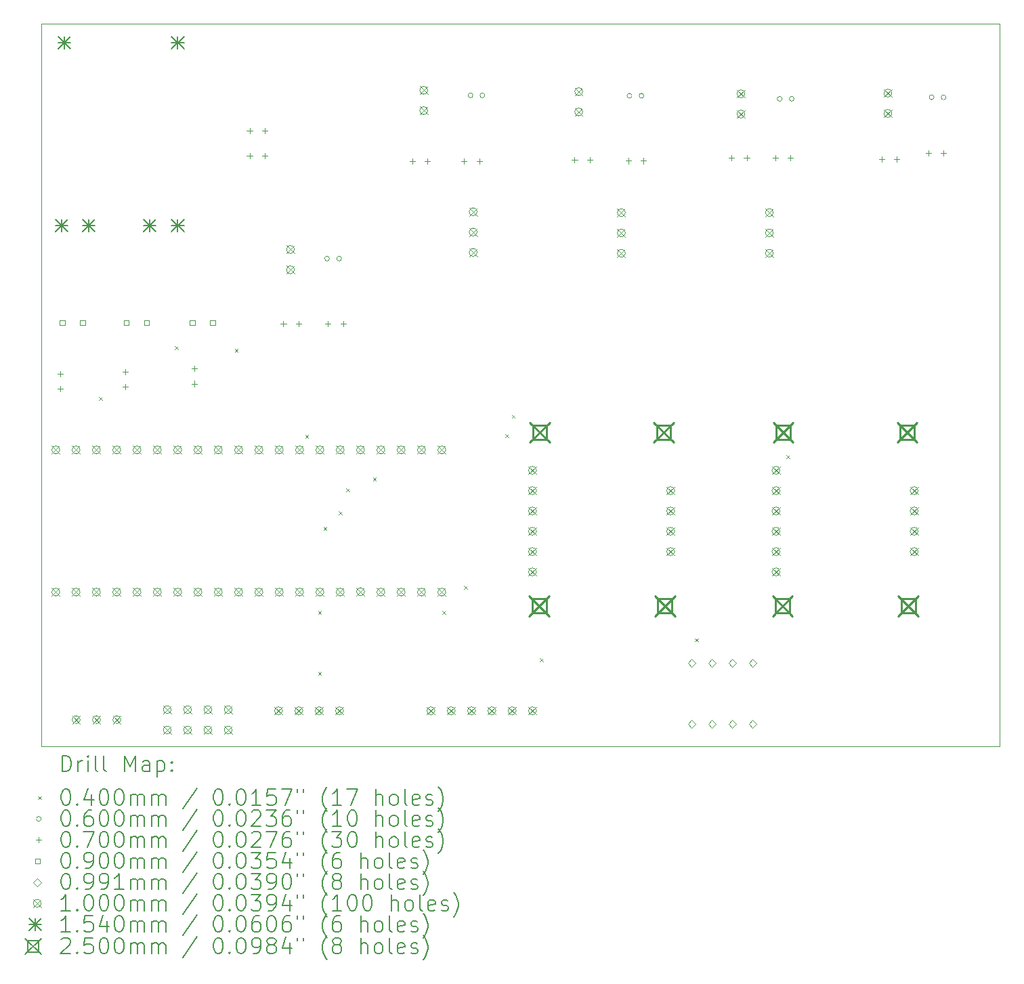
<source format=gbr>
%TF.GenerationSoftware,KiCad,Pcbnew,7.0.10*%
%TF.CreationDate,2024-03-04T12:58:39-05:00*%
%TF.ProjectId,cdrpcb,63647270-6362-42e6-9b69-6361645f7063,rev?*%
%TF.SameCoordinates,Original*%
%TF.FileFunction,Drillmap*%
%TF.FilePolarity,Positive*%
%FSLAX45Y45*%
G04 Gerber Fmt 4.5, Leading zero omitted, Abs format (unit mm)*
G04 Created by KiCad (PCBNEW 7.0.10) date 2024-03-04 12:58:39*
%MOMM*%
%LPD*%
G01*
G04 APERTURE LIST*
%ADD10C,0.100000*%
%ADD11C,0.200000*%
%ADD12C,0.154000*%
%ADD13C,0.250000*%
G04 APERTURE END LIST*
D10*
X5994400Y-5930900D02*
X17970500Y-5930900D01*
X17970500Y-14960600D01*
X5994400Y-14960600D01*
X5994400Y-5930900D01*
D11*
D10*
X6711000Y-10592120D02*
X6751000Y-10632120D01*
X6751000Y-10592120D02*
X6711000Y-10632120D01*
X7659720Y-9960130D02*
X7699720Y-10000130D01*
X7699720Y-9960130D02*
X7659720Y-10000130D01*
X8409780Y-9994160D02*
X8449780Y-10034160D01*
X8449780Y-9994160D02*
X8409780Y-10034160D01*
X9289900Y-11068550D02*
X9329900Y-11108550D01*
X9329900Y-11068550D02*
X9289900Y-11108550D01*
X9450650Y-13268350D02*
X9490650Y-13308350D01*
X9490650Y-13268350D02*
X9450650Y-13308350D01*
X9450650Y-14029550D02*
X9490650Y-14069550D01*
X9490650Y-14029550D02*
X9450650Y-14069550D01*
X9517300Y-12217330D02*
X9557300Y-12257330D01*
X9557300Y-12217330D02*
X9517300Y-12257330D01*
X9707800Y-12023460D02*
X9747800Y-12063460D01*
X9747800Y-12023460D02*
X9707800Y-12063460D01*
X9802350Y-11740470D02*
X9842350Y-11780470D01*
X9842350Y-11740470D02*
X9802350Y-11780470D01*
X10136780Y-11599670D02*
X10176780Y-11639670D01*
X10176780Y-11599670D02*
X10136780Y-11639670D01*
X11006110Y-13268350D02*
X11046110Y-13308350D01*
X11046110Y-13268350D02*
X11006110Y-13308350D01*
X11276340Y-12955360D02*
X11316340Y-12995360D01*
X11316340Y-12955360D02*
X11276340Y-12995360D01*
X11793230Y-11058300D02*
X11833230Y-11098300D01*
X11833230Y-11058300D02*
X11793230Y-11098300D01*
X11872330Y-10819160D02*
X11912330Y-10859160D01*
X11912330Y-10819160D02*
X11872330Y-10859160D01*
X12223330Y-13865090D02*
X12263330Y-13905090D01*
X12263330Y-13865090D02*
X12223330Y-13905090D01*
X14161740Y-13612230D02*
X14201740Y-13652230D01*
X14201740Y-13612230D02*
X14161740Y-13652230D01*
X15303770Y-11325630D02*
X15343770Y-11365630D01*
X15343770Y-11325630D02*
X15303770Y-11365630D01*
X9593100Y-8864600D02*
G75*
G03*
X9533100Y-8864600I-30000J0D01*
G01*
X9533100Y-8864600D02*
G75*
G03*
X9593100Y-8864600I30000J0D01*
G01*
X9743100Y-8864600D02*
G75*
G03*
X9683100Y-8864600I-30000J0D01*
G01*
X9683100Y-8864600D02*
G75*
G03*
X9743100Y-8864600I30000J0D01*
G01*
X11385690Y-6824480D02*
G75*
G03*
X11325690Y-6824480I-30000J0D01*
G01*
X11325690Y-6824480D02*
G75*
G03*
X11385690Y-6824480I30000J0D01*
G01*
X11535690Y-6824480D02*
G75*
G03*
X11475690Y-6824480I-30000J0D01*
G01*
X11475690Y-6824480D02*
G75*
G03*
X11535690Y-6824480I30000J0D01*
G01*
X13374130Y-6829480D02*
G75*
G03*
X13314130Y-6829480I-30000J0D01*
G01*
X13314130Y-6829480D02*
G75*
G03*
X13374130Y-6829480I30000J0D01*
G01*
X13524130Y-6829480D02*
G75*
G03*
X13464130Y-6829480I-30000J0D01*
G01*
X13464130Y-6829480D02*
G75*
G03*
X13524130Y-6829480I30000J0D01*
G01*
X15251830Y-6867580D02*
G75*
G03*
X15191830Y-6867580I-30000J0D01*
G01*
X15191830Y-6867580D02*
G75*
G03*
X15251830Y-6867580I30000J0D01*
G01*
X15401830Y-6867580D02*
G75*
G03*
X15341830Y-6867580I-30000J0D01*
G01*
X15341830Y-6867580D02*
G75*
G03*
X15401830Y-6867580I30000J0D01*
G01*
X17150980Y-6849200D02*
G75*
G03*
X17090980Y-6849200I-30000J0D01*
G01*
X17090980Y-6849200D02*
G75*
G03*
X17150980Y-6849200I30000J0D01*
G01*
X17300980Y-6849200D02*
G75*
G03*
X17240980Y-6849200I-30000J0D01*
G01*
X17240980Y-6849200D02*
G75*
G03*
X17300980Y-6849200I30000J0D01*
G01*
X6226700Y-10268140D02*
X6226700Y-10338140D01*
X6191700Y-10303140D02*
X6261700Y-10303140D01*
X6226700Y-10458140D02*
X6226700Y-10528140D01*
X6191700Y-10493140D02*
X6261700Y-10493140D01*
X7040000Y-10242740D02*
X7040000Y-10312740D01*
X7005000Y-10277740D02*
X7075000Y-10277740D01*
X7040000Y-10432740D02*
X7040000Y-10502740D01*
X7005000Y-10467740D02*
X7075000Y-10467740D01*
X7903100Y-10204640D02*
X7903100Y-10274640D01*
X7868100Y-10239640D02*
X7938100Y-10239640D01*
X7903100Y-10394640D02*
X7903100Y-10464640D01*
X7868100Y-10429640D02*
X7938100Y-10429640D01*
X8595360Y-7229360D02*
X8595360Y-7299360D01*
X8560360Y-7264360D02*
X8630360Y-7264360D01*
X8595360Y-7544360D02*
X8595360Y-7614360D01*
X8560360Y-7579360D02*
X8630360Y-7579360D01*
X8785360Y-7229360D02*
X8785360Y-7299360D01*
X8750360Y-7264360D02*
X8820360Y-7264360D01*
X8785360Y-7544360D02*
X8785360Y-7614360D01*
X8750360Y-7579360D02*
X8820360Y-7579360D01*
X9017500Y-9642400D02*
X9017500Y-9712400D01*
X8982500Y-9677400D02*
X9052500Y-9677400D01*
X9207500Y-9642400D02*
X9207500Y-9712400D01*
X9172500Y-9677400D02*
X9242500Y-9677400D01*
X9574200Y-9642400D02*
X9574200Y-9712400D01*
X9539200Y-9677400D02*
X9609200Y-9677400D01*
X9764200Y-9642400D02*
X9764200Y-9712400D01*
X9729200Y-9677400D02*
X9799200Y-9677400D01*
X10628590Y-7612280D02*
X10628590Y-7682280D01*
X10593590Y-7647280D02*
X10663590Y-7647280D01*
X10818590Y-7612280D02*
X10818590Y-7682280D01*
X10783590Y-7647280D02*
X10853590Y-7647280D01*
X11276290Y-7612280D02*
X11276290Y-7682280D01*
X11241290Y-7647280D02*
X11311290Y-7647280D01*
X11466290Y-7612280D02*
X11466290Y-7682280D01*
X11431290Y-7647280D02*
X11501290Y-7647280D01*
X12658330Y-7594580D02*
X12658330Y-7664580D01*
X12623330Y-7629580D02*
X12693330Y-7629580D01*
X12848330Y-7594580D02*
X12848330Y-7664580D01*
X12813330Y-7629580D02*
X12883330Y-7629580D01*
X13329830Y-7607280D02*
X13329830Y-7677280D01*
X13294830Y-7642280D02*
X13364830Y-7642280D01*
X13519830Y-7607280D02*
X13519830Y-7677280D01*
X13484830Y-7642280D02*
X13554830Y-7642280D01*
X14619390Y-7569180D02*
X14619390Y-7639180D01*
X14584390Y-7604180D02*
X14654390Y-7604180D01*
X14809390Y-7569180D02*
X14809390Y-7639180D01*
X14774390Y-7604180D02*
X14844390Y-7604180D01*
X15167590Y-7569180D02*
X15167590Y-7639180D01*
X15132590Y-7604180D02*
X15202590Y-7604180D01*
X15357590Y-7569180D02*
X15357590Y-7639180D01*
X15322590Y-7604180D02*
X15392590Y-7604180D01*
X16497080Y-7587550D02*
X16497080Y-7657550D01*
X16462080Y-7622550D02*
X16532080Y-7622550D01*
X16687080Y-7587550D02*
X16687080Y-7657550D01*
X16652080Y-7622550D02*
X16722080Y-7622550D01*
X17081280Y-7512700D02*
X17081280Y-7582700D01*
X17046280Y-7547700D02*
X17116280Y-7547700D01*
X17271280Y-7512700D02*
X17271280Y-7582700D01*
X17236280Y-7547700D02*
X17306280Y-7547700D01*
X6283920Y-9699960D02*
X6283920Y-9636320D01*
X6220280Y-9636320D01*
X6220280Y-9699960D01*
X6283920Y-9699960D01*
X6537920Y-9699960D02*
X6537920Y-9636320D01*
X6474280Y-9636320D01*
X6474280Y-9699960D01*
X6537920Y-9699960D01*
X7084020Y-9699960D02*
X7084020Y-9636320D01*
X7020380Y-9636320D01*
X7020380Y-9699960D01*
X7084020Y-9699960D01*
X7338020Y-9699960D02*
X7338020Y-9636320D01*
X7274380Y-9636320D01*
X7274380Y-9699960D01*
X7338020Y-9699960D01*
X7910020Y-9699960D02*
X7910020Y-9636320D01*
X7846380Y-9636320D01*
X7846380Y-9699960D01*
X7910020Y-9699960D01*
X8164020Y-9699960D02*
X8164020Y-9636320D01*
X8100380Y-9636320D01*
X8100380Y-9699960D01*
X8164020Y-9699960D01*
X14122400Y-13968730D02*
X14171930Y-13919200D01*
X14122400Y-13869670D01*
X14072870Y-13919200D01*
X14122400Y-13968730D01*
X14122400Y-14730730D02*
X14171930Y-14681200D01*
X14122400Y-14631670D01*
X14072870Y-14681200D01*
X14122400Y-14730730D01*
X14376400Y-13968730D02*
X14425930Y-13919200D01*
X14376400Y-13869670D01*
X14326870Y-13919200D01*
X14376400Y-13968730D01*
X14376400Y-14730730D02*
X14425930Y-14681200D01*
X14376400Y-14631670D01*
X14326870Y-14681200D01*
X14376400Y-14730730D01*
X14630400Y-13968730D02*
X14679930Y-13919200D01*
X14630400Y-13869670D01*
X14580870Y-13919200D01*
X14630400Y-13968730D01*
X14630400Y-14730730D02*
X14679930Y-14681200D01*
X14630400Y-14631670D01*
X14580870Y-14681200D01*
X14630400Y-14730730D01*
X14884400Y-13968730D02*
X14933930Y-13919200D01*
X14884400Y-13869670D01*
X14834870Y-13919200D01*
X14884400Y-13968730D01*
X14884400Y-14730730D02*
X14933930Y-14681200D01*
X14884400Y-14631670D01*
X14834870Y-14681200D01*
X14884400Y-14730730D01*
X6121800Y-11206390D02*
X6221800Y-11306390D01*
X6221800Y-11206390D02*
X6121800Y-11306390D01*
X6221800Y-11256390D02*
G75*
G03*
X6121800Y-11256390I-50000J0D01*
G01*
X6121800Y-11256390D02*
G75*
G03*
X6221800Y-11256390I50000J0D01*
G01*
X6121800Y-12984390D02*
X6221800Y-13084390D01*
X6221800Y-12984390D02*
X6121800Y-13084390D01*
X6221800Y-13034390D02*
G75*
G03*
X6121800Y-13034390I-50000J0D01*
G01*
X6121800Y-13034390D02*
G75*
G03*
X6221800Y-13034390I50000J0D01*
G01*
X6375800Y-11206390D02*
X6475800Y-11306390D01*
X6475800Y-11206390D02*
X6375800Y-11306390D01*
X6475800Y-11256390D02*
G75*
G03*
X6375800Y-11256390I-50000J0D01*
G01*
X6375800Y-11256390D02*
G75*
G03*
X6475800Y-11256390I50000J0D01*
G01*
X6375800Y-12984390D02*
X6475800Y-13084390D01*
X6475800Y-12984390D02*
X6375800Y-13084390D01*
X6475800Y-13034390D02*
G75*
G03*
X6375800Y-13034390I-50000J0D01*
G01*
X6375800Y-13034390D02*
G75*
G03*
X6475800Y-13034390I50000J0D01*
G01*
X6376200Y-14580400D02*
X6476200Y-14680400D01*
X6476200Y-14580400D02*
X6376200Y-14680400D01*
X6476200Y-14630400D02*
G75*
G03*
X6376200Y-14630400I-50000J0D01*
G01*
X6376200Y-14630400D02*
G75*
G03*
X6476200Y-14630400I50000J0D01*
G01*
X6629800Y-11206390D02*
X6729800Y-11306390D01*
X6729800Y-11206390D02*
X6629800Y-11306390D01*
X6729800Y-11256390D02*
G75*
G03*
X6629800Y-11256390I-50000J0D01*
G01*
X6629800Y-11256390D02*
G75*
G03*
X6729800Y-11256390I50000J0D01*
G01*
X6629800Y-12984390D02*
X6729800Y-13084390D01*
X6729800Y-12984390D02*
X6629800Y-13084390D01*
X6729800Y-13034390D02*
G75*
G03*
X6629800Y-13034390I-50000J0D01*
G01*
X6629800Y-13034390D02*
G75*
G03*
X6729800Y-13034390I50000J0D01*
G01*
X6630200Y-14580400D02*
X6730200Y-14680400D01*
X6730200Y-14580400D02*
X6630200Y-14680400D01*
X6730200Y-14630400D02*
G75*
G03*
X6630200Y-14630400I-50000J0D01*
G01*
X6630200Y-14630400D02*
G75*
G03*
X6730200Y-14630400I50000J0D01*
G01*
X6883800Y-11206390D02*
X6983800Y-11306390D01*
X6983800Y-11206390D02*
X6883800Y-11306390D01*
X6983800Y-11256390D02*
G75*
G03*
X6883800Y-11256390I-50000J0D01*
G01*
X6883800Y-11256390D02*
G75*
G03*
X6983800Y-11256390I50000J0D01*
G01*
X6883800Y-12984390D02*
X6983800Y-13084390D01*
X6983800Y-12984390D02*
X6883800Y-13084390D01*
X6983800Y-13034390D02*
G75*
G03*
X6883800Y-13034390I-50000J0D01*
G01*
X6883800Y-13034390D02*
G75*
G03*
X6983800Y-13034390I50000J0D01*
G01*
X6884200Y-14580400D02*
X6984200Y-14680400D01*
X6984200Y-14580400D02*
X6884200Y-14680400D01*
X6984200Y-14630400D02*
G75*
G03*
X6884200Y-14630400I-50000J0D01*
G01*
X6884200Y-14630400D02*
G75*
G03*
X6984200Y-14630400I50000J0D01*
G01*
X7137800Y-11206390D02*
X7237800Y-11306390D01*
X7237800Y-11206390D02*
X7137800Y-11306390D01*
X7237800Y-11256390D02*
G75*
G03*
X7137800Y-11256390I-50000J0D01*
G01*
X7137800Y-11256390D02*
G75*
G03*
X7237800Y-11256390I50000J0D01*
G01*
X7137800Y-12984390D02*
X7237800Y-13084390D01*
X7237800Y-12984390D02*
X7137800Y-13084390D01*
X7237800Y-13034390D02*
G75*
G03*
X7137800Y-13034390I-50000J0D01*
G01*
X7137800Y-13034390D02*
G75*
G03*
X7237800Y-13034390I50000J0D01*
G01*
X7391800Y-11206390D02*
X7491800Y-11306390D01*
X7491800Y-11206390D02*
X7391800Y-11306390D01*
X7491800Y-11256390D02*
G75*
G03*
X7391800Y-11256390I-50000J0D01*
G01*
X7391800Y-11256390D02*
G75*
G03*
X7491800Y-11256390I50000J0D01*
G01*
X7391800Y-12984390D02*
X7491800Y-13084390D01*
X7491800Y-12984390D02*
X7391800Y-13084390D01*
X7491800Y-13034390D02*
G75*
G03*
X7391800Y-13034390I-50000J0D01*
G01*
X7391800Y-13034390D02*
G75*
G03*
X7491800Y-13034390I50000J0D01*
G01*
X7514320Y-14453900D02*
X7614320Y-14553900D01*
X7614320Y-14453900D02*
X7514320Y-14553900D01*
X7614320Y-14503900D02*
G75*
G03*
X7514320Y-14503900I-50000J0D01*
G01*
X7514320Y-14503900D02*
G75*
G03*
X7614320Y-14503900I50000J0D01*
G01*
X7514320Y-14707900D02*
X7614320Y-14807900D01*
X7614320Y-14707900D02*
X7514320Y-14807900D01*
X7614320Y-14757900D02*
G75*
G03*
X7514320Y-14757900I-50000J0D01*
G01*
X7514320Y-14757900D02*
G75*
G03*
X7614320Y-14757900I50000J0D01*
G01*
X7645800Y-11206390D02*
X7745800Y-11306390D01*
X7745800Y-11206390D02*
X7645800Y-11306390D01*
X7745800Y-11256390D02*
G75*
G03*
X7645800Y-11256390I-50000J0D01*
G01*
X7645800Y-11256390D02*
G75*
G03*
X7745800Y-11256390I50000J0D01*
G01*
X7645800Y-12984390D02*
X7745800Y-13084390D01*
X7745800Y-12984390D02*
X7645800Y-13084390D01*
X7745800Y-13034390D02*
G75*
G03*
X7645800Y-13034390I-50000J0D01*
G01*
X7645800Y-13034390D02*
G75*
G03*
X7745800Y-13034390I50000J0D01*
G01*
X7768320Y-14453900D02*
X7868320Y-14553900D01*
X7868320Y-14453900D02*
X7768320Y-14553900D01*
X7868320Y-14503900D02*
G75*
G03*
X7768320Y-14503900I-50000J0D01*
G01*
X7768320Y-14503900D02*
G75*
G03*
X7868320Y-14503900I50000J0D01*
G01*
X7768320Y-14707900D02*
X7868320Y-14807900D01*
X7868320Y-14707900D02*
X7768320Y-14807900D01*
X7868320Y-14757900D02*
G75*
G03*
X7768320Y-14757900I-50000J0D01*
G01*
X7768320Y-14757900D02*
G75*
G03*
X7868320Y-14757900I50000J0D01*
G01*
X7899800Y-11206390D02*
X7999800Y-11306390D01*
X7999800Y-11206390D02*
X7899800Y-11306390D01*
X7999800Y-11256390D02*
G75*
G03*
X7899800Y-11256390I-50000J0D01*
G01*
X7899800Y-11256390D02*
G75*
G03*
X7999800Y-11256390I50000J0D01*
G01*
X7899800Y-12984390D02*
X7999800Y-13084390D01*
X7999800Y-12984390D02*
X7899800Y-13084390D01*
X7999800Y-13034390D02*
G75*
G03*
X7899800Y-13034390I-50000J0D01*
G01*
X7899800Y-13034390D02*
G75*
G03*
X7999800Y-13034390I50000J0D01*
G01*
X8022320Y-14453900D02*
X8122320Y-14553900D01*
X8122320Y-14453900D02*
X8022320Y-14553900D01*
X8122320Y-14503900D02*
G75*
G03*
X8022320Y-14503900I-50000J0D01*
G01*
X8022320Y-14503900D02*
G75*
G03*
X8122320Y-14503900I50000J0D01*
G01*
X8022320Y-14707900D02*
X8122320Y-14807900D01*
X8122320Y-14707900D02*
X8022320Y-14807900D01*
X8122320Y-14757900D02*
G75*
G03*
X8022320Y-14757900I-50000J0D01*
G01*
X8022320Y-14757900D02*
G75*
G03*
X8122320Y-14757900I50000J0D01*
G01*
X8153800Y-11206390D02*
X8253800Y-11306390D01*
X8253800Y-11206390D02*
X8153800Y-11306390D01*
X8253800Y-11256390D02*
G75*
G03*
X8153800Y-11256390I-50000J0D01*
G01*
X8153800Y-11256390D02*
G75*
G03*
X8253800Y-11256390I50000J0D01*
G01*
X8153800Y-12984390D02*
X8253800Y-13084390D01*
X8253800Y-12984390D02*
X8153800Y-13084390D01*
X8253800Y-13034390D02*
G75*
G03*
X8153800Y-13034390I-50000J0D01*
G01*
X8153800Y-13034390D02*
G75*
G03*
X8253800Y-13034390I50000J0D01*
G01*
X8276320Y-14453900D02*
X8376320Y-14553900D01*
X8376320Y-14453900D02*
X8276320Y-14553900D01*
X8376320Y-14503900D02*
G75*
G03*
X8276320Y-14503900I-50000J0D01*
G01*
X8276320Y-14503900D02*
G75*
G03*
X8376320Y-14503900I50000J0D01*
G01*
X8276320Y-14707900D02*
X8376320Y-14807900D01*
X8376320Y-14707900D02*
X8276320Y-14807900D01*
X8376320Y-14757900D02*
G75*
G03*
X8276320Y-14757900I-50000J0D01*
G01*
X8276320Y-14757900D02*
G75*
G03*
X8376320Y-14757900I50000J0D01*
G01*
X8407800Y-11206390D02*
X8507800Y-11306390D01*
X8507800Y-11206390D02*
X8407800Y-11306390D01*
X8507800Y-11256390D02*
G75*
G03*
X8407800Y-11256390I-50000J0D01*
G01*
X8407800Y-11256390D02*
G75*
G03*
X8507800Y-11256390I50000J0D01*
G01*
X8407800Y-12984390D02*
X8507800Y-13084390D01*
X8507800Y-12984390D02*
X8407800Y-13084390D01*
X8507800Y-13034390D02*
G75*
G03*
X8407800Y-13034390I-50000J0D01*
G01*
X8407800Y-13034390D02*
G75*
G03*
X8507800Y-13034390I50000J0D01*
G01*
X8661800Y-11206390D02*
X8761800Y-11306390D01*
X8761800Y-11206390D02*
X8661800Y-11306390D01*
X8761800Y-11256390D02*
G75*
G03*
X8661800Y-11256390I-50000J0D01*
G01*
X8661800Y-11256390D02*
G75*
G03*
X8761800Y-11256390I50000J0D01*
G01*
X8661800Y-12984390D02*
X8761800Y-13084390D01*
X8761800Y-12984390D02*
X8661800Y-13084390D01*
X8761800Y-13034390D02*
G75*
G03*
X8661800Y-13034390I-50000J0D01*
G01*
X8661800Y-13034390D02*
G75*
G03*
X8761800Y-13034390I50000J0D01*
G01*
X8905440Y-14468640D02*
X9005440Y-14568640D01*
X9005440Y-14468640D02*
X8905440Y-14568640D01*
X9005440Y-14518640D02*
G75*
G03*
X8905440Y-14518640I-50000J0D01*
G01*
X8905440Y-14518640D02*
G75*
G03*
X9005440Y-14518640I50000J0D01*
G01*
X8915800Y-11206390D02*
X9015800Y-11306390D01*
X9015800Y-11206390D02*
X8915800Y-11306390D01*
X9015800Y-11256390D02*
G75*
G03*
X8915800Y-11256390I-50000J0D01*
G01*
X8915800Y-11256390D02*
G75*
G03*
X9015800Y-11256390I50000J0D01*
G01*
X8915800Y-12984390D02*
X9015800Y-13084390D01*
X9015800Y-12984390D02*
X8915800Y-13084390D01*
X9015800Y-13034390D02*
G75*
G03*
X8915800Y-13034390I-50000J0D01*
G01*
X8915800Y-13034390D02*
G75*
G03*
X9015800Y-13034390I50000J0D01*
G01*
X9055900Y-8700800D02*
X9155900Y-8800800D01*
X9155900Y-8700800D02*
X9055900Y-8800800D01*
X9155900Y-8750800D02*
G75*
G03*
X9055900Y-8750800I-50000J0D01*
G01*
X9055900Y-8750800D02*
G75*
G03*
X9155900Y-8750800I50000J0D01*
G01*
X9055900Y-8954800D02*
X9155900Y-9054800D01*
X9155900Y-8954800D02*
X9055900Y-9054800D01*
X9155900Y-9004800D02*
G75*
G03*
X9055900Y-9004800I-50000J0D01*
G01*
X9055900Y-9004800D02*
G75*
G03*
X9155900Y-9004800I50000J0D01*
G01*
X9159440Y-14468640D02*
X9259440Y-14568640D01*
X9259440Y-14468640D02*
X9159440Y-14568640D01*
X9259440Y-14518640D02*
G75*
G03*
X9159440Y-14518640I-50000J0D01*
G01*
X9159440Y-14518640D02*
G75*
G03*
X9259440Y-14518640I50000J0D01*
G01*
X9169800Y-11206390D02*
X9269800Y-11306390D01*
X9269800Y-11206390D02*
X9169800Y-11306390D01*
X9269800Y-11256390D02*
G75*
G03*
X9169800Y-11256390I-50000J0D01*
G01*
X9169800Y-11256390D02*
G75*
G03*
X9269800Y-11256390I50000J0D01*
G01*
X9169800Y-12984390D02*
X9269800Y-13084390D01*
X9269800Y-12984390D02*
X9169800Y-13084390D01*
X9269800Y-13034390D02*
G75*
G03*
X9169800Y-13034390I-50000J0D01*
G01*
X9169800Y-13034390D02*
G75*
G03*
X9269800Y-13034390I50000J0D01*
G01*
X9413440Y-14468640D02*
X9513440Y-14568640D01*
X9513440Y-14468640D02*
X9413440Y-14568640D01*
X9513440Y-14518640D02*
G75*
G03*
X9413440Y-14518640I-50000J0D01*
G01*
X9413440Y-14518640D02*
G75*
G03*
X9513440Y-14518640I50000J0D01*
G01*
X9423800Y-11206390D02*
X9523800Y-11306390D01*
X9523800Y-11206390D02*
X9423800Y-11306390D01*
X9523800Y-11256390D02*
G75*
G03*
X9423800Y-11256390I-50000J0D01*
G01*
X9423800Y-11256390D02*
G75*
G03*
X9523800Y-11256390I50000J0D01*
G01*
X9423800Y-12984390D02*
X9523800Y-13084390D01*
X9523800Y-12984390D02*
X9423800Y-13084390D01*
X9523800Y-13034390D02*
G75*
G03*
X9423800Y-13034390I-50000J0D01*
G01*
X9423800Y-13034390D02*
G75*
G03*
X9523800Y-13034390I50000J0D01*
G01*
X9667440Y-14468640D02*
X9767440Y-14568640D01*
X9767440Y-14468640D02*
X9667440Y-14568640D01*
X9767440Y-14518640D02*
G75*
G03*
X9667440Y-14518640I-50000J0D01*
G01*
X9667440Y-14518640D02*
G75*
G03*
X9767440Y-14518640I50000J0D01*
G01*
X9677800Y-11206390D02*
X9777800Y-11306390D01*
X9777800Y-11206390D02*
X9677800Y-11306390D01*
X9777800Y-11256390D02*
G75*
G03*
X9677800Y-11256390I-50000J0D01*
G01*
X9677800Y-11256390D02*
G75*
G03*
X9777800Y-11256390I50000J0D01*
G01*
X9677800Y-12984390D02*
X9777800Y-13084390D01*
X9777800Y-12984390D02*
X9677800Y-13084390D01*
X9777800Y-13034390D02*
G75*
G03*
X9677800Y-13034390I-50000J0D01*
G01*
X9677800Y-13034390D02*
G75*
G03*
X9777800Y-13034390I50000J0D01*
G01*
X9931800Y-11206390D02*
X10031800Y-11306390D01*
X10031800Y-11206390D02*
X9931800Y-11306390D01*
X10031800Y-11256390D02*
G75*
G03*
X9931800Y-11256390I-50000J0D01*
G01*
X9931800Y-11256390D02*
G75*
G03*
X10031800Y-11256390I50000J0D01*
G01*
X9931800Y-12980202D02*
X10031800Y-13080202D01*
X10031800Y-12980202D02*
X9931800Y-13080202D01*
X10031800Y-13030202D02*
G75*
G03*
X9931800Y-13030202I-50000J0D01*
G01*
X9931800Y-13030202D02*
G75*
G03*
X10031800Y-13030202I50000J0D01*
G01*
X10185800Y-11206390D02*
X10285800Y-11306390D01*
X10285800Y-11206390D02*
X10185800Y-11306390D01*
X10285800Y-11256390D02*
G75*
G03*
X10185800Y-11256390I-50000J0D01*
G01*
X10185800Y-11256390D02*
G75*
G03*
X10285800Y-11256390I50000J0D01*
G01*
X10185800Y-12984390D02*
X10285800Y-13084390D01*
X10285800Y-12984390D02*
X10185800Y-13084390D01*
X10285800Y-13034390D02*
G75*
G03*
X10185800Y-13034390I-50000J0D01*
G01*
X10185800Y-13034390D02*
G75*
G03*
X10285800Y-13034390I50000J0D01*
G01*
X10439800Y-11206390D02*
X10539800Y-11306390D01*
X10539800Y-11206390D02*
X10439800Y-11306390D01*
X10539800Y-11256390D02*
G75*
G03*
X10439800Y-11256390I-50000J0D01*
G01*
X10439800Y-11256390D02*
G75*
G03*
X10539800Y-11256390I50000J0D01*
G01*
X10439800Y-12984390D02*
X10539800Y-13084390D01*
X10539800Y-12984390D02*
X10439800Y-13084390D01*
X10539800Y-13034390D02*
G75*
G03*
X10439800Y-13034390I-50000J0D01*
G01*
X10439800Y-13034390D02*
G75*
G03*
X10539800Y-13034390I50000J0D01*
G01*
X10693800Y-11206390D02*
X10793800Y-11306390D01*
X10793800Y-11206390D02*
X10693800Y-11306390D01*
X10793800Y-11256390D02*
G75*
G03*
X10693800Y-11256390I-50000J0D01*
G01*
X10693800Y-11256390D02*
G75*
G03*
X10793800Y-11256390I50000J0D01*
G01*
X10693800Y-12984390D02*
X10793800Y-13084390D01*
X10793800Y-12984390D02*
X10693800Y-13084390D01*
X10793800Y-13034390D02*
G75*
G03*
X10693800Y-13034390I-50000J0D01*
G01*
X10693800Y-13034390D02*
G75*
G03*
X10793800Y-13034390I50000J0D01*
G01*
X10721490Y-6710980D02*
X10821490Y-6810980D01*
X10821490Y-6710980D02*
X10721490Y-6810980D01*
X10821490Y-6760980D02*
G75*
G03*
X10721490Y-6760980I-50000J0D01*
G01*
X10721490Y-6760980D02*
G75*
G03*
X10821490Y-6760980I50000J0D01*
G01*
X10721490Y-6964980D02*
X10821490Y-7064980D01*
X10821490Y-6964980D02*
X10721490Y-7064980D01*
X10821490Y-7014980D02*
G75*
G03*
X10721490Y-7014980I-50000J0D01*
G01*
X10721490Y-7014980D02*
G75*
G03*
X10821490Y-7014980I50000J0D01*
G01*
X10811040Y-14468640D02*
X10911040Y-14568640D01*
X10911040Y-14468640D02*
X10811040Y-14568640D01*
X10911040Y-14518640D02*
G75*
G03*
X10811040Y-14518640I-50000J0D01*
G01*
X10811040Y-14518640D02*
G75*
G03*
X10911040Y-14518640I50000J0D01*
G01*
X10947800Y-11206390D02*
X11047800Y-11306390D01*
X11047800Y-11206390D02*
X10947800Y-11306390D01*
X11047800Y-11256390D02*
G75*
G03*
X10947800Y-11256390I-50000J0D01*
G01*
X10947800Y-11256390D02*
G75*
G03*
X11047800Y-11256390I50000J0D01*
G01*
X10947800Y-12984390D02*
X11047800Y-13084390D01*
X11047800Y-12984390D02*
X10947800Y-13084390D01*
X11047800Y-13034390D02*
G75*
G03*
X10947800Y-13034390I-50000J0D01*
G01*
X10947800Y-13034390D02*
G75*
G03*
X11047800Y-13034390I50000J0D01*
G01*
X11065040Y-14468640D02*
X11165040Y-14568640D01*
X11165040Y-14468640D02*
X11065040Y-14568640D01*
X11165040Y-14518640D02*
G75*
G03*
X11065040Y-14518640I-50000J0D01*
G01*
X11065040Y-14518640D02*
G75*
G03*
X11165040Y-14518640I50000J0D01*
G01*
X11319040Y-14468640D02*
X11419040Y-14568640D01*
X11419040Y-14468640D02*
X11319040Y-14568640D01*
X11419040Y-14518640D02*
G75*
G03*
X11319040Y-14518640I-50000J0D01*
G01*
X11319040Y-14518640D02*
G75*
G03*
X11419040Y-14518640I50000J0D01*
G01*
X11339360Y-8229190D02*
X11439360Y-8329190D01*
X11439360Y-8229190D02*
X11339360Y-8329190D01*
X11439360Y-8279190D02*
G75*
G03*
X11339360Y-8279190I-50000J0D01*
G01*
X11339360Y-8279190D02*
G75*
G03*
X11439360Y-8279190I50000J0D01*
G01*
X11339360Y-8483190D02*
X11439360Y-8583190D01*
X11439360Y-8483190D02*
X11339360Y-8583190D01*
X11439360Y-8533190D02*
G75*
G03*
X11339360Y-8533190I-50000J0D01*
G01*
X11339360Y-8533190D02*
G75*
G03*
X11439360Y-8533190I50000J0D01*
G01*
X11339360Y-8737190D02*
X11439360Y-8837190D01*
X11439360Y-8737190D02*
X11339360Y-8837190D01*
X11439360Y-8787190D02*
G75*
G03*
X11339360Y-8787190I-50000J0D01*
G01*
X11339360Y-8787190D02*
G75*
G03*
X11439360Y-8787190I50000J0D01*
G01*
X11573040Y-14468640D02*
X11673040Y-14568640D01*
X11673040Y-14468640D02*
X11573040Y-14568640D01*
X11673040Y-14518640D02*
G75*
G03*
X11573040Y-14518640I-50000J0D01*
G01*
X11573040Y-14518640D02*
G75*
G03*
X11673040Y-14518640I50000J0D01*
G01*
X11827040Y-14468640D02*
X11927040Y-14568640D01*
X11927040Y-14468640D02*
X11827040Y-14568640D01*
X11927040Y-14518640D02*
G75*
G03*
X11827040Y-14518640I-50000J0D01*
G01*
X11827040Y-14518640D02*
G75*
G03*
X11927040Y-14518640I50000J0D01*
G01*
X12081040Y-14468640D02*
X12181040Y-14568640D01*
X12181040Y-14468640D02*
X12081040Y-14568640D01*
X12181040Y-14518640D02*
G75*
G03*
X12081040Y-14518640I-50000J0D01*
G01*
X12081040Y-14518640D02*
G75*
G03*
X12181040Y-14518640I50000J0D01*
G01*
X12081200Y-11462270D02*
X12181200Y-11562270D01*
X12181200Y-11462270D02*
X12081200Y-11562270D01*
X12181200Y-11512270D02*
G75*
G03*
X12081200Y-11512270I-50000J0D01*
G01*
X12081200Y-11512270D02*
G75*
G03*
X12181200Y-11512270I50000J0D01*
G01*
X12081200Y-11716270D02*
X12181200Y-11816270D01*
X12181200Y-11716270D02*
X12081200Y-11816270D01*
X12181200Y-11766270D02*
G75*
G03*
X12081200Y-11766270I-50000J0D01*
G01*
X12081200Y-11766270D02*
G75*
G03*
X12181200Y-11766270I50000J0D01*
G01*
X12081200Y-11970270D02*
X12181200Y-12070270D01*
X12181200Y-11970270D02*
X12081200Y-12070270D01*
X12181200Y-12020270D02*
G75*
G03*
X12081200Y-12020270I-50000J0D01*
G01*
X12081200Y-12020270D02*
G75*
G03*
X12181200Y-12020270I50000J0D01*
G01*
X12081200Y-12224270D02*
X12181200Y-12324270D01*
X12181200Y-12224270D02*
X12081200Y-12324270D01*
X12181200Y-12274270D02*
G75*
G03*
X12081200Y-12274270I-50000J0D01*
G01*
X12081200Y-12274270D02*
G75*
G03*
X12181200Y-12274270I50000J0D01*
G01*
X12081200Y-12478270D02*
X12181200Y-12578270D01*
X12181200Y-12478270D02*
X12081200Y-12578270D01*
X12181200Y-12528270D02*
G75*
G03*
X12081200Y-12528270I-50000J0D01*
G01*
X12081200Y-12528270D02*
G75*
G03*
X12181200Y-12528270I50000J0D01*
G01*
X12081200Y-12732270D02*
X12181200Y-12832270D01*
X12181200Y-12732270D02*
X12081200Y-12832270D01*
X12181200Y-12782270D02*
G75*
G03*
X12081200Y-12782270I-50000J0D01*
G01*
X12081200Y-12782270D02*
G75*
G03*
X12181200Y-12782270I50000J0D01*
G01*
X12659130Y-6728680D02*
X12759130Y-6828680D01*
X12759130Y-6728680D02*
X12659130Y-6828680D01*
X12759130Y-6778680D02*
G75*
G03*
X12659130Y-6778680I-50000J0D01*
G01*
X12659130Y-6778680D02*
G75*
G03*
X12759130Y-6778680I50000J0D01*
G01*
X12659130Y-6982680D02*
X12759130Y-7082680D01*
X12759130Y-6982680D02*
X12659130Y-7082680D01*
X12759130Y-7032680D02*
G75*
G03*
X12659130Y-7032680I-50000J0D01*
G01*
X12659130Y-7032680D02*
G75*
G03*
X12759130Y-7032680I50000J0D01*
G01*
X13191020Y-8240560D02*
X13291020Y-8340560D01*
X13291020Y-8240560D02*
X13191020Y-8340560D01*
X13291020Y-8290560D02*
G75*
G03*
X13191020Y-8290560I-50000J0D01*
G01*
X13191020Y-8290560D02*
G75*
G03*
X13291020Y-8290560I50000J0D01*
G01*
X13191020Y-8494560D02*
X13291020Y-8594560D01*
X13291020Y-8494560D02*
X13191020Y-8594560D01*
X13291020Y-8544560D02*
G75*
G03*
X13191020Y-8544560I-50000J0D01*
G01*
X13191020Y-8544560D02*
G75*
G03*
X13291020Y-8544560I50000J0D01*
G01*
X13191020Y-8748560D02*
X13291020Y-8848560D01*
X13291020Y-8748560D02*
X13191020Y-8848560D01*
X13291020Y-8798560D02*
G75*
G03*
X13191020Y-8798560I-50000J0D01*
G01*
X13191020Y-8798560D02*
G75*
G03*
X13291020Y-8798560I50000J0D01*
G01*
X13808400Y-11716270D02*
X13908400Y-11816270D01*
X13908400Y-11716270D02*
X13808400Y-11816270D01*
X13908400Y-11766270D02*
G75*
G03*
X13808400Y-11766270I-50000J0D01*
G01*
X13808400Y-11766270D02*
G75*
G03*
X13908400Y-11766270I50000J0D01*
G01*
X13808400Y-11970270D02*
X13908400Y-12070270D01*
X13908400Y-11970270D02*
X13808400Y-12070270D01*
X13908400Y-12020270D02*
G75*
G03*
X13808400Y-12020270I-50000J0D01*
G01*
X13808400Y-12020270D02*
G75*
G03*
X13908400Y-12020270I50000J0D01*
G01*
X13808400Y-12224270D02*
X13908400Y-12324270D01*
X13908400Y-12224270D02*
X13808400Y-12324270D01*
X13908400Y-12274270D02*
G75*
G03*
X13808400Y-12274270I-50000J0D01*
G01*
X13808400Y-12274270D02*
G75*
G03*
X13908400Y-12274270I50000J0D01*
G01*
X13808400Y-12478270D02*
X13908400Y-12578270D01*
X13908400Y-12478270D02*
X13808400Y-12578270D01*
X13908400Y-12528270D02*
G75*
G03*
X13808400Y-12528270I-50000J0D01*
G01*
X13808400Y-12528270D02*
G75*
G03*
X13908400Y-12528270I50000J0D01*
G01*
X14687390Y-6754080D02*
X14787390Y-6854080D01*
X14787390Y-6754080D02*
X14687390Y-6854080D01*
X14787390Y-6804080D02*
G75*
G03*
X14687390Y-6804080I-50000J0D01*
G01*
X14687390Y-6804080D02*
G75*
G03*
X14787390Y-6804080I50000J0D01*
G01*
X14687390Y-7008080D02*
X14787390Y-7108080D01*
X14787390Y-7008080D02*
X14687390Y-7108080D01*
X14787390Y-7058080D02*
G75*
G03*
X14687390Y-7058080I-50000J0D01*
G01*
X14687390Y-7058080D02*
G75*
G03*
X14787390Y-7058080I50000J0D01*
G01*
X15042680Y-8240560D02*
X15142680Y-8340560D01*
X15142680Y-8240560D02*
X15042680Y-8340560D01*
X15142680Y-8290560D02*
G75*
G03*
X15042680Y-8290560I-50000J0D01*
G01*
X15042680Y-8290560D02*
G75*
G03*
X15142680Y-8290560I50000J0D01*
G01*
X15042680Y-8494560D02*
X15142680Y-8594560D01*
X15142680Y-8494560D02*
X15042680Y-8594560D01*
X15142680Y-8544560D02*
G75*
G03*
X15042680Y-8544560I-50000J0D01*
G01*
X15042680Y-8544560D02*
G75*
G03*
X15142680Y-8544560I50000J0D01*
G01*
X15042680Y-8748560D02*
X15142680Y-8848560D01*
X15142680Y-8748560D02*
X15042680Y-8848560D01*
X15142680Y-8798560D02*
G75*
G03*
X15042680Y-8798560I-50000J0D01*
G01*
X15042680Y-8798560D02*
G75*
G03*
X15142680Y-8798560I50000J0D01*
G01*
X15124510Y-11462270D02*
X15224510Y-11562270D01*
X15224510Y-11462270D02*
X15124510Y-11562270D01*
X15224510Y-11512270D02*
G75*
G03*
X15124510Y-11512270I-50000J0D01*
G01*
X15124510Y-11512270D02*
G75*
G03*
X15224510Y-11512270I50000J0D01*
G01*
X15124510Y-11716270D02*
X15224510Y-11816270D01*
X15224510Y-11716270D02*
X15124510Y-11816270D01*
X15224510Y-11766270D02*
G75*
G03*
X15124510Y-11766270I-50000J0D01*
G01*
X15124510Y-11766270D02*
G75*
G03*
X15224510Y-11766270I50000J0D01*
G01*
X15124510Y-11970270D02*
X15224510Y-12070270D01*
X15224510Y-11970270D02*
X15124510Y-12070270D01*
X15224510Y-12020270D02*
G75*
G03*
X15124510Y-12020270I-50000J0D01*
G01*
X15124510Y-12020270D02*
G75*
G03*
X15224510Y-12020270I50000J0D01*
G01*
X15124510Y-12224270D02*
X15224510Y-12324270D01*
X15224510Y-12224270D02*
X15124510Y-12324270D01*
X15224510Y-12274270D02*
G75*
G03*
X15124510Y-12274270I-50000J0D01*
G01*
X15124510Y-12274270D02*
G75*
G03*
X15224510Y-12274270I50000J0D01*
G01*
X15124510Y-12478270D02*
X15224510Y-12578270D01*
X15224510Y-12478270D02*
X15124510Y-12578270D01*
X15224510Y-12528270D02*
G75*
G03*
X15124510Y-12528270I-50000J0D01*
G01*
X15124510Y-12528270D02*
G75*
G03*
X15224510Y-12528270I50000J0D01*
G01*
X15124510Y-12732270D02*
X15224510Y-12832270D01*
X15224510Y-12732270D02*
X15124510Y-12832270D01*
X15224510Y-12782270D02*
G75*
G03*
X15124510Y-12782270I-50000J0D01*
G01*
X15124510Y-12782270D02*
G75*
G03*
X15224510Y-12782270I50000J0D01*
G01*
X16524880Y-6747050D02*
X16624880Y-6847050D01*
X16624880Y-6747050D02*
X16524880Y-6847050D01*
X16624880Y-6797050D02*
G75*
G03*
X16524880Y-6797050I-50000J0D01*
G01*
X16524880Y-6797050D02*
G75*
G03*
X16624880Y-6797050I50000J0D01*
G01*
X16524880Y-7001050D02*
X16624880Y-7101050D01*
X16624880Y-7001050D02*
X16524880Y-7101050D01*
X16624880Y-7051050D02*
G75*
G03*
X16524880Y-7051050I-50000J0D01*
G01*
X16524880Y-7051050D02*
G75*
G03*
X16624880Y-7051050I50000J0D01*
G01*
X16851710Y-11716270D02*
X16951710Y-11816270D01*
X16951710Y-11716270D02*
X16851710Y-11816270D01*
X16951710Y-11766270D02*
G75*
G03*
X16851710Y-11766270I-50000J0D01*
G01*
X16851710Y-11766270D02*
G75*
G03*
X16951710Y-11766270I50000J0D01*
G01*
X16851710Y-11970270D02*
X16951710Y-12070270D01*
X16951710Y-11970270D02*
X16851710Y-12070270D01*
X16951710Y-12020270D02*
G75*
G03*
X16851710Y-12020270I-50000J0D01*
G01*
X16851710Y-12020270D02*
G75*
G03*
X16951710Y-12020270I50000J0D01*
G01*
X16851710Y-12224270D02*
X16951710Y-12324270D01*
X16951710Y-12224270D02*
X16851710Y-12324270D01*
X16951710Y-12274270D02*
G75*
G03*
X16851710Y-12274270I-50000J0D01*
G01*
X16851710Y-12274270D02*
G75*
G03*
X16951710Y-12274270I50000J0D01*
G01*
X16851710Y-12478270D02*
X16951710Y-12578270D01*
X16951710Y-12478270D02*
X16851710Y-12578270D01*
X16951710Y-12528270D02*
G75*
G03*
X16851710Y-12528270I-50000J0D01*
G01*
X16851710Y-12528270D02*
G75*
G03*
X16951710Y-12528270I50000J0D01*
G01*
D12*
X6169250Y-8375850D02*
X6323250Y-8529850D01*
X6323250Y-8375850D02*
X6169250Y-8529850D01*
X6246250Y-8375850D02*
X6246250Y-8529850D01*
X6169250Y-8452850D02*
X6323250Y-8452850D01*
X6199250Y-6085850D02*
X6353250Y-6239850D01*
X6353250Y-6085850D02*
X6199250Y-6239850D01*
X6276250Y-6085850D02*
X6276250Y-6239850D01*
X6199250Y-6162850D02*
X6353250Y-6162850D01*
X6509250Y-8375850D02*
X6663250Y-8529850D01*
X6663250Y-8375850D02*
X6509250Y-8529850D01*
X6586250Y-8375850D02*
X6586250Y-8529850D01*
X6509250Y-8452850D02*
X6663250Y-8452850D01*
X7269250Y-8375850D02*
X7423250Y-8529850D01*
X7423250Y-8375850D02*
X7269250Y-8529850D01*
X7346250Y-8375850D02*
X7346250Y-8529850D01*
X7269250Y-8452850D02*
X7423250Y-8452850D01*
X7619250Y-6085850D02*
X7773250Y-6239850D01*
X7773250Y-6085850D02*
X7619250Y-6239850D01*
X7696250Y-6085850D02*
X7696250Y-6239850D01*
X7619250Y-6162850D02*
X7773250Y-6162850D01*
X7619250Y-8375850D02*
X7773250Y-8529850D01*
X7773250Y-8375850D02*
X7619250Y-8529850D01*
X7696250Y-8375850D02*
X7696250Y-8529850D01*
X7619250Y-8452850D02*
X7773250Y-8452850D01*
D13*
X12090659Y-13083828D02*
X12340659Y-13333828D01*
X12340659Y-13083828D02*
X12090659Y-13333828D01*
X12304048Y-13297217D02*
X12304048Y-13120439D01*
X12127269Y-13120439D01*
X12127269Y-13297217D01*
X12304048Y-13297217D01*
X12097092Y-10911301D02*
X12347092Y-11161301D01*
X12347092Y-10911301D02*
X12097092Y-11161301D01*
X12310481Y-11124690D02*
X12310481Y-10947911D01*
X12133703Y-10947911D01*
X12133703Y-11124690D01*
X12310481Y-11124690D01*
X13646492Y-10911301D02*
X13896492Y-11161301D01*
X13896492Y-10911301D02*
X13646492Y-11161301D01*
X13859881Y-11124690D02*
X13859881Y-10947911D01*
X13683103Y-10947911D01*
X13683103Y-11124690D01*
X13859881Y-11124690D01*
X13661956Y-13082969D02*
X13911956Y-13332969D01*
X13911956Y-13082969D02*
X13661956Y-13332969D01*
X13875346Y-13296358D02*
X13875346Y-13119580D01*
X13698567Y-13119580D01*
X13698567Y-13296358D01*
X13875346Y-13296358D01*
X15133969Y-13083828D02*
X15383969Y-13333828D01*
X15383969Y-13083828D02*
X15133969Y-13333828D01*
X15347358Y-13297217D02*
X15347358Y-13120439D01*
X15170579Y-13120439D01*
X15170579Y-13297217D01*
X15347358Y-13297217D01*
X15140402Y-10911301D02*
X15390402Y-11161301D01*
X15390402Y-10911301D02*
X15140402Y-11161301D01*
X15353791Y-11124690D02*
X15353791Y-10947911D01*
X15177013Y-10947911D01*
X15177013Y-11124690D01*
X15353791Y-11124690D01*
X16689802Y-10911301D02*
X16939802Y-11161301D01*
X16939802Y-10911301D02*
X16689802Y-11161301D01*
X16903191Y-11124690D02*
X16903191Y-10947911D01*
X16726413Y-10947911D01*
X16726413Y-11124690D01*
X16903191Y-11124690D01*
X16705266Y-13082969D02*
X16955266Y-13332969D01*
X16955266Y-13082969D02*
X16705266Y-13332969D01*
X16918656Y-13296358D02*
X16918656Y-13119580D01*
X16741877Y-13119580D01*
X16741877Y-13296358D01*
X16918656Y-13296358D01*
D11*
X6250177Y-15277084D02*
X6250177Y-15077084D01*
X6250177Y-15077084D02*
X6297796Y-15077084D01*
X6297796Y-15077084D02*
X6326367Y-15086608D01*
X6326367Y-15086608D02*
X6345415Y-15105655D01*
X6345415Y-15105655D02*
X6354939Y-15124703D01*
X6354939Y-15124703D02*
X6364462Y-15162798D01*
X6364462Y-15162798D02*
X6364462Y-15191369D01*
X6364462Y-15191369D02*
X6354939Y-15229465D01*
X6354939Y-15229465D02*
X6345415Y-15248512D01*
X6345415Y-15248512D02*
X6326367Y-15267560D01*
X6326367Y-15267560D02*
X6297796Y-15277084D01*
X6297796Y-15277084D02*
X6250177Y-15277084D01*
X6450177Y-15277084D02*
X6450177Y-15143750D01*
X6450177Y-15181846D02*
X6459701Y-15162798D01*
X6459701Y-15162798D02*
X6469224Y-15153274D01*
X6469224Y-15153274D02*
X6488272Y-15143750D01*
X6488272Y-15143750D02*
X6507320Y-15143750D01*
X6573986Y-15277084D02*
X6573986Y-15143750D01*
X6573986Y-15077084D02*
X6564462Y-15086608D01*
X6564462Y-15086608D02*
X6573986Y-15096131D01*
X6573986Y-15096131D02*
X6583510Y-15086608D01*
X6583510Y-15086608D02*
X6573986Y-15077084D01*
X6573986Y-15077084D02*
X6573986Y-15096131D01*
X6697796Y-15277084D02*
X6678748Y-15267560D01*
X6678748Y-15267560D02*
X6669224Y-15248512D01*
X6669224Y-15248512D02*
X6669224Y-15077084D01*
X6802558Y-15277084D02*
X6783510Y-15267560D01*
X6783510Y-15267560D02*
X6773986Y-15248512D01*
X6773986Y-15248512D02*
X6773986Y-15077084D01*
X7031129Y-15277084D02*
X7031129Y-15077084D01*
X7031129Y-15077084D02*
X7097796Y-15219941D01*
X7097796Y-15219941D02*
X7164462Y-15077084D01*
X7164462Y-15077084D02*
X7164462Y-15277084D01*
X7345415Y-15277084D02*
X7345415Y-15172322D01*
X7345415Y-15172322D02*
X7335891Y-15153274D01*
X7335891Y-15153274D02*
X7316843Y-15143750D01*
X7316843Y-15143750D02*
X7278748Y-15143750D01*
X7278748Y-15143750D02*
X7259701Y-15153274D01*
X7345415Y-15267560D02*
X7326367Y-15277084D01*
X7326367Y-15277084D02*
X7278748Y-15277084D01*
X7278748Y-15277084D02*
X7259701Y-15267560D01*
X7259701Y-15267560D02*
X7250177Y-15248512D01*
X7250177Y-15248512D02*
X7250177Y-15229465D01*
X7250177Y-15229465D02*
X7259701Y-15210417D01*
X7259701Y-15210417D02*
X7278748Y-15200893D01*
X7278748Y-15200893D02*
X7326367Y-15200893D01*
X7326367Y-15200893D02*
X7345415Y-15191369D01*
X7440653Y-15143750D02*
X7440653Y-15343750D01*
X7440653Y-15153274D02*
X7459701Y-15143750D01*
X7459701Y-15143750D02*
X7497796Y-15143750D01*
X7497796Y-15143750D02*
X7516843Y-15153274D01*
X7516843Y-15153274D02*
X7526367Y-15162798D01*
X7526367Y-15162798D02*
X7535891Y-15181846D01*
X7535891Y-15181846D02*
X7535891Y-15238988D01*
X7535891Y-15238988D02*
X7526367Y-15258036D01*
X7526367Y-15258036D02*
X7516843Y-15267560D01*
X7516843Y-15267560D02*
X7497796Y-15277084D01*
X7497796Y-15277084D02*
X7459701Y-15277084D01*
X7459701Y-15277084D02*
X7440653Y-15267560D01*
X7621605Y-15258036D02*
X7631129Y-15267560D01*
X7631129Y-15267560D02*
X7621605Y-15277084D01*
X7621605Y-15277084D02*
X7612082Y-15267560D01*
X7612082Y-15267560D02*
X7621605Y-15258036D01*
X7621605Y-15258036D02*
X7621605Y-15277084D01*
X7621605Y-15153274D02*
X7631129Y-15162798D01*
X7631129Y-15162798D02*
X7621605Y-15172322D01*
X7621605Y-15172322D02*
X7612082Y-15162798D01*
X7612082Y-15162798D02*
X7621605Y-15153274D01*
X7621605Y-15153274D02*
X7621605Y-15172322D01*
D10*
X5949400Y-15585600D02*
X5989400Y-15625600D01*
X5989400Y-15585600D02*
X5949400Y-15625600D01*
D11*
X6288272Y-15497084D02*
X6307320Y-15497084D01*
X6307320Y-15497084D02*
X6326367Y-15506608D01*
X6326367Y-15506608D02*
X6335891Y-15516131D01*
X6335891Y-15516131D02*
X6345415Y-15535179D01*
X6345415Y-15535179D02*
X6354939Y-15573274D01*
X6354939Y-15573274D02*
X6354939Y-15620893D01*
X6354939Y-15620893D02*
X6345415Y-15658988D01*
X6345415Y-15658988D02*
X6335891Y-15678036D01*
X6335891Y-15678036D02*
X6326367Y-15687560D01*
X6326367Y-15687560D02*
X6307320Y-15697084D01*
X6307320Y-15697084D02*
X6288272Y-15697084D01*
X6288272Y-15697084D02*
X6269224Y-15687560D01*
X6269224Y-15687560D02*
X6259701Y-15678036D01*
X6259701Y-15678036D02*
X6250177Y-15658988D01*
X6250177Y-15658988D02*
X6240653Y-15620893D01*
X6240653Y-15620893D02*
X6240653Y-15573274D01*
X6240653Y-15573274D02*
X6250177Y-15535179D01*
X6250177Y-15535179D02*
X6259701Y-15516131D01*
X6259701Y-15516131D02*
X6269224Y-15506608D01*
X6269224Y-15506608D02*
X6288272Y-15497084D01*
X6440653Y-15678036D02*
X6450177Y-15687560D01*
X6450177Y-15687560D02*
X6440653Y-15697084D01*
X6440653Y-15697084D02*
X6431129Y-15687560D01*
X6431129Y-15687560D02*
X6440653Y-15678036D01*
X6440653Y-15678036D02*
X6440653Y-15697084D01*
X6621605Y-15563750D02*
X6621605Y-15697084D01*
X6573986Y-15487560D02*
X6526367Y-15630417D01*
X6526367Y-15630417D02*
X6650177Y-15630417D01*
X6764462Y-15497084D02*
X6783510Y-15497084D01*
X6783510Y-15497084D02*
X6802558Y-15506608D01*
X6802558Y-15506608D02*
X6812082Y-15516131D01*
X6812082Y-15516131D02*
X6821605Y-15535179D01*
X6821605Y-15535179D02*
X6831129Y-15573274D01*
X6831129Y-15573274D02*
X6831129Y-15620893D01*
X6831129Y-15620893D02*
X6821605Y-15658988D01*
X6821605Y-15658988D02*
X6812082Y-15678036D01*
X6812082Y-15678036D02*
X6802558Y-15687560D01*
X6802558Y-15687560D02*
X6783510Y-15697084D01*
X6783510Y-15697084D02*
X6764462Y-15697084D01*
X6764462Y-15697084D02*
X6745415Y-15687560D01*
X6745415Y-15687560D02*
X6735891Y-15678036D01*
X6735891Y-15678036D02*
X6726367Y-15658988D01*
X6726367Y-15658988D02*
X6716843Y-15620893D01*
X6716843Y-15620893D02*
X6716843Y-15573274D01*
X6716843Y-15573274D02*
X6726367Y-15535179D01*
X6726367Y-15535179D02*
X6735891Y-15516131D01*
X6735891Y-15516131D02*
X6745415Y-15506608D01*
X6745415Y-15506608D02*
X6764462Y-15497084D01*
X6954939Y-15497084D02*
X6973986Y-15497084D01*
X6973986Y-15497084D02*
X6993034Y-15506608D01*
X6993034Y-15506608D02*
X7002558Y-15516131D01*
X7002558Y-15516131D02*
X7012082Y-15535179D01*
X7012082Y-15535179D02*
X7021605Y-15573274D01*
X7021605Y-15573274D02*
X7021605Y-15620893D01*
X7021605Y-15620893D02*
X7012082Y-15658988D01*
X7012082Y-15658988D02*
X7002558Y-15678036D01*
X7002558Y-15678036D02*
X6993034Y-15687560D01*
X6993034Y-15687560D02*
X6973986Y-15697084D01*
X6973986Y-15697084D02*
X6954939Y-15697084D01*
X6954939Y-15697084D02*
X6935891Y-15687560D01*
X6935891Y-15687560D02*
X6926367Y-15678036D01*
X6926367Y-15678036D02*
X6916843Y-15658988D01*
X6916843Y-15658988D02*
X6907320Y-15620893D01*
X6907320Y-15620893D02*
X6907320Y-15573274D01*
X6907320Y-15573274D02*
X6916843Y-15535179D01*
X6916843Y-15535179D02*
X6926367Y-15516131D01*
X6926367Y-15516131D02*
X6935891Y-15506608D01*
X6935891Y-15506608D02*
X6954939Y-15497084D01*
X7107320Y-15697084D02*
X7107320Y-15563750D01*
X7107320Y-15582798D02*
X7116843Y-15573274D01*
X7116843Y-15573274D02*
X7135891Y-15563750D01*
X7135891Y-15563750D02*
X7164463Y-15563750D01*
X7164463Y-15563750D02*
X7183510Y-15573274D01*
X7183510Y-15573274D02*
X7193034Y-15592322D01*
X7193034Y-15592322D02*
X7193034Y-15697084D01*
X7193034Y-15592322D02*
X7202558Y-15573274D01*
X7202558Y-15573274D02*
X7221605Y-15563750D01*
X7221605Y-15563750D02*
X7250177Y-15563750D01*
X7250177Y-15563750D02*
X7269224Y-15573274D01*
X7269224Y-15573274D02*
X7278748Y-15592322D01*
X7278748Y-15592322D02*
X7278748Y-15697084D01*
X7373986Y-15697084D02*
X7373986Y-15563750D01*
X7373986Y-15582798D02*
X7383510Y-15573274D01*
X7383510Y-15573274D02*
X7402558Y-15563750D01*
X7402558Y-15563750D02*
X7431129Y-15563750D01*
X7431129Y-15563750D02*
X7450177Y-15573274D01*
X7450177Y-15573274D02*
X7459701Y-15592322D01*
X7459701Y-15592322D02*
X7459701Y-15697084D01*
X7459701Y-15592322D02*
X7469224Y-15573274D01*
X7469224Y-15573274D02*
X7488272Y-15563750D01*
X7488272Y-15563750D02*
X7516843Y-15563750D01*
X7516843Y-15563750D02*
X7535891Y-15573274D01*
X7535891Y-15573274D02*
X7545415Y-15592322D01*
X7545415Y-15592322D02*
X7545415Y-15697084D01*
X7935891Y-15487560D02*
X7764463Y-15744703D01*
X8193034Y-15497084D02*
X8212082Y-15497084D01*
X8212082Y-15497084D02*
X8231129Y-15506608D01*
X8231129Y-15506608D02*
X8240653Y-15516131D01*
X8240653Y-15516131D02*
X8250177Y-15535179D01*
X8250177Y-15535179D02*
X8259701Y-15573274D01*
X8259701Y-15573274D02*
X8259701Y-15620893D01*
X8259701Y-15620893D02*
X8250177Y-15658988D01*
X8250177Y-15658988D02*
X8240653Y-15678036D01*
X8240653Y-15678036D02*
X8231129Y-15687560D01*
X8231129Y-15687560D02*
X8212082Y-15697084D01*
X8212082Y-15697084D02*
X8193034Y-15697084D01*
X8193034Y-15697084D02*
X8173986Y-15687560D01*
X8173986Y-15687560D02*
X8164463Y-15678036D01*
X8164463Y-15678036D02*
X8154939Y-15658988D01*
X8154939Y-15658988D02*
X8145415Y-15620893D01*
X8145415Y-15620893D02*
X8145415Y-15573274D01*
X8145415Y-15573274D02*
X8154939Y-15535179D01*
X8154939Y-15535179D02*
X8164463Y-15516131D01*
X8164463Y-15516131D02*
X8173986Y-15506608D01*
X8173986Y-15506608D02*
X8193034Y-15497084D01*
X8345415Y-15678036D02*
X8354939Y-15687560D01*
X8354939Y-15687560D02*
X8345415Y-15697084D01*
X8345415Y-15697084D02*
X8335891Y-15687560D01*
X8335891Y-15687560D02*
X8345415Y-15678036D01*
X8345415Y-15678036D02*
X8345415Y-15697084D01*
X8478748Y-15497084D02*
X8497796Y-15497084D01*
X8497796Y-15497084D02*
X8516844Y-15506608D01*
X8516844Y-15506608D02*
X8526368Y-15516131D01*
X8526368Y-15516131D02*
X8535891Y-15535179D01*
X8535891Y-15535179D02*
X8545415Y-15573274D01*
X8545415Y-15573274D02*
X8545415Y-15620893D01*
X8545415Y-15620893D02*
X8535891Y-15658988D01*
X8535891Y-15658988D02*
X8526368Y-15678036D01*
X8526368Y-15678036D02*
X8516844Y-15687560D01*
X8516844Y-15687560D02*
X8497796Y-15697084D01*
X8497796Y-15697084D02*
X8478748Y-15697084D01*
X8478748Y-15697084D02*
X8459701Y-15687560D01*
X8459701Y-15687560D02*
X8450177Y-15678036D01*
X8450177Y-15678036D02*
X8440653Y-15658988D01*
X8440653Y-15658988D02*
X8431129Y-15620893D01*
X8431129Y-15620893D02*
X8431129Y-15573274D01*
X8431129Y-15573274D02*
X8440653Y-15535179D01*
X8440653Y-15535179D02*
X8450177Y-15516131D01*
X8450177Y-15516131D02*
X8459701Y-15506608D01*
X8459701Y-15506608D02*
X8478748Y-15497084D01*
X8735891Y-15697084D02*
X8621606Y-15697084D01*
X8678748Y-15697084D02*
X8678748Y-15497084D01*
X8678748Y-15497084D02*
X8659701Y-15525655D01*
X8659701Y-15525655D02*
X8640653Y-15544703D01*
X8640653Y-15544703D02*
X8621606Y-15554227D01*
X8916844Y-15497084D02*
X8821606Y-15497084D01*
X8821606Y-15497084D02*
X8812082Y-15592322D01*
X8812082Y-15592322D02*
X8821606Y-15582798D01*
X8821606Y-15582798D02*
X8840653Y-15573274D01*
X8840653Y-15573274D02*
X8888272Y-15573274D01*
X8888272Y-15573274D02*
X8907320Y-15582798D01*
X8907320Y-15582798D02*
X8916844Y-15592322D01*
X8916844Y-15592322D02*
X8926368Y-15611369D01*
X8926368Y-15611369D02*
X8926368Y-15658988D01*
X8926368Y-15658988D02*
X8916844Y-15678036D01*
X8916844Y-15678036D02*
X8907320Y-15687560D01*
X8907320Y-15687560D02*
X8888272Y-15697084D01*
X8888272Y-15697084D02*
X8840653Y-15697084D01*
X8840653Y-15697084D02*
X8821606Y-15687560D01*
X8821606Y-15687560D02*
X8812082Y-15678036D01*
X8993034Y-15497084D02*
X9126368Y-15497084D01*
X9126368Y-15497084D02*
X9040653Y-15697084D01*
X9193034Y-15497084D02*
X9193034Y-15535179D01*
X9269225Y-15497084D02*
X9269225Y-15535179D01*
X9564463Y-15773274D02*
X9554939Y-15763750D01*
X9554939Y-15763750D02*
X9535891Y-15735179D01*
X9535891Y-15735179D02*
X9526368Y-15716131D01*
X9526368Y-15716131D02*
X9516844Y-15687560D01*
X9516844Y-15687560D02*
X9507320Y-15639941D01*
X9507320Y-15639941D02*
X9507320Y-15601846D01*
X9507320Y-15601846D02*
X9516844Y-15554227D01*
X9516844Y-15554227D02*
X9526368Y-15525655D01*
X9526368Y-15525655D02*
X9535891Y-15506608D01*
X9535891Y-15506608D02*
X9554939Y-15478036D01*
X9554939Y-15478036D02*
X9564463Y-15468512D01*
X9745415Y-15697084D02*
X9631130Y-15697084D01*
X9688272Y-15697084D02*
X9688272Y-15497084D01*
X9688272Y-15497084D02*
X9669225Y-15525655D01*
X9669225Y-15525655D02*
X9650177Y-15544703D01*
X9650177Y-15544703D02*
X9631130Y-15554227D01*
X9812082Y-15497084D02*
X9945415Y-15497084D01*
X9945415Y-15497084D02*
X9859701Y-15697084D01*
X10173987Y-15697084D02*
X10173987Y-15497084D01*
X10259701Y-15697084D02*
X10259701Y-15592322D01*
X10259701Y-15592322D02*
X10250177Y-15573274D01*
X10250177Y-15573274D02*
X10231130Y-15563750D01*
X10231130Y-15563750D02*
X10202558Y-15563750D01*
X10202558Y-15563750D02*
X10183511Y-15573274D01*
X10183511Y-15573274D02*
X10173987Y-15582798D01*
X10383511Y-15697084D02*
X10364463Y-15687560D01*
X10364463Y-15687560D02*
X10354939Y-15678036D01*
X10354939Y-15678036D02*
X10345415Y-15658988D01*
X10345415Y-15658988D02*
X10345415Y-15601846D01*
X10345415Y-15601846D02*
X10354939Y-15582798D01*
X10354939Y-15582798D02*
X10364463Y-15573274D01*
X10364463Y-15573274D02*
X10383511Y-15563750D01*
X10383511Y-15563750D02*
X10412082Y-15563750D01*
X10412082Y-15563750D02*
X10431130Y-15573274D01*
X10431130Y-15573274D02*
X10440653Y-15582798D01*
X10440653Y-15582798D02*
X10450177Y-15601846D01*
X10450177Y-15601846D02*
X10450177Y-15658988D01*
X10450177Y-15658988D02*
X10440653Y-15678036D01*
X10440653Y-15678036D02*
X10431130Y-15687560D01*
X10431130Y-15687560D02*
X10412082Y-15697084D01*
X10412082Y-15697084D02*
X10383511Y-15697084D01*
X10564463Y-15697084D02*
X10545415Y-15687560D01*
X10545415Y-15687560D02*
X10535892Y-15668512D01*
X10535892Y-15668512D02*
X10535892Y-15497084D01*
X10716844Y-15687560D02*
X10697796Y-15697084D01*
X10697796Y-15697084D02*
X10659701Y-15697084D01*
X10659701Y-15697084D02*
X10640653Y-15687560D01*
X10640653Y-15687560D02*
X10631130Y-15668512D01*
X10631130Y-15668512D02*
X10631130Y-15592322D01*
X10631130Y-15592322D02*
X10640653Y-15573274D01*
X10640653Y-15573274D02*
X10659701Y-15563750D01*
X10659701Y-15563750D02*
X10697796Y-15563750D01*
X10697796Y-15563750D02*
X10716844Y-15573274D01*
X10716844Y-15573274D02*
X10726368Y-15592322D01*
X10726368Y-15592322D02*
X10726368Y-15611369D01*
X10726368Y-15611369D02*
X10631130Y-15630417D01*
X10802558Y-15687560D02*
X10821606Y-15697084D01*
X10821606Y-15697084D02*
X10859701Y-15697084D01*
X10859701Y-15697084D02*
X10878749Y-15687560D01*
X10878749Y-15687560D02*
X10888273Y-15668512D01*
X10888273Y-15668512D02*
X10888273Y-15658988D01*
X10888273Y-15658988D02*
X10878749Y-15639941D01*
X10878749Y-15639941D02*
X10859701Y-15630417D01*
X10859701Y-15630417D02*
X10831130Y-15630417D01*
X10831130Y-15630417D02*
X10812082Y-15620893D01*
X10812082Y-15620893D02*
X10802558Y-15601846D01*
X10802558Y-15601846D02*
X10802558Y-15592322D01*
X10802558Y-15592322D02*
X10812082Y-15573274D01*
X10812082Y-15573274D02*
X10831130Y-15563750D01*
X10831130Y-15563750D02*
X10859701Y-15563750D01*
X10859701Y-15563750D02*
X10878749Y-15573274D01*
X10954939Y-15773274D02*
X10964463Y-15763750D01*
X10964463Y-15763750D02*
X10983511Y-15735179D01*
X10983511Y-15735179D02*
X10993034Y-15716131D01*
X10993034Y-15716131D02*
X11002558Y-15687560D01*
X11002558Y-15687560D02*
X11012082Y-15639941D01*
X11012082Y-15639941D02*
X11012082Y-15601846D01*
X11012082Y-15601846D02*
X11002558Y-15554227D01*
X11002558Y-15554227D02*
X10993034Y-15525655D01*
X10993034Y-15525655D02*
X10983511Y-15506608D01*
X10983511Y-15506608D02*
X10964463Y-15478036D01*
X10964463Y-15478036D02*
X10954939Y-15468512D01*
D10*
X5989400Y-15869600D02*
G75*
G03*
X5929400Y-15869600I-30000J0D01*
G01*
X5929400Y-15869600D02*
G75*
G03*
X5989400Y-15869600I30000J0D01*
G01*
D11*
X6288272Y-15761084D02*
X6307320Y-15761084D01*
X6307320Y-15761084D02*
X6326367Y-15770608D01*
X6326367Y-15770608D02*
X6335891Y-15780131D01*
X6335891Y-15780131D02*
X6345415Y-15799179D01*
X6345415Y-15799179D02*
X6354939Y-15837274D01*
X6354939Y-15837274D02*
X6354939Y-15884893D01*
X6354939Y-15884893D02*
X6345415Y-15922988D01*
X6345415Y-15922988D02*
X6335891Y-15942036D01*
X6335891Y-15942036D02*
X6326367Y-15951560D01*
X6326367Y-15951560D02*
X6307320Y-15961084D01*
X6307320Y-15961084D02*
X6288272Y-15961084D01*
X6288272Y-15961084D02*
X6269224Y-15951560D01*
X6269224Y-15951560D02*
X6259701Y-15942036D01*
X6259701Y-15942036D02*
X6250177Y-15922988D01*
X6250177Y-15922988D02*
X6240653Y-15884893D01*
X6240653Y-15884893D02*
X6240653Y-15837274D01*
X6240653Y-15837274D02*
X6250177Y-15799179D01*
X6250177Y-15799179D02*
X6259701Y-15780131D01*
X6259701Y-15780131D02*
X6269224Y-15770608D01*
X6269224Y-15770608D02*
X6288272Y-15761084D01*
X6440653Y-15942036D02*
X6450177Y-15951560D01*
X6450177Y-15951560D02*
X6440653Y-15961084D01*
X6440653Y-15961084D02*
X6431129Y-15951560D01*
X6431129Y-15951560D02*
X6440653Y-15942036D01*
X6440653Y-15942036D02*
X6440653Y-15961084D01*
X6621605Y-15761084D02*
X6583510Y-15761084D01*
X6583510Y-15761084D02*
X6564462Y-15770608D01*
X6564462Y-15770608D02*
X6554939Y-15780131D01*
X6554939Y-15780131D02*
X6535891Y-15808703D01*
X6535891Y-15808703D02*
X6526367Y-15846798D01*
X6526367Y-15846798D02*
X6526367Y-15922988D01*
X6526367Y-15922988D02*
X6535891Y-15942036D01*
X6535891Y-15942036D02*
X6545415Y-15951560D01*
X6545415Y-15951560D02*
X6564462Y-15961084D01*
X6564462Y-15961084D02*
X6602558Y-15961084D01*
X6602558Y-15961084D02*
X6621605Y-15951560D01*
X6621605Y-15951560D02*
X6631129Y-15942036D01*
X6631129Y-15942036D02*
X6640653Y-15922988D01*
X6640653Y-15922988D02*
X6640653Y-15875369D01*
X6640653Y-15875369D02*
X6631129Y-15856322D01*
X6631129Y-15856322D02*
X6621605Y-15846798D01*
X6621605Y-15846798D02*
X6602558Y-15837274D01*
X6602558Y-15837274D02*
X6564462Y-15837274D01*
X6564462Y-15837274D02*
X6545415Y-15846798D01*
X6545415Y-15846798D02*
X6535891Y-15856322D01*
X6535891Y-15856322D02*
X6526367Y-15875369D01*
X6764462Y-15761084D02*
X6783510Y-15761084D01*
X6783510Y-15761084D02*
X6802558Y-15770608D01*
X6802558Y-15770608D02*
X6812082Y-15780131D01*
X6812082Y-15780131D02*
X6821605Y-15799179D01*
X6821605Y-15799179D02*
X6831129Y-15837274D01*
X6831129Y-15837274D02*
X6831129Y-15884893D01*
X6831129Y-15884893D02*
X6821605Y-15922988D01*
X6821605Y-15922988D02*
X6812082Y-15942036D01*
X6812082Y-15942036D02*
X6802558Y-15951560D01*
X6802558Y-15951560D02*
X6783510Y-15961084D01*
X6783510Y-15961084D02*
X6764462Y-15961084D01*
X6764462Y-15961084D02*
X6745415Y-15951560D01*
X6745415Y-15951560D02*
X6735891Y-15942036D01*
X6735891Y-15942036D02*
X6726367Y-15922988D01*
X6726367Y-15922988D02*
X6716843Y-15884893D01*
X6716843Y-15884893D02*
X6716843Y-15837274D01*
X6716843Y-15837274D02*
X6726367Y-15799179D01*
X6726367Y-15799179D02*
X6735891Y-15780131D01*
X6735891Y-15780131D02*
X6745415Y-15770608D01*
X6745415Y-15770608D02*
X6764462Y-15761084D01*
X6954939Y-15761084D02*
X6973986Y-15761084D01*
X6973986Y-15761084D02*
X6993034Y-15770608D01*
X6993034Y-15770608D02*
X7002558Y-15780131D01*
X7002558Y-15780131D02*
X7012082Y-15799179D01*
X7012082Y-15799179D02*
X7021605Y-15837274D01*
X7021605Y-15837274D02*
X7021605Y-15884893D01*
X7021605Y-15884893D02*
X7012082Y-15922988D01*
X7012082Y-15922988D02*
X7002558Y-15942036D01*
X7002558Y-15942036D02*
X6993034Y-15951560D01*
X6993034Y-15951560D02*
X6973986Y-15961084D01*
X6973986Y-15961084D02*
X6954939Y-15961084D01*
X6954939Y-15961084D02*
X6935891Y-15951560D01*
X6935891Y-15951560D02*
X6926367Y-15942036D01*
X6926367Y-15942036D02*
X6916843Y-15922988D01*
X6916843Y-15922988D02*
X6907320Y-15884893D01*
X6907320Y-15884893D02*
X6907320Y-15837274D01*
X6907320Y-15837274D02*
X6916843Y-15799179D01*
X6916843Y-15799179D02*
X6926367Y-15780131D01*
X6926367Y-15780131D02*
X6935891Y-15770608D01*
X6935891Y-15770608D02*
X6954939Y-15761084D01*
X7107320Y-15961084D02*
X7107320Y-15827750D01*
X7107320Y-15846798D02*
X7116843Y-15837274D01*
X7116843Y-15837274D02*
X7135891Y-15827750D01*
X7135891Y-15827750D02*
X7164463Y-15827750D01*
X7164463Y-15827750D02*
X7183510Y-15837274D01*
X7183510Y-15837274D02*
X7193034Y-15856322D01*
X7193034Y-15856322D02*
X7193034Y-15961084D01*
X7193034Y-15856322D02*
X7202558Y-15837274D01*
X7202558Y-15837274D02*
X7221605Y-15827750D01*
X7221605Y-15827750D02*
X7250177Y-15827750D01*
X7250177Y-15827750D02*
X7269224Y-15837274D01*
X7269224Y-15837274D02*
X7278748Y-15856322D01*
X7278748Y-15856322D02*
X7278748Y-15961084D01*
X7373986Y-15961084D02*
X7373986Y-15827750D01*
X7373986Y-15846798D02*
X7383510Y-15837274D01*
X7383510Y-15837274D02*
X7402558Y-15827750D01*
X7402558Y-15827750D02*
X7431129Y-15827750D01*
X7431129Y-15827750D02*
X7450177Y-15837274D01*
X7450177Y-15837274D02*
X7459701Y-15856322D01*
X7459701Y-15856322D02*
X7459701Y-15961084D01*
X7459701Y-15856322D02*
X7469224Y-15837274D01*
X7469224Y-15837274D02*
X7488272Y-15827750D01*
X7488272Y-15827750D02*
X7516843Y-15827750D01*
X7516843Y-15827750D02*
X7535891Y-15837274D01*
X7535891Y-15837274D02*
X7545415Y-15856322D01*
X7545415Y-15856322D02*
X7545415Y-15961084D01*
X7935891Y-15751560D02*
X7764463Y-16008703D01*
X8193034Y-15761084D02*
X8212082Y-15761084D01*
X8212082Y-15761084D02*
X8231129Y-15770608D01*
X8231129Y-15770608D02*
X8240653Y-15780131D01*
X8240653Y-15780131D02*
X8250177Y-15799179D01*
X8250177Y-15799179D02*
X8259701Y-15837274D01*
X8259701Y-15837274D02*
X8259701Y-15884893D01*
X8259701Y-15884893D02*
X8250177Y-15922988D01*
X8250177Y-15922988D02*
X8240653Y-15942036D01*
X8240653Y-15942036D02*
X8231129Y-15951560D01*
X8231129Y-15951560D02*
X8212082Y-15961084D01*
X8212082Y-15961084D02*
X8193034Y-15961084D01*
X8193034Y-15961084D02*
X8173986Y-15951560D01*
X8173986Y-15951560D02*
X8164463Y-15942036D01*
X8164463Y-15942036D02*
X8154939Y-15922988D01*
X8154939Y-15922988D02*
X8145415Y-15884893D01*
X8145415Y-15884893D02*
X8145415Y-15837274D01*
X8145415Y-15837274D02*
X8154939Y-15799179D01*
X8154939Y-15799179D02*
X8164463Y-15780131D01*
X8164463Y-15780131D02*
X8173986Y-15770608D01*
X8173986Y-15770608D02*
X8193034Y-15761084D01*
X8345415Y-15942036D02*
X8354939Y-15951560D01*
X8354939Y-15951560D02*
X8345415Y-15961084D01*
X8345415Y-15961084D02*
X8335891Y-15951560D01*
X8335891Y-15951560D02*
X8345415Y-15942036D01*
X8345415Y-15942036D02*
X8345415Y-15961084D01*
X8478748Y-15761084D02*
X8497796Y-15761084D01*
X8497796Y-15761084D02*
X8516844Y-15770608D01*
X8516844Y-15770608D02*
X8526368Y-15780131D01*
X8526368Y-15780131D02*
X8535891Y-15799179D01*
X8535891Y-15799179D02*
X8545415Y-15837274D01*
X8545415Y-15837274D02*
X8545415Y-15884893D01*
X8545415Y-15884893D02*
X8535891Y-15922988D01*
X8535891Y-15922988D02*
X8526368Y-15942036D01*
X8526368Y-15942036D02*
X8516844Y-15951560D01*
X8516844Y-15951560D02*
X8497796Y-15961084D01*
X8497796Y-15961084D02*
X8478748Y-15961084D01*
X8478748Y-15961084D02*
X8459701Y-15951560D01*
X8459701Y-15951560D02*
X8450177Y-15942036D01*
X8450177Y-15942036D02*
X8440653Y-15922988D01*
X8440653Y-15922988D02*
X8431129Y-15884893D01*
X8431129Y-15884893D02*
X8431129Y-15837274D01*
X8431129Y-15837274D02*
X8440653Y-15799179D01*
X8440653Y-15799179D02*
X8450177Y-15780131D01*
X8450177Y-15780131D02*
X8459701Y-15770608D01*
X8459701Y-15770608D02*
X8478748Y-15761084D01*
X8621606Y-15780131D02*
X8631129Y-15770608D01*
X8631129Y-15770608D02*
X8650177Y-15761084D01*
X8650177Y-15761084D02*
X8697796Y-15761084D01*
X8697796Y-15761084D02*
X8716844Y-15770608D01*
X8716844Y-15770608D02*
X8726368Y-15780131D01*
X8726368Y-15780131D02*
X8735891Y-15799179D01*
X8735891Y-15799179D02*
X8735891Y-15818227D01*
X8735891Y-15818227D02*
X8726368Y-15846798D01*
X8726368Y-15846798D02*
X8612082Y-15961084D01*
X8612082Y-15961084D02*
X8735891Y-15961084D01*
X8802558Y-15761084D02*
X8926368Y-15761084D01*
X8926368Y-15761084D02*
X8859701Y-15837274D01*
X8859701Y-15837274D02*
X8888272Y-15837274D01*
X8888272Y-15837274D02*
X8907320Y-15846798D01*
X8907320Y-15846798D02*
X8916844Y-15856322D01*
X8916844Y-15856322D02*
X8926368Y-15875369D01*
X8926368Y-15875369D02*
X8926368Y-15922988D01*
X8926368Y-15922988D02*
X8916844Y-15942036D01*
X8916844Y-15942036D02*
X8907320Y-15951560D01*
X8907320Y-15951560D02*
X8888272Y-15961084D01*
X8888272Y-15961084D02*
X8831129Y-15961084D01*
X8831129Y-15961084D02*
X8812082Y-15951560D01*
X8812082Y-15951560D02*
X8802558Y-15942036D01*
X9097796Y-15761084D02*
X9059701Y-15761084D01*
X9059701Y-15761084D02*
X9040653Y-15770608D01*
X9040653Y-15770608D02*
X9031129Y-15780131D01*
X9031129Y-15780131D02*
X9012082Y-15808703D01*
X9012082Y-15808703D02*
X9002558Y-15846798D01*
X9002558Y-15846798D02*
X9002558Y-15922988D01*
X9002558Y-15922988D02*
X9012082Y-15942036D01*
X9012082Y-15942036D02*
X9021606Y-15951560D01*
X9021606Y-15951560D02*
X9040653Y-15961084D01*
X9040653Y-15961084D02*
X9078749Y-15961084D01*
X9078749Y-15961084D02*
X9097796Y-15951560D01*
X9097796Y-15951560D02*
X9107320Y-15942036D01*
X9107320Y-15942036D02*
X9116844Y-15922988D01*
X9116844Y-15922988D02*
X9116844Y-15875369D01*
X9116844Y-15875369D02*
X9107320Y-15856322D01*
X9107320Y-15856322D02*
X9097796Y-15846798D01*
X9097796Y-15846798D02*
X9078749Y-15837274D01*
X9078749Y-15837274D02*
X9040653Y-15837274D01*
X9040653Y-15837274D02*
X9021606Y-15846798D01*
X9021606Y-15846798D02*
X9012082Y-15856322D01*
X9012082Y-15856322D02*
X9002558Y-15875369D01*
X9193034Y-15761084D02*
X9193034Y-15799179D01*
X9269225Y-15761084D02*
X9269225Y-15799179D01*
X9564463Y-16037274D02*
X9554939Y-16027750D01*
X9554939Y-16027750D02*
X9535891Y-15999179D01*
X9535891Y-15999179D02*
X9526368Y-15980131D01*
X9526368Y-15980131D02*
X9516844Y-15951560D01*
X9516844Y-15951560D02*
X9507320Y-15903941D01*
X9507320Y-15903941D02*
X9507320Y-15865846D01*
X9507320Y-15865846D02*
X9516844Y-15818227D01*
X9516844Y-15818227D02*
X9526368Y-15789655D01*
X9526368Y-15789655D02*
X9535891Y-15770608D01*
X9535891Y-15770608D02*
X9554939Y-15742036D01*
X9554939Y-15742036D02*
X9564463Y-15732512D01*
X9745415Y-15961084D02*
X9631130Y-15961084D01*
X9688272Y-15961084D02*
X9688272Y-15761084D01*
X9688272Y-15761084D02*
X9669225Y-15789655D01*
X9669225Y-15789655D02*
X9650177Y-15808703D01*
X9650177Y-15808703D02*
X9631130Y-15818227D01*
X9869225Y-15761084D02*
X9888272Y-15761084D01*
X9888272Y-15761084D02*
X9907320Y-15770608D01*
X9907320Y-15770608D02*
X9916844Y-15780131D01*
X9916844Y-15780131D02*
X9926368Y-15799179D01*
X9926368Y-15799179D02*
X9935891Y-15837274D01*
X9935891Y-15837274D02*
X9935891Y-15884893D01*
X9935891Y-15884893D02*
X9926368Y-15922988D01*
X9926368Y-15922988D02*
X9916844Y-15942036D01*
X9916844Y-15942036D02*
X9907320Y-15951560D01*
X9907320Y-15951560D02*
X9888272Y-15961084D01*
X9888272Y-15961084D02*
X9869225Y-15961084D01*
X9869225Y-15961084D02*
X9850177Y-15951560D01*
X9850177Y-15951560D02*
X9840653Y-15942036D01*
X9840653Y-15942036D02*
X9831130Y-15922988D01*
X9831130Y-15922988D02*
X9821606Y-15884893D01*
X9821606Y-15884893D02*
X9821606Y-15837274D01*
X9821606Y-15837274D02*
X9831130Y-15799179D01*
X9831130Y-15799179D02*
X9840653Y-15780131D01*
X9840653Y-15780131D02*
X9850177Y-15770608D01*
X9850177Y-15770608D02*
X9869225Y-15761084D01*
X10173987Y-15961084D02*
X10173987Y-15761084D01*
X10259701Y-15961084D02*
X10259701Y-15856322D01*
X10259701Y-15856322D02*
X10250177Y-15837274D01*
X10250177Y-15837274D02*
X10231130Y-15827750D01*
X10231130Y-15827750D02*
X10202558Y-15827750D01*
X10202558Y-15827750D02*
X10183511Y-15837274D01*
X10183511Y-15837274D02*
X10173987Y-15846798D01*
X10383511Y-15961084D02*
X10364463Y-15951560D01*
X10364463Y-15951560D02*
X10354939Y-15942036D01*
X10354939Y-15942036D02*
X10345415Y-15922988D01*
X10345415Y-15922988D02*
X10345415Y-15865846D01*
X10345415Y-15865846D02*
X10354939Y-15846798D01*
X10354939Y-15846798D02*
X10364463Y-15837274D01*
X10364463Y-15837274D02*
X10383511Y-15827750D01*
X10383511Y-15827750D02*
X10412082Y-15827750D01*
X10412082Y-15827750D02*
X10431130Y-15837274D01*
X10431130Y-15837274D02*
X10440653Y-15846798D01*
X10440653Y-15846798D02*
X10450177Y-15865846D01*
X10450177Y-15865846D02*
X10450177Y-15922988D01*
X10450177Y-15922988D02*
X10440653Y-15942036D01*
X10440653Y-15942036D02*
X10431130Y-15951560D01*
X10431130Y-15951560D02*
X10412082Y-15961084D01*
X10412082Y-15961084D02*
X10383511Y-15961084D01*
X10564463Y-15961084D02*
X10545415Y-15951560D01*
X10545415Y-15951560D02*
X10535892Y-15932512D01*
X10535892Y-15932512D02*
X10535892Y-15761084D01*
X10716844Y-15951560D02*
X10697796Y-15961084D01*
X10697796Y-15961084D02*
X10659701Y-15961084D01*
X10659701Y-15961084D02*
X10640653Y-15951560D01*
X10640653Y-15951560D02*
X10631130Y-15932512D01*
X10631130Y-15932512D02*
X10631130Y-15856322D01*
X10631130Y-15856322D02*
X10640653Y-15837274D01*
X10640653Y-15837274D02*
X10659701Y-15827750D01*
X10659701Y-15827750D02*
X10697796Y-15827750D01*
X10697796Y-15827750D02*
X10716844Y-15837274D01*
X10716844Y-15837274D02*
X10726368Y-15856322D01*
X10726368Y-15856322D02*
X10726368Y-15875369D01*
X10726368Y-15875369D02*
X10631130Y-15894417D01*
X10802558Y-15951560D02*
X10821606Y-15961084D01*
X10821606Y-15961084D02*
X10859701Y-15961084D01*
X10859701Y-15961084D02*
X10878749Y-15951560D01*
X10878749Y-15951560D02*
X10888273Y-15932512D01*
X10888273Y-15932512D02*
X10888273Y-15922988D01*
X10888273Y-15922988D02*
X10878749Y-15903941D01*
X10878749Y-15903941D02*
X10859701Y-15894417D01*
X10859701Y-15894417D02*
X10831130Y-15894417D01*
X10831130Y-15894417D02*
X10812082Y-15884893D01*
X10812082Y-15884893D02*
X10802558Y-15865846D01*
X10802558Y-15865846D02*
X10802558Y-15856322D01*
X10802558Y-15856322D02*
X10812082Y-15837274D01*
X10812082Y-15837274D02*
X10831130Y-15827750D01*
X10831130Y-15827750D02*
X10859701Y-15827750D01*
X10859701Y-15827750D02*
X10878749Y-15837274D01*
X10954939Y-16037274D02*
X10964463Y-16027750D01*
X10964463Y-16027750D02*
X10983511Y-15999179D01*
X10983511Y-15999179D02*
X10993034Y-15980131D01*
X10993034Y-15980131D02*
X11002558Y-15951560D01*
X11002558Y-15951560D02*
X11012082Y-15903941D01*
X11012082Y-15903941D02*
X11012082Y-15865846D01*
X11012082Y-15865846D02*
X11002558Y-15818227D01*
X11002558Y-15818227D02*
X10993034Y-15789655D01*
X10993034Y-15789655D02*
X10983511Y-15770608D01*
X10983511Y-15770608D02*
X10964463Y-15742036D01*
X10964463Y-15742036D02*
X10954939Y-15732512D01*
D10*
X5954400Y-16098600D02*
X5954400Y-16168600D01*
X5919400Y-16133600D02*
X5989400Y-16133600D01*
D11*
X6288272Y-16025084D02*
X6307320Y-16025084D01*
X6307320Y-16025084D02*
X6326367Y-16034608D01*
X6326367Y-16034608D02*
X6335891Y-16044131D01*
X6335891Y-16044131D02*
X6345415Y-16063179D01*
X6345415Y-16063179D02*
X6354939Y-16101274D01*
X6354939Y-16101274D02*
X6354939Y-16148893D01*
X6354939Y-16148893D02*
X6345415Y-16186988D01*
X6345415Y-16186988D02*
X6335891Y-16206036D01*
X6335891Y-16206036D02*
X6326367Y-16215560D01*
X6326367Y-16215560D02*
X6307320Y-16225084D01*
X6307320Y-16225084D02*
X6288272Y-16225084D01*
X6288272Y-16225084D02*
X6269224Y-16215560D01*
X6269224Y-16215560D02*
X6259701Y-16206036D01*
X6259701Y-16206036D02*
X6250177Y-16186988D01*
X6250177Y-16186988D02*
X6240653Y-16148893D01*
X6240653Y-16148893D02*
X6240653Y-16101274D01*
X6240653Y-16101274D02*
X6250177Y-16063179D01*
X6250177Y-16063179D02*
X6259701Y-16044131D01*
X6259701Y-16044131D02*
X6269224Y-16034608D01*
X6269224Y-16034608D02*
X6288272Y-16025084D01*
X6440653Y-16206036D02*
X6450177Y-16215560D01*
X6450177Y-16215560D02*
X6440653Y-16225084D01*
X6440653Y-16225084D02*
X6431129Y-16215560D01*
X6431129Y-16215560D02*
X6440653Y-16206036D01*
X6440653Y-16206036D02*
X6440653Y-16225084D01*
X6516843Y-16025084D02*
X6650177Y-16025084D01*
X6650177Y-16025084D02*
X6564462Y-16225084D01*
X6764462Y-16025084D02*
X6783510Y-16025084D01*
X6783510Y-16025084D02*
X6802558Y-16034608D01*
X6802558Y-16034608D02*
X6812082Y-16044131D01*
X6812082Y-16044131D02*
X6821605Y-16063179D01*
X6821605Y-16063179D02*
X6831129Y-16101274D01*
X6831129Y-16101274D02*
X6831129Y-16148893D01*
X6831129Y-16148893D02*
X6821605Y-16186988D01*
X6821605Y-16186988D02*
X6812082Y-16206036D01*
X6812082Y-16206036D02*
X6802558Y-16215560D01*
X6802558Y-16215560D02*
X6783510Y-16225084D01*
X6783510Y-16225084D02*
X6764462Y-16225084D01*
X6764462Y-16225084D02*
X6745415Y-16215560D01*
X6745415Y-16215560D02*
X6735891Y-16206036D01*
X6735891Y-16206036D02*
X6726367Y-16186988D01*
X6726367Y-16186988D02*
X6716843Y-16148893D01*
X6716843Y-16148893D02*
X6716843Y-16101274D01*
X6716843Y-16101274D02*
X6726367Y-16063179D01*
X6726367Y-16063179D02*
X6735891Y-16044131D01*
X6735891Y-16044131D02*
X6745415Y-16034608D01*
X6745415Y-16034608D02*
X6764462Y-16025084D01*
X6954939Y-16025084D02*
X6973986Y-16025084D01*
X6973986Y-16025084D02*
X6993034Y-16034608D01*
X6993034Y-16034608D02*
X7002558Y-16044131D01*
X7002558Y-16044131D02*
X7012082Y-16063179D01*
X7012082Y-16063179D02*
X7021605Y-16101274D01*
X7021605Y-16101274D02*
X7021605Y-16148893D01*
X7021605Y-16148893D02*
X7012082Y-16186988D01*
X7012082Y-16186988D02*
X7002558Y-16206036D01*
X7002558Y-16206036D02*
X6993034Y-16215560D01*
X6993034Y-16215560D02*
X6973986Y-16225084D01*
X6973986Y-16225084D02*
X6954939Y-16225084D01*
X6954939Y-16225084D02*
X6935891Y-16215560D01*
X6935891Y-16215560D02*
X6926367Y-16206036D01*
X6926367Y-16206036D02*
X6916843Y-16186988D01*
X6916843Y-16186988D02*
X6907320Y-16148893D01*
X6907320Y-16148893D02*
X6907320Y-16101274D01*
X6907320Y-16101274D02*
X6916843Y-16063179D01*
X6916843Y-16063179D02*
X6926367Y-16044131D01*
X6926367Y-16044131D02*
X6935891Y-16034608D01*
X6935891Y-16034608D02*
X6954939Y-16025084D01*
X7107320Y-16225084D02*
X7107320Y-16091750D01*
X7107320Y-16110798D02*
X7116843Y-16101274D01*
X7116843Y-16101274D02*
X7135891Y-16091750D01*
X7135891Y-16091750D02*
X7164463Y-16091750D01*
X7164463Y-16091750D02*
X7183510Y-16101274D01*
X7183510Y-16101274D02*
X7193034Y-16120322D01*
X7193034Y-16120322D02*
X7193034Y-16225084D01*
X7193034Y-16120322D02*
X7202558Y-16101274D01*
X7202558Y-16101274D02*
X7221605Y-16091750D01*
X7221605Y-16091750D02*
X7250177Y-16091750D01*
X7250177Y-16091750D02*
X7269224Y-16101274D01*
X7269224Y-16101274D02*
X7278748Y-16120322D01*
X7278748Y-16120322D02*
X7278748Y-16225084D01*
X7373986Y-16225084D02*
X7373986Y-16091750D01*
X7373986Y-16110798D02*
X7383510Y-16101274D01*
X7383510Y-16101274D02*
X7402558Y-16091750D01*
X7402558Y-16091750D02*
X7431129Y-16091750D01*
X7431129Y-16091750D02*
X7450177Y-16101274D01*
X7450177Y-16101274D02*
X7459701Y-16120322D01*
X7459701Y-16120322D02*
X7459701Y-16225084D01*
X7459701Y-16120322D02*
X7469224Y-16101274D01*
X7469224Y-16101274D02*
X7488272Y-16091750D01*
X7488272Y-16091750D02*
X7516843Y-16091750D01*
X7516843Y-16091750D02*
X7535891Y-16101274D01*
X7535891Y-16101274D02*
X7545415Y-16120322D01*
X7545415Y-16120322D02*
X7545415Y-16225084D01*
X7935891Y-16015560D02*
X7764463Y-16272703D01*
X8193034Y-16025084D02*
X8212082Y-16025084D01*
X8212082Y-16025084D02*
X8231129Y-16034608D01*
X8231129Y-16034608D02*
X8240653Y-16044131D01*
X8240653Y-16044131D02*
X8250177Y-16063179D01*
X8250177Y-16063179D02*
X8259701Y-16101274D01*
X8259701Y-16101274D02*
X8259701Y-16148893D01*
X8259701Y-16148893D02*
X8250177Y-16186988D01*
X8250177Y-16186988D02*
X8240653Y-16206036D01*
X8240653Y-16206036D02*
X8231129Y-16215560D01*
X8231129Y-16215560D02*
X8212082Y-16225084D01*
X8212082Y-16225084D02*
X8193034Y-16225084D01*
X8193034Y-16225084D02*
X8173986Y-16215560D01*
X8173986Y-16215560D02*
X8164463Y-16206036D01*
X8164463Y-16206036D02*
X8154939Y-16186988D01*
X8154939Y-16186988D02*
X8145415Y-16148893D01*
X8145415Y-16148893D02*
X8145415Y-16101274D01*
X8145415Y-16101274D02*
X8154939Y-16063179D01*
X8154939Y-16063179D02*
X8164463Y-16044131D01*
X8164463Y-16044131D02*
X8173986Y-16034608D01*
X8173986Y-16034608D02*
X8193034Y-16025084D01*
X8345415Y-16206036D02*
X8354939Y-16215560D01*
X8354939Y-16215560D02*
X8345415Y-16225084D01*
X8345415Y-16225084D02*
X8335891Y-16215560D01*
X8335891Y-16215560D02*
X8345415Y-16206036D01*
X8345415Y-16206036D02*
X8345415Y-16225084D01*
X8478748Y-16025084D02*
X8497796Y-16025084D01*
X8497796Y-16025084D02*
X8516844Y-16034608D01*
X8516844Y-16034608D02*
X8526368Y-16044131D01*
X8526368Y-16044131D02*
X8535891Y-16063179D01*
X8535891Y-16063179D02*
X8545415Y-16101274D01*
X8545415Y-16101274D02*
X8545415Y-16148893D01*
X8545415Y-16148893D02*
X8535891Y-16186988D01*
X8535891Y-16186988D02*
X8526368Y-16206036D01*
X8526368Y-16206036D02*
X8516844Y-16215560D01*
X8516844Y-16215560D02*
X8497796Y-16225084D01*
X8497796Y-16225084D02*
X8478748Y-16225084D01*
X8478748Y-16225084D02*
X8459701Y-16215560D01*
X8459701Y-16215560D02*
X8450177Y-16206036D01*
X8450177Y-16206036D02*
X8440653Y-16186988D01*
X8440653Y-16186988D02*
X8431129Y-16148893D01*
X8431129Y-16148893D02*
X8431129Y-16101274D01*
X8431129Y-16101274D02*
X8440653Y-16063179D01*
X8440653Y-16063179D02*
X8450177Y-16044131D01*
X8450177Y-16044131D02*
X8459701Y-16034608D01*
X8459701Y-16034608D02*
X8478748Y-16025084D01*
X8621606Y-16044131D02*
X8631129Y-16034608D01*
X8631129Y-16034608D02*
X8650177Y-16025084D01*
X8650177Y-16025084D02*
X8697796Y-16025084D01*
X8697796Y-16025084D02*
X8716844Y-16034608D01*
X8716844Y-16034608D02*
X8726368Y-16044131D01*
X8726368Y-16044131D02*
X8735891Y-16063179D01*
X8735891Y-16063179D02*
X8735891Y-16082227D01*
X8735891Y-16082227D02*
X8726368Y-16110798D01*
X8726368Y-16110798D02*
X8612082Y-16225084D01*
X8612082Y-16225084D02*
X8735891Y-16225084D01*
X8802558Y-16025084D02*
X8935891Y-16025084D01*
X8935891Y-16025084D02*
X8850177Y-16225084D01*
X9097796Y-16025084D02*
X9059701Y-16025084D01*
X9059701Y-16025084D02*
X9040653Y-16034608D01*
X9040653Y-16034608D02*
X9031129Y-16044131D01*
X9031129Y-16044131D02*
X9012082Y-16072703D01*
X9012082Y-16072703D02*
X9002558Y-16110798D01*
X9002558Y-16110798D02*
X9002558Y-16186988D01*
X9002558Y-16186988D02*
X9012082Y-16206036D01*
X9012082Y-16206036D02*
X9021606Y-16215560D01*
X9021606Y-16215560D02*
X9040653Y-16225084D01*
X9040653Y-16225084D02*
X9078749Y-16225084D01*
X9078749Y-16225084D02*
X9097796Y-16215560D01*
X9097796Y-16215560D02*
X9107320Y-16206036D01*
X9107320Y-16206036D02*
X9116844Y-16186988D01*
X9116844Y-16186988D02*
X9116844Y-16139369D01*
X9116844Y-16139369D02*
X9107320Y-16120322D01*
X9107320Y-16120322D02*
X9097796Y-16110798D01*
X9097796Y-16110798D02*
X9078749Y-16101274D01*
X9078749Y-16101274D02*
X9040653Y-16101274D01*
X9040653Y-16101274D02*
X9021606Y-16110798D01*
X9021606Y-16110798D02*
X9012082Y-16120322D01*
X9012082Y-16120322D02*
X9002558Y-16139369D01*
X9193034Y-16025084D02*
X9193034Y-16063179D01*
X9269225Y-16025084D02*
X9269225Y-16063179D01*
X9564463Y-16301274D02*
X9554939Y-16291750D01*
X9554939Y-16291750D02*
X9535891Y-16263179D01*
X9535891Y-16263179D02*
X9526368Y-16244131D01*
X9526368Y-16244131D02*
X9516844Y-16215560D01*
X9516844Y-16215560D02*
X9507320Y-16167941D01*
X9507320Y-16167941D02*
X9507320Y-16129846D01*
X9507320Y-16129846D02*
X9516844Y-16082227D01*
X9516844Y-16082227D02*
X9526368Y-16053655D01*
X9526368Y-16053655D02*
X9535891Y-16034608D01*
X9535891Y-16034608D02*
X9554939Y-16006036D01*
X9554939Y-16006036D02*
X9564463Y-15996512D01*
X9621606Y-16025084D02*
X9745415Y-16025084D01*
X9745415Y-16025084D02*
X9678749Y-16101274D01*
X9678749Y-16101274D02*
X9707320Y-16101274D01*
X9707320Y-16101274D02*
X9726368Y-16110798D01*
X9726368Y-16110798D02*
X9735891Y-16120322D01*
X9735891Y-16120322D02*
X9745415Y-16139369D01*
X9745415Y-16139369D02*
X9745415Y-16186988D01*
X9745415Y-16186988D02*
X9735891Y-16206036D01*
X9735891Y-16206036D02*
X9726368Y-16215560D01*
X9726368Y-16215560D02*
X9707320Y-16225084D01*
X9707320Y-16225084D02*
X9650177Y-16225084D01*
X9650177Y-16225084D02*
X9631130Y-16215560D01*
X9631130Y-16215560D02*
X9621606Y-16206036D01*
X9869225Y-16025084D02*
X9888272Y-16025084D01*
X9888272Y-16025084D02*
X9907320Y-16034608D01*
X9907320Y-16034608D02*
X9916844Y-16044131D01*
X9916844Y-16044131D02*
X9926368Y-16063179D01*
X9926368Y-16063179D02*
X9935891Y-16101274D01*
X9935891Y-16101274D02*
X9935891Y-16148893D01*
X9935891Y-16148893D02*
X9926368Y-16186988D01*
X9926368Y-16186988D02*
X9916844Y-16206036D01*
X9916844Y-16206036D02*
X9907320Y-16215560D01*
X9907320Y-16215560D02*
X9888272Y-16225084D01*
X9888272Y-16225084D02*
X9869225Y-16225084D01*
X9869225Y-16225084D02*
X9850177Y-16215560D01*
X9850177Y-16215560D02*
X9840653Y-16206036D01*
X9840653Y-16206036D02*
X9831130Y-16186988D01*
X9831130Y-16186988D02*
X9821606Y-16148893D01*
X9821606Y-16148893D02*
X9821606Y-16101274D01*
X9821606Y-16101274D02*
X9831130Y-16063179D01*
X9831130Y-16063179D02*
X9840653Y-16044131D01*
X9840653Y-16044131D02*
X9850177Y-16034608D01*
X9850177Y-16034608D02*
X9869225Y-16025084D01*
X10173987Y-16225084D02*
X10173987Y-16025084D01*
X10259701Y-16225084D02*
X10259701Y-16120322D01*
X10259701Y-16120322D02*
X10250177Y-16101274D01*
X10250177Y-16101274D02*
X10231130Y-16091750D01*
X10231130Y-16091750D02*
X10202558Y-16091750D01*
X10202558Y-16091750D02*
X10183511Y-16101274D01*
X10183511Y-16101274D02*
X10173987Y-16110798D01*
X10383511Y-16225084D02*
X10364463Y-16215560D01*
X10364463Y-16215560D02*
X10354939Y-16206036D01*
X10354939Y-16206036D02*
X10345415Y-16186988D01*
X10345415Y-16186988D02*
X10345415Y-16129846D01*
X10345415Y-16129846D02*
X10354939Y-16110798D01*
X10354939Y-16110798D02*
X10364463Y-16101274D01*
X10364463Y-16101274D02*
X10383511Y-16091750D01*
X10383511Y-16091750D02*
X10412082Y-16091750D01*
X10412082Y-16091750D02*
X10431130Y-16101274D01*
X10431130Y-16101274D02*
X10440653Y-16110798D01*
X10440653Y-16110798D02*
X10450177Y-16129846D01*
X10450177Y-16129846D02*
X10450177Y-16186988D01*
X10450177Y-16186988D02*
X10440653Y-16206036D01*
X10440653Y-16206036D02*
X10431130Y-16215560D01*
X10431130Y-16215560D02*
X10412082Y-16225084D01*
X10412082Y-16225084D02*
X10383511Y-16225084D01*
X10564463Y-16225084D02*
X10545415Y-16215560D01*
X10545415Y-16215560D02*
X10535892Y-16196512D01*
X10535892Y-16196512D02*
X10535892Y-16025084D01*
X10716844Y-16215560D02*
X10697796Y-16225084D01*
X10697796Y-16225084D02*
X10659701Y-16225084D01*
X10659701Y-16225084D02*
X10640653Y-16215560D01*
X10640653Y-16215560D02*
X10631130Y-16196512D01*
X10631130Y-16196512D02*
X10631130Y-16120322D01*
X10631130Y-16120322D02*
X10640653Y-16101274D01*
X10640653Y-16101274D02*
X10659701Y-16091750D01*
X10659701Y-16091750D02*
X10697796Y-16091750D01*
X10697796Y-16091750D02*
X10716844Y-16101274D01*
X10716844Y-16101274D02*
X10726368Y-16120322D01*
X10726368Y-16120322D02*
X10726368Y-16139369D01*
X10726368Y-16139369D02*
X10631130Y-16158417D01*
X10802558Y-16215560D02*
X10821606Y-16225084D01*
X10821606Y-16225084D02*
X10859701Y-16225084D01*
X10859701Y-16225084D02*
X10878749Y-16215560D01*
X10878749Y-16215560D02*
X10888273Y-16196512D01*
X10888273Y-16196512D02*
X10888273Y-16186988D01*
X10888273Y-16186988D02*
X10878749Y-16167941D01*
X10878749Y-16167941D02*
X10859701Y-16158417D01*
X10859701Y-16158417D02*
X10831130Y-16158417D01*
X10831130Y-16158417D02*
X10812082Y-16148893D01*
X10812082Y-16148893D02*
X10802558Y-16129846D01*
X10802558Y-16129846D02*
X10802558Y-16120322D01*
X10802558Y-16120322D02*
X10812082Y-16101274D01*
X10812082Y-16101274D02*
X10831130Y-16091750D01*
X10831130Y-16091750D02*
X10859701Y-16091750D01*
X10859701Y-16091750D02*
X10878749Y-16101274D01*
X10954939Y-16301274D02*
X10964463Y-16291750D01*
X10964463Y-16291750D02*
X10983511Y-16263179D01*
X10983511Y-16263179D02*
X10993034Y-16244131D01*
X10993034Y-16244131D02*
X11002558Y-16215560D01*
X11002558Y-16215560D02*
X11012082Y-16167941D01*
X11012082Y-16167941D02*
X11012082Y-16129846D01*
X11012082Y-16129846D02*
X11002558Y-16082227D01*
X11002558Y-16082227D02*
X10993034Y-16053655D01*
X10993034Y-16053655D02*
X10983511Y-16034608D01*
X10983511Y-16034608D02*
X10964463Y-16006036D01*
X10964463Y-16006036D02*
X10954939Y-15996512D01*
D10*
X5976220Y-16429420D02*
X5976220Y-16365780D01*
X5912580Y-16365780D01*
X5912580Y-16429420D01*
X5976220Y-16429420D01*
D11*
X6288272Y-16289084D02*
X6307320Y-16289084D01*
X6307320Y-16289084D02*
X6326367Y-16298608D01*
X6326367Y-16298608D02*
X6335891Y-16308131D01*
X6335891Y-16308131D02*
X6345415Y-16327179D01*
X6345415Y-16327179D02*
X6354939Y-16365274D01*
X6354939Y-16365274D02*
X6354939Y-16412893D01*
X6354939Y-16412893D02*
X6345415Y-16450988D01*
X6345415Y-16450988D02*
X6335891Y-16470036D01*
X6335891Y-16470036D02*
X6326367Y-16479560D01*
X6326367Y-16479560D02*
X6307320Y-16489084D01*
X6307320Y-16489084D02*
X6288272Y-16489084D01*
X6288272Y-16489084D02*
X6269224Y-16479560D01*
X6269224Y-16479560D02*
X6259701Y-16470036D01*
X6259701Y-16470036D02*
X6250177Y-16450988D01*
X6250177Y-16450988D02*
X6240653Y-16412893D01*
X6240653Y-16412893D02*
X6240653Y-16365274D01*
X6240653Y-16365274D02*
X6250177Y-16327179D01*
X6250177Y-16327179D02*
X6259701Y-16308131D01*
X6259701Y-16308131D02*
X6269224Y-16298608D01*
X6269224Y-16298608D02*
X6288272Y-16289084D01*
X6440653Y-16470036D02*
X6450177Y-16479560D01*
X6450177Y-16479560D02*
X6440653Y-16489084D01*
X6440653Y-16489084D02*
X6431129Y-16479560D01*
X6431129Y-16479560D02*
X6440653Y-16470036D01*
X6440653Y-16470036D02*
X6440653Y-16489084D01*
X6545415Y-16489084D02*
X6583510Y-16489084D01*
X6583510Y-16489084D02*
X6602558Y-16479560D01*
X6602558Y-16479560D02*
X6612082Y-16470036D01*
X6612082Y-16470036D02*
X6631129Y-16441465D01*
X6631129Y-16441465D02*
X6640653Y-16403369D01*
X6640653Y-16403369D02*
X6640653Y-16327179D01*
X6640653Y-16327179D02*
X6631129Y-16308131D01*
X6631129Y-16308131D02*
X6621605Y-16298608D01*
X6621605Y-16298608D02*
X6602558Y-16289084D01*
X6602558Y-16289084D02*
X6564462Y-16289084D01*
X6564462Y-16289084D02*
X6545415Y-16298608D01*
X6545415Y-16298608D02*
X6535891Y-16308131D01*
X6535891Y-16308131D02*
X6526367Y-16327179D01*
X6526367Y-16327179D02*
X6526367Y-16374798D01*
X6526367Y-16374798D02*
X6535891Y-16393846D01*
X6535891Y-16393846D02*
X6545415Y-16403369D01*
X6545415Y-16403369D02*
X6564462Y-16412893D01*
X6564462Y-16412893D02*
X6602558Y-16412893D01*
X6602558Y-16412893D02*
X6621605Y-16403369D01*
X6621605Y-16403369D02*
X6631129Y-16393846D01*
X6631129Y-16393846D02*
X6640653Y-16374798D01*
X6764462Y-16289084D02*
X6783510Y-16289084D01*
X6783510Y-16289084D02*
X6802558Y-16298608D01*
X6802558Y-16298608D02*
X6812082Y-16308131D01*
X6812082Y-16308131D02*
X6821605Y-16327179D01*
X6821605Y-16327179D02*
X6831129Y-16365274D01*
X6831129Y-16365274D02*
X6831129Y-16412893D01*
X6831129Y-16412893D02*
X6821605Y-16450988D01*
X6821605Y-16450988D02*
X6812082Y-16470036D01*
X6812082Y-16470036D02*
X6802558Y-16479560D01*
X6802558Y-16479560D02*
X6783510Y-16489084D01*
X6783510Y-16489084D02*
X6764462Y-16489084D01*
X6764462Y-16489084D02*
X6745415Y-16479560D01*
X6745415Y-16479560D02*
X6735891Y-16470036D01*
X6735891Y-16470036D02*
X6726367Y-16450988D01*
X6726367Y-16450988D02*
X6716843Y-16412893D01*
X6716843Y-16412893D02*
X6716843Y-16365274D01*
X6716843Y-16365274D02*
X6726367Y-16327179D01*
X6726367Y-16327179D02*
X6735891Y-16308131D01*
X6735891Y-16308131D02*
X6745415Y-16298608D01*
X6745415Y-16298608D02*
X6764462Y-16289084D01*
X6954939Y-16289084D02*
X6973986Y-16289084D01*
X6973986Y-16289084D02*
X6993034Y-16298608D01*
X6993034Y-16298608D02*
X7002558Y-16308131D01*
X7002558Y-16308131D02*
X7012082Y-16327179D01*
X7012082Y-16327179D02*
X7021605Y-16365274D01*
X7021605Y-16365274D02*
X7021605Y-16412893D01*
X7021605Y-16412893D02*
X7012082Y-16450988D01*
X7012082Y-16450988D02*
X7002558Y-16470036D01*
X7002558Y-16470036D02*
X6993034Y-16479560D01*
X6993034Y-16479560D02*
X6973986Y-16489084D01*
X6973986Y-16489084D02*
X6954939Y-16489084D01*
X6954939Y-16489084D02*
X6935891Y-16479560D01*
X6935891Y-16479560D02*
X6926367Y-16470036D01*
X6926367Y-16470036D02*
X6916843Y-16450988D01*
X6916843Y-16450988D02*
X6907320Y-16412893D01*
X6907320Y-16412893D02*
X6907320Y-16365274D01*
X6907320Y-16365274D02*
X6916843Y-16327179D01*
X6916843Y-16327179D02*
X6926367Y-16308131D01*
X6926367Y-16308131D02*
X6935891Y-16298608D01*
X6935891Y-16298608D02*
X6954939Y-16289084D01*
X7107320Y-16489084D02*
X7107320Y-16355750D01*
X7107320Y-16374798D02*
X7116843Y-16365274D01*
X7116843Y-16365274D02*
X7135891Y-16355750D01*
X7135891Y-16355750D02*
X7164463Y-16355750D01*
X7164463Y-16355750D02*
X7183510Y-16365274D01*
X7183510Y-16365274D02*
X7193034Y-16384322D01*
X7193034Y-16384322D02*
X7193034Y-16489084D01*
X7193034Y-16384322D02*
X7202558Y-16365274D01*
X7202558Y-16365274D02*
X7221605Y-16355750D01*
X7221605Y-16355750D02*
X7250177Y-16355750D01*
X7250177Y-16355750D02*
X7269224Y-16365274D01*
X7269224Y-16365274D02*
X7278748Y-16384322D01*
X7278748Y-16384322D02*
X7278748Y-16489084D01*
X7373986Y-16489084D02*
X7373986Y-16355750D01*
X7373986Y-16374798D02*
X7383510Y-16365274D01*
X7383510Y-16365274D02*
X7402558Y-16355750D01*
X7402558Y-16355750D02*
X7431129Y-16355750D01*
X7431129Y-16355750D02*
X7450177Y-16365274D01*
X7450177Y-16365274D02*
X7459701Y-16384322D01*
X7459701Y-16384322D02*
X7459701Y-16489084D01*
X7459701Y-16384322D02*
X7469224Y-16365274D01*
X7469224Y-16365274D02*
X7488272Y-16355750D01*
X7488272Y-16355750D02*
X7516843Y-16355750D01*
X7516843Y-16355750D02*
X7535891Y-16365274D01*
X7535891Y-16365274D02*
X7545415Y-16384322D01*
X7545415Y-16384322D02*
X7545415Y-16489084D01*
X7935891Y-16279560D02*
X7764463Y-16536703D01*
X8193034Y-16289084D02*
X8212082Y-16289084D01*
X8212082Y-16289084D02*
X8231129Y-16298608D01*
X8231129Y-16298608D02*
X8240653Y-16308131D01*
X8240653Y-16308131D02*
X8250177Y-16327179D01*
X8250177Y-16327179D02*
X8259701Y-16365274D01*
X8259701Y-16365274D02*
X8259701Y-16412893D01*
X8259701Y-16412893D02*
X8250177Y-16450988D01*
X8250177Y-16450988D02*
X8240653Y-16470036D01*
X8240653Y-16470036D02*
X8231129Y-16479560D01*
X8231129Y-16479560D02*
X8212082Y-16489084D01*
X8212082Y-16489084D02*
X8193034Y-16489084D01*
X8193034Y-16489084D02*
X8173986Y-16479560D01*
X8173986Y-16479560D02*
X8164463Y-16470036D01*
X8164463Y-16470036D02*
X8154939Y-16450988D01*
X8154939Y-16450988D02*
X8145415Y-16412893D01*
X8145415Y-16412893D02*
X8145415Y-16365274D01*
X8145415Y-16365274D02*
X8154939Y-16327179D01*
X8154939Y-16327179D02*
X8164463Y-16308131D01*
X8164463Y-16308131D02*
X8173986Y-16298608D01*
X8173986Y-16298608D02*
X8193034Y-16289084D01*
X8345415Y-16470036D02*
X8354939Y-16479560D01*
X8354939Y-16479560D02*
X8345415Y-16489084D01*
X8345415Y-16489084D02*
X8335891Y-16479560D01*
X8335891Y-16479560D02*
X8345415Y-16470036D01*
X8345415Y-16470036D02*
X8345415Y-16489084D01*
X8478748Y-16289084D02*
X8497796Y-16289084D01*
X8497796Y-16289084D02*
X8516844Y-16298608D01*
X8516844Y-16298608D02*
X8526368Y-16308131D01*
X8526368Y-16308131D02*
X8535891Y-16327179D01*
X8535891Y-16327179D02*
X8545415Y-16365274D01*
X8545415Y-16365274D02*
X8545415Y-16412893D01*
X8545415Y-16412893D02*
X8535891Y-16450988D01*
X8535891Y-16450988D02*
X8526368Y-16470036D01*
X8526368Y-16470036D02*
X8516844Y-16479560D01*
X8516844Y-16479560D02*
X8497796Y-16489084D01*
X8497796Y-16489084D02*
X8478748Y-16489084D01*
X8478748Y-16489084D02*
X8459701Y-16479560D01*
X8459701Y-16479560D02*
X8450177Y-16470036D01*
X8450177Y-16470036D02*
X8440653Y-16450988D01*
X8440653Y-16450988D02*
X8431129Y-16412893D01*
X8431129Y-16412893D02*
X8431129Y-16365274D01*
X8431129Y-16365274D02*
X8440653Y-16327179D01*
X8440653Y-16327179D02*
X8450177Y-16308131D01*
X8450177Y-16308131D02*
X8459701Y-16298608D01*
X8459701Y-16298608D02*
X8478748Y-16289084D01*
X8612082Y-16289084D02*
X8735891Y-16289084D01*
X8735891Y-16289084D02*
X8669225Y-16365274D01*
X8669225Y-16365274D02*
X8697796Y-16365274D01*
X8697796Y-16365274D02*
X8716844Y-16374798D01*
X8716844Y-16374798D02*
X8726368Y-16384322D01*
X8726368Y-16384322D02*
X8735891Y-16403369D01*
X8735891Y-16403369D02*
X8735891Y-16450988D01*
X8735891Y-16450988D02*
X8726368Y-16470036D01*
X8726368Y-16470036D02*
X8716844Y-16479560D01*
X8716844Y-16479560D02*
X8697796Y-16489084D01*
X8697796Y-16489084D02*
X8640653Y-16489084D01*
X8640653Y-16489084D02*
X8621606Y-16479560D01*
X8621606Y-16479560D02*
X8612082Y-16470036D01*
X8916844Y-16289084D02*
X8821606Y-16289084D01*
X8821606Y-16289084D02*
X8812082Y-16384322D01*
X8812082Y-16384322D02*
X8821606Y-16374798D01*
X8821606Y-16374798D02*
X8840653Y-16365274D01*
X8840653Y-16365274D02*
X8888272Y-16365274D01*
X8888272Y-16365274D02*
X8907320Y-16374798D01*
X8907320Y-16374798D02*
X8916844Y-16384322D01*
X8916844Y-16384322D02*
X8926368Y-16403369D01*
X8926368Y-16403369D02*
X8926368Y-16450988D01*
X8926368Y-16450988D02*
X8916844Y-16470036D01*
X8916844Y-16470036D02*
X8907320Y-16479560D01*
X8907320Y-16479560D02*
X8888272Y-16489084D01*
X8888272Y-16489084D02*
X8840653Y-16489084D01*
X8840653Y-16489084D02*
X8821606Y-16479560D01*
X8821606Y-16479560D02*
X8812082Y-16470036D01*
X9097796Y-16355750D02*
X9097796Y-16489084D01*
X9050177Y-16279560D02*
X9002558Y-16422417D01*
X9002558Y-16422417D02*
X9126368Y-16422417D01*
X9193034Y-16289084D02*
X9193034Y-16327179D01*
X9269225Y-16289084D02*
X9269225Y-16327179D01*
X9564463Y-16565274D02*
X9554939Y-16555750D01*
X9554939Y-16555750D02*
X9535891Y-16527179D01*
X9535891Y-16527179D02*
X9526368Y-16508131D01*
X9526368Y-16508131D02*
X9516844Y-16479560D01*
X9516844Y-16479560D02*
X9507320Y-16431941D01*
X9507320Y-16431941D02*
X9507320Y-16393846D01*
X9507320Y-16393846D02*
X9516844Y-16346227D01*
X9516844Y-16346227D02*
X9526368Y-16317655D01*
X9526368Y-16317655D02*
X9535891Y-16298608D01*
X9535891Y-16298608D02*
X9554939Y-16270036D01*
X9554939Y-16270036D02*
X9564463Y-16260512D01*
X9726368Y-16289084D02*
X9688272Y-16289084D01*
X9688272Y-16289084D02*
X9669225Y-16298608D01*
X9669225Y-16298608D02*
X9659701Y-16308131D01*
X9659701Y-16308131D02*
X9640653Y-16336703D01*
X9640653Y-16336703D02*
X9631130Y-16374798D01*
X9631130Y-16374798D02*
X9631130Y-16450988D01*
X9631130Y-16450988D02*
X9640653Y-16470036D01*
X9640653Y-16470036D02*
X9650177Y-16479560D01*
X9650177Y-16479560D02*
X9669225Y-16489084D01*
X9669225Y-16489084D02*
X9707320Y-16489084D01*
X9707320Y-16489084D02*
X9726368Y-16479560D01*
X9726368Y-16479560D02*
X9735891Y-16470036D01*
X9735891Y-16470036D02*
X9745415Y-16450988D01*
X9745415Y-16450988D02*
X9745415Y-16403369D01*
X9745415Y-16403369D02*
X9735891Y-16384322D01*
X9735891Y-16384322D02*
X9726368Y-16374798D01*
X9726368Y-16374798D02*
X9707320Y-16365274D01*
X9707320Y-16365274D02*
X9669225Y-16365274D01*
X9669225Y-16365274D02*
X9650177Y-16374798D01*
X9650177Y-16374798D02*
X9640653Y-16384322D01*
X9640653Y-16384322D02*
X9631130Y-16403369D01*
X9983511Y-16489084D02*
X9983511Y-16289084D01*
X10069225Y-16489084D02*
X10069225Y-16384322D01*
X10069225Y-16384322D02*
X10059701Y-16365274D01*
X10059701Y-16365274D02*
X10040653Y-16355750D01*
X10040653Y-16355750D02*
X10012082Y-16355750D01*
X10012082Y-16355750D02*
X9993034Y-16365274D01*
X9993034Y-16365274D02*
X9983511Y-16374798D01*
X10193034Y-16489084D02*
X10173987Y-16479560D01*
X10173987Y-16479560D02*
X10164463Y-16470036D01*
X10164463Y-16470036D02*
X10154939Y-16450988D01*
X10154939Y-16450988D02*
X10154939Y-16393846D01*
X10154939Y-16393846D02*
X10164463Y-16374798D01*
X10164463Y-16374798D02*
X10173987Y-16365274D01*
X10173987Y-16365274D02*
X10193034Y-16355750D01*
X10193034Y-16355750D02*
X10221606Y-16355750D01*
X10221606Y-16355750D02*
X10240653Y-16365274D01*
X10240653Y-16365274D02*
X10250177Y-16374798D01*
X10250177Y-16374798D02*
X10259701Y-16393846D01*
X10259701Y-16393846D02*
X10259701Y-16450988D01*
X10259701Y-16450988D02*
X10250177Y-16470036D01*
X10250177Y-16470036D02*
X10240653Y-16479560D01*
X10240653Y-16479560D02*
X10221606Y-16489084D01*
X10221606Y-16489084D02*
X10193034Y-16489084D01*
X10373987Y-16489084D02*
X10354939Y-16479560D01*
X10354939Y-16479560D02*
X10345415Y-16460512D01*
X10345415Y-16460512D02*
X10345415Y-16289084D01*
X10526368Y-16479560D02*
X10507320Y-16489084D01*
X10507320Y-16489084D02*
X10469225Y-16489084D01*
X10469225Y-16489084D02*
X10450177Y-16479560D01*
X10450177Y-16479560D02*
X10440653Y-16460512D01*
X10440653Y-16460512D02*
X10440653Y-16384322D01*
X10440653Y-16384322D02*
X10450177Y-16365274D01*
X10450177Y-16365274D02*
X10469225Y-16355750D01*
X10469225Y-16355750D02*
X10507320Y-16355750D01*
X10507320Y-16355750D02*
X10526368Y-16365274D01*
X10526368Y-16365274D02*
X10535892Y-16384322D01*
X10535892Y-16384322D02*
X10535892Y-16403369D01*
X10535892Y-16403369D02*
X10440653Y-16422417D01*
X10612082Y-16479560D02*
X10631130Y-16489084D01*
X10631130Y-16489084D02*
X10669225Y-16489084D01*
X10669225Y-16489084D02*
X10688273Y-16479560D01*
X10688273Y-16479560D02*
X10697796Y-16460512D01*
X10697796Y-16460512D02*
X10697796Y-16450988D01*
X10697796Y-16450988D02*
X10688273Y-16431941D01*
X10688273Y-16431941D02*
X10669225Y-16422417D01*
X10669225Y-16422417D02*
X10640653Y-16422417D01*
X10640653Y-16422417D02*
X10621606Y-16412893D01*
X10621606Y-16412893D02*
X10612082Y-16393846D01*
X10612082Y-16393846D02*
X10612082Y-16384322D01*
X10612082Y-16384322D02*
X10621606Y-16365274D01*
X10621606Y-16365274D02*
X10640653Y-16355750D01*
X10640653Y-16355750D02*
X10669225Y-16355750D01*
X10669225Y-16355750D02*
X10688273Y-16365274D01*
X10764463Y-16565274D02*
X10773987Y-16555750D01*
X10773987Y-16555750D02*
X10793034Y-16527179D01*
X10793034Y-16527179D02*
X10802558Y-16508131D01*
X10802558Y-16508131D02*
X10812082Y-16479560D01*
X10812082Y-16479560D02*
X10821606Y-16431941D01*
X10821606Y-16431941D02*
X10821606Y-16393846D01*
X10821606Y-16393846D02*
X10812082Y-16346227D01*
X10812082Y-16346227D02*
X10802558Y-16317655D01*
X10802558Y-16317655D02*
X10793034Y-16298608D01*
X10793034Y-16298608D02*
X10773987Y-16270036D01*
X10773987Y-16270036D02*
X10764463Y-16260512D01*
D10*
X5939870Y-16711130D02*
X5989400Y-16661600D01*
X5939870Y-16612070D01*
X5890340Y-16661600D01*
X5939870Y-16711130D01*
D11*
X6288272Y-16553084D02*
X6307320Y-16553084D01*
X6307320Y-16553084D02*
X6326367Y-16562608D01*
X6326367Y-16562608D02*
X6335891Y-16572131D01*
X6335891Y-16572131D02*
X6345415Y-16591179D01*
X6345415Y-16591179D02*
X6354939Y-16629274D01*
X6354939Y-16629274D02*
X6354939Y-16676893D01*
X6354939Y-16676893D02*
X6345415Y-16714988D01*
X6345415Y-16714988D02*
X6335891Y-16734036D01*
X6335891Y-16734036D02*
X6326367Y-16743560D01*
X6326367Y-16743560D02*
X6307320Y-16753084D01*
X6307320Y-16753084D02*
X6288272Y-16753084D01*
X6288272Y-16753084D02*
X6269224Y-16743560D01*
X6269224Y-16743560D02*
X6259701Y-16734036D01*
X6259701Y-16734036D02*
X6250177Y-16714988D01*
X6250177Y-16714988D02*
X6240653Y-16676893D01*
X6240653Y-16676893D02*
X6240653Y-16629274D01*
X6240653Y-16629274D02*
X6250177Y-16591179D01*
X6250177Y-16591179D02*
X6259701Y-16572131D01*
X6259701Y-16572131D02*
X6269224Y-16562608D01*
X6269224Y-16562608D02*
X6288272Y-16553084D01*
X6440653Y-16734036D02*
X6450177Y-16743560D01*
X6450177Y-16743560D02*
X6440653Y-16753084D01*
X6440653Y-16753084D02*
X6431129Y-16743560D01*
X6431129Y-16743560D02*
X6440653Y-16734036D01*
X6440653Y-16734036D02*
X6440653Y-16753084D01*
X6545415Y-16753084D02*
X6583510Y-16753084D01*
X6583510Y-16753084D02*
X6602558Y-16743560D01*
X6602558Y-16743560D02*
X6612082Y-16734036D01*
X6612082Y-16734036D02*
X6631129Y-16705465D01*
X6631129Y-16705465D02*
X6640653Y-16667369D01*
X6640653Y-16667369D02*
X6640653Y-16591179D01*
X6640653Y-16591179D02*
X6631129Y-16572131D01*
X6631129Y-16572131D02*
X6621605Y-16562608D01*
X6621605Y-16562608D02*
X6602558Y-16553084D01*
X6602558Y-16553084D02*
X6564462Y-16553084D01*
X6564462Y-16553084D02*
X6545415Y-16562608D01*
X6545415Y-16562608D02*
X6535891Y-16572131D01*
X6535891Y-16572131D02*
X6526367Y-16591179D01*
X6526367Y-16591179D02*
X6526367Y-16638798D01*
X6526367Y-16638798D02*
X6535891Y-16657846D01*
X6535891Y-16657846D02*
X6545415Y-16667369D01*
X6545415Y-16667369D02*
X6564462Y-16676893D01*
X6564462Y-16676893D02*
X6602558Y-16676893D01*
X6602558Y-16676893D02*
X6621605Y-16667369D01*
X6621605Y-16667369D02*
X6631129Y-16657846D01*
X6631129Y-16657846D02*
X6640653Y-16638798D01*
X6735891Y-16753084D02*
X6773986Y-16753084D01*
X6773986Y-16753084D02*
X6793034Y-16743560D01*
X6793034Y-16743560D02*
X6802558Y-16734036D01*
X6802558Y-16734036D02*
X6821605Y-16705465D01*
X6821605Y-16705465D02*
X6831129Y-16667369D01*
X6831129Y-16667369D02*
X6831129Y-16591179D01*
X6831129Y-16591179D02*
X6821605Y-16572131D01*
X6821605Y-16572131D02*
X6812082Y-16562608D01*
X6812082Y-16562608D02*
X6793034Y-16553084D01*
X6793034Y-16553084D02*
X6754939Y-16553084D01*
X6754939Y-16553084D02*
X6735891Y-16562608D01*
X6735891Y-16562608D02*
X6726367Y-16572131D01*
X6726367Y-16572131D02*
X6716843Y-16591179D01*
X6716843Y-16591179D02*
X6716843Y-16638798D01*
X6716843Y-16638798D02*
X6726367Y-16657846D01*
X6726367Y-16657846D02*
X6735891Y-16667369D01*
X6735891Y-16667369D02*
X6754939Y-16676893D01*
X6754939Y-16676893D02*
X6793034Y-16676893D01*
X6793034Y-16676893D02*
X6812082Y-16667369D01*
X6812082Y-16667369D02*
X6821605Y-16657846D01*
X6821605Y-16657846D02*
X6831129Y-16638798D01*
X7021605Y-16753084D02*
X6907320Y-16753084D01*
X6964462Y-16753084D02*
X6964462Y-16553084D01*
X6964462Y-16553084D02*
X6945415Y-16581655D01*
X6945415Y-16581655D02*
X6926367Y-16600703D01*
X6926367Y-16600703D02*
X6907320Y-16610227D01*
X7107320Y-16753084D02*
X7107320Y-16619750D01*
X7107320Y-16638798D02*
X7116843Y-16629274D01*
X7116843Y-16629274D02*
X7135891Y-16619750D01*
X7135891Y-16619750D02*
X7164463Y-16619750D01*
X7164463Y-16619750D02*
X7183510Y-16629274D01*
X7183510Y-16629274D02*
X7193034Y-16648322D01*
X7193034Y-16648322D02*
X7193034Y-16753084D01*
X7193034Y-16648322D02*
X7202558Y-16629274D01*
X7202558Y-16629274D02*
X7221605Y-16619750D01*
X7221605Y-16619750D02*
X7250177Y-16619750D01*
X7250177Y-16619750D02*
X7269224Y-16629274D01*
X7269224Y-16629274D02*
X7278748Y-16648322D01*
X7278748Y-16648322D02*
X7278748Y-16753084D01*
X7373986Y-16753084D02*
X7373986Y-16619750D01*
X7373986Y-16638798D02*
X7383510Y-16629274D01*
X7383510Y-16629274D02*
X7402558Y-16619750D01*
X7402558Y-16619750D02*
X7431129Y-16619750D01*
X7431129Y-16619750D02*
X7450177Y-16629274D01*
X7450177Y-16629274D02*
X7459701Y-16648322D01*
X7459701Y-16648322D02*
X7459701Y-16753084D01*
X7459701Y-16648322D02*
X7469224Y-16629274D01*
X7469224Y-16629274D02*
X7488272Y-16619750D01*
X7488272Y-16619750D02*
X7516843Y-16619750D01*
X7516843Y-16619750D02*
X7535891Y-16629274D01*
X7535891Y-16629274D02*
X7545415Y-16648322D01*
X7545415Y-16648322D02*
X7545415Y-16753084D01*
X7935891Y-16543560D02*
X7764463Y-16800703D01*
X8193034Y-16553084D02*
X8212082Y-16553084D01*
X8212082Y-16553084D02*
X8231129Y-16562608D01*
X8231129Y-16562608D02*
X8240653Y-16572131D01*
X8240653Y-16572131D02*
X8250177Y-16591179D01*
X8250177Y-16591179D02*
X8259701Y-16629274D01*
X8259701Y-16629274D02*
X8259701Y-16676893D01*
X8259701Y-16676893D02*
X8250177Y-16714988D01*
X8250177Y-16714988D02*
X8240653Y-16734036D01*
X8240653Y-16734036D02*
X8231129Y-16743560D01*
X8231129Y-16743560D02*
X8212082Y-16753084D01*
X8212082Y-16753084D02*
X8193034Y-16753084D01*
X8193034Y-16753084D02*
X8173986Y-16743560D01*
X8173986Y-16743560D02*
X8164463Y-16734036D01*
X8164463Y-16734036D02*
X8154939Y-16714988D01*
X8154939Y-16714988D02*
X8145415Y-16676893D01*
X8145415Y-16676893D02*
X8145415Y-16629274D01*
X8145415Y-16629274D02*
X8154939Y-16591179D01*
X8154939Y-16591179D02*
X8164463Y-16572131D01*
X8164463Y-16572131D02*
X8173986Y-16562608D01*
X8173986Y-16562608D02*
X8193034Y-16553084D01*
X8345415Y-16734036D02*
X8354939Y-16743560D01*
X8354939Y-16743560D02*
X8345415Y-16753084D01*
X8345415Y-16753084D02*
X8335891Y-16743560D01*
X8335891Y-16743560D02*
X8345415Y-16734036D01*
X8345415Y-16734036D02*
X8345415Y-16753084D01*
X8478748Y-16553084D02*
X8497796Y-16553084D01*
X8497796Y-16553084D02*
X8516844Y-16562608D01*
X8516844Y-16562608D02*
X8526368Y-16572131D01*
X8526368Y-16572131D02*
X8535891Y-16591179D01*
X8535891Y-16591179D02*
X8545415Y-16629274D01*
X8545415Y-16629274D02*
X8545415Y-16676893D01*
X8545415Y-16676893D02*
X8535891Y-16714988D01*
X8535891Y-16714988D02*
X8526368Y-16734036D01*
X8526368Y-16734036D02*
X8516844Y-16743560D01*
X8516844Y-16743560D02*
X8497796Y-16753084D01*
X8497796Y-16753084D02*
X8478748Y-16753084D01*
X8478748Y-16753084D02*
X8459701Y-16743560D01*
X8459701Y-16743560D02*
X8450177Y-16734036D01*
X8450177Y-16734036D02*
X8440653Y-16714988D01*
X8440653Y-16714988D02*
X8431129Y-16676893D01*
X8431129Y-16676893D02*
X8431129Y-16629274D01*
X8431129Y-16629274D02*
X8440653Y-16591179D01*
X8440653Y-16591179D02*
X8450177Y-16572131D01*
X8450177Y-16572131D02*
X8459701Y-16562608D01*
X8459701Y-16562608D02*
X8478748Y-16553084D01*
X8612082Y-16553084D02*
X8735891Y-16553084D01*
X8735891Y-16553084D02*
X8669225Y-16629274D01*
X8669225Y-16629274D02*
X8697796Y-16629274D01*
X8697796Y-16629274D02*
X8716844Y-16638798D01*
X8716844Y-16638798D02*
X8726368Y-16648322D01*
X8726368Y-16648322D02*
X8735891Y-16667369D01*
X8735891Y-16667369D02*
X8735891Y-16714988D01*
X8735891Y-16714988D02*
X8726368Y-16734036D01*
X8726368Y-16734036D02*
X8716844Y-16743560D01*
X8716844Y-16743560D02*
X8697796Y-16753084D01*
X8697796Y-16753084D02*
X8640653Y-16753084D01*
X8640653Y-16753084D02*
X8621606Y-16743560D01*
X8621606Y-16743560D02*
X8612082Y-16734036D01*
X8831129Y-16753084D02*
X8869225Y-16753084D01*
X8869225Y-16753084D02*
X8888272Y-16743560D01*
X8888272Y-16743560D02*
X8897796Y-16734036D01*
X8897796Y-16734036D02*
X8916844Y-16705465D01*
X8916844Y-16705465D02*
X8926368Y-16667369D01*
X8926368Y-16667369D02*
X8926368Y-16591179D01*
X8926368Y-16591179D02*
X8916844Y-16572131D01*
X8916844Y-16572131D02*
X8907320Y-16562608D01*
X8907320Y-16562608D02*
X8888272Y-16553084D01*
X8888272Y-16553084D02*
X8850177Y-16553084D01*
X8850177Y-16553084D02*
X8831129Y-16562608D01*
X8831129Y-16562608D02*
X8821606Y-16572131D01*
X8821606Y-16572131D02*
X8812082Y-16591179D01*
X8812082Y-16591179D02*
X8812082Y-16638798D01*
X8812082Y-16638798D02*
X8821606Y-16657846D01*
X8821606Y-16657846D02*
X8831129Y-16667369D01*
X8831129Y-16667369D02*
X8850177Y-16676893D01*
X8850177Y-16676893D02*
X8888272Y-16676893D01*
X8888272Y-16676893D02*
X8907320Y-16667369D01*
X8907320Y-16667369D02*
X8916844Y-16657846D01*
X8916844Y-16657846D02*
X8926368Y-16638798D01*
X9050177Y-16553084D02*
X9069225Y-16553084D01*
X9069225Y-16553084D02*
X9088272Y-16562608D01*
X9088272Y-16562608D02*
X9097796Y-16572131D01*
X9097796Y-16572131D02*
X9107320Y-16591179D01*
X9107320Y-16591179D02*
X9116844Y-16629274D01*
X9116844Y-16629274D02*
X9116844Y-16676893D01*
X9116844Y-16676893D02*
X9107320Y-16714988D01*
X9107320Y-16714988D02*
X9097796Y-16734036D01*
X9097796Y-16734036D02*
X9088272Y-16743560D01*
X9088272Y-16743560D02*
X9069225Y-16753084D01*
X9069225Y-16753084D02*
X9050177Y-16753084D01*
X9050177Y-16753084D02*
X9031129Y-16743560D01*
X9031129Y-16743560D02*
X9021606Y-16734036D01*
X9021606Y-16734036D02*
X9012082Y-16714988D01*
X9012082Y-16714988D02*
X9002558Y-16676893D01*
X9002558Y-16676893D02*
X9002558Y-16629274D01*
X9002558Y-16629274D02*
X9012082Y-16591179D01*
X9012082Y-16591179D02*
X9021606Y-16572131D01*
X9021606Y-16572131D02*
X9031129Y-16562608D01*
X9031129Y-16562608D02*
X9050177Y-16553084D01*
X9193034Y-16553084D02*
X9193034Y-16591179D01*
X9269225Y-16553084D02*
X9269225Y-16591179D01*
X9564463Y-16829274D02*
X9554939Y-16819750D01*
X9554939Y-16819750D02*
X9535891Y-16791179D01*
X9535891Y-16791179D02*
X9526368Y-16772131D01*
X9526368Y-16772131D02*
X9516844Y-16743560D01*
X9516844Y-16743560D02*
X9507320Y-16695941D01*
X9507320Y-16695941D02*
X9507320Y-16657846D01*
X9507320Y-16657846D02*
X9516844Y-16610227D01*
X9516844Y-16610227D02*
X9526368Y-16581655D01*
X9526368Y-16581655D02*
X9535891Y-16562608D01*
X9535891Y-16562608D02*
X9554939Y-16534036D01*
X9554939Y-16534036D02*
X9564463Y-16524512D01*
X9669225Y-16638798D02*
X9650177Y-16629274D01*
X9650177Y-16629274D02*
X9640653Y-16619750D01*
X9640653Y-16619750D02*
X9631130Y-16600703D01*
X9631130Y-16600703D02*
X9631130Y-16591179D01*
X9631130Y-16591179D02*
X9640653Y-16572131D01*
X9640653Y-16572131D02*
X9650177Y-16562608D01*
X9650177Y-16562608D02*
X9669225Y-16553084D01*
X9669225Y-16553084D02*
X9707320Y-16553084D01*
X9707320Y-16553084D02*
X9726368Y-16562608D01*
X9726368Y-16562608D02*
X9735891Y-16572131D01*
X9735891Y-16572131D02*
X9745415Y-16591179D01*
X9745415Y-16591179D02*
X9745415Y-16600703D01*
X9745415Y-16600703D02*
X9735891Y-16619750D01*
X9735891Y-16619750D02*
X9726368Y-16629274D01*
X9726368Y-16629274D02*
X9707320Y-16638798D01*
X9707320Y-16638798D02*
X9669225Y-16638798D01*
X9669225Y-16638798D02*
X9650177Y-16648322D01*
X9650177Y-16648322D02*
X9640653Y-16657846D01*
X9640653Y-16657846D02*
X9631130Y-16676893D01*
X9631130Y-16676893D02*
X9631130Y-16714988D01*
X9631130Y-16714988D02*
X9640653Y-16734036D01*
X9640653Y-16734036D02*
X9650177Y-16743560D01*
X9650177Y-16743560D02*
X9669225Y-16753084D01*
X9669225Y-16753084D02*
X9707320Y-16753084D01*
X9707320Y-16753084D02*
X9726368Y-16743560D01*
X9726368Y-16743560D02*
X9735891Y-16734036D01*
X9735891Y-16734036D02*
X9745415Y-16714988D01*
X9745415Y-16714988D02*
X9745415Y-16676893D01*
X9745415Y-16676893D02*
X9735891Y-16657846D01*
X9735891Y-16657846D02*
X9726368Y-16648322D01*
X9726368Y-16648322D02*
X9707320Y-16638798D01*
X9983511Y-16753084D02*
X9983511Y-16553084D01*
X10069225Y-16753084D02*
X10069225Y-16648322D01*
X10069225Y-16648322D02*
X10059701Y-16629274D01*
X10059701Y-16629274D02*
X10040653Y-16619750D01*
X10040653Y-16619750D02*
X10012082Y-16619750D01*
X10012082Y-16619750D02*
X9993034Y-16629274D01*
X9993034Y-16629274D02*
X9983511Y-16638798D01*
X10193034Y-16753084D02*
X10173987Y-16743560D01*
X10173987Y-16743560D02*
X10164463Y-16734036D01*
X10164463Y-16734036D02*
X10154939Y-16714988D01*
X10154939Y-16714988D02*
X10154939Y-16657846D01*
X10154939Y-16657846D02*
X10164463Y-16638798D01*
X10164463Y-16638798D02*
X10173987Y-16629274D01*
X10173987Y-16629274D02*
X10193034Y-16619750D01*
X10193034Y-16619750D02*
X10221606Y-16619750D01*
X10221606Y-16619750D02*
X10240653Y-16629274D01*
X10240653Y-16629274D02*
X10250177Y-16638798D01*
X10250177Y-16638798D02*
X10259701Y-16657846D01*
X10259701Y-16657846D02*
X10259701Y-16714988D01*
X10259701Y-16714988D02*
X10250177Y-16734036D01*
X10250177Y-16734036D02*
X10240653Y-16743560D01*
X10240653Y-16743560D02*
X10221606Y-16753084D01*
X10221606Y-16753084D02*
X10193034Y-16753084D01*
X10373987Y-16753084D02*
X10354939Y-16743560D01*
X10354939Y-16743560D02*
X10345415Y-16724512D01*
X10345415Y-16724512D02*
X10345415Y-16553084D01*
X10526368Y-16743560D02*
X10507320Y-16753084D01*
X10507320Y-16753084D02*
X10469225Y-16753084D01*
X10469225Y-16753084D02*
X10450177Y-16743560D01*
X10450177Y-16743560D02*
X10440653Y-16724512D01*
X10440653Y-16724512D02*
X10440653Y-16648322D01*
X10440653Y-16648322D02*
X10450177Y-16629274D01*
X10450177Y-16629274D02*
X10469225Y-16619750D01*
X10469225Y-16619750D02*
X10507320Y-16619750D01*
X10507320Y-16619750D02*
X10526368Y-16629274D01*
X10526368Y-16629274D02*
X10535892Y-16648322D01*
X10535892Y-16648322D02*
X10535892Y-16667369D01*
X10535892Y-16667369D02*
X10440653Y-16686417D01*
X10612082Y-16743560D02*
X10631130Y-16753084D01*
X10631130Y-16753084D02*
X10669225Y-16753084D01*
X10669225Y-16753084D02*
X10688273Y-16743560D01*
X10688273Y-16743560D02*
X10697796Y-16724512D01*
X10697796Y-16724512D02*
X10697796Y-16714988D01*
X10697796Y-16714988D02*
X10688273Y-16695941D01*
X10688273Y-16695941D02*
X10669225Y-16686417D01*
X10669225Y-16686417D02*
X10640653Y-16686417D01*
X10640653Y-16686417D02*
X10621606Y-16676893D01*
X10621606Y-16676893D02*
X10612082Y-16657846D01*
X10612082Y-16657846D02*
X10612082Y-16648322D01*
X10612082Y-16648322D02*
X10621606Y-16629274D01*
X10621606Y-16629274D02*
X10640653Y-16619750D01*
X10640653Y-16619750D02*
X10669225Y-16619750D01*
X10669225Y-16619750D02*
X10688273Y-16629274D01*
X10764463Y-16829274D02*
X10773987Y-16819750D01*
X10773987Y-16819750D02*
X10793034Y-16791179D01*
X10793034Y-16791179D02*
X10802558Y-16772131D01*
X10802558Y-16772131D02*
X10812082Y-16743560D01*
X10812082Y-16743560D02*
X10821606Y-16695941D01*
X10821606Y-16695941D02*
X10821606Y-16657846D01*
X10821606Y-16657846D02*
X10812082Y-16610227D01*
X10812082Y-16610227D02*
X10802558Y-16581655D01*
X10802558Y-16581655D02*
X10793034Y-16562608D01*
X10793034Y-16562608D02*
X10773987Y-16534036D01*
X10773987Y-16534036D02*
X10764463Y-16524512D01*
D10*
X5889400Y-16875600D02*
X5989400Y-16975600D01*
X5989400Y-16875600D02*
X5889400Y-16975600D01*
X5989400Y-16925600D02*
G75*
G03*
X5889400Y-16925600I-50000J0D01*
G01*
X5889400Y-16925600D02*
G75*
G03*
X5989400Y-16925600I50000J0D01*
G01*
D11*
X6354939Y-17017084D02*
X6240653Y-17017084D01*
X6297796Y-17017084D02*
X6297796Y-16817084D01*
X6297796Y-16817084D02*
X6278748Y-16845655D01*
X6278748Y-16845655D02*
X6259701Y-16864703D01*
X6259701Y-16864703D02*
X6240653Y-16874227D01*
X6440653Y-16998036D02*
X6450177Y-17007560D01*
X6450177Y-17007560D02*
X6440653Y-17017084D01*
X6440653Y-17017084D02*
X6431129Y-17007560D01*
X6431129Y-17007560D02*
X6440653Y-16998036D01*
X6440653Y-16998036D02*
X6440653Y-17017084D01*
X6573986Y-16817084D02*
X6593034Y-16817084D01*
X6593034Y-16817084D02*
X6612082Y-16826608D01*
X6612082Y-16826608D02*
X6621605Y-16836131D01*
X6621605Y-16836131D02*
X6631129Y-16855179D01*
X6631129Y-16855179D02*
X6640653Y-16893274D01*
X6640653Y-16893274D02*
X6640653Y-16940893D01*
X6640653Y-16940893D02*
X6631129Y-16978989D01*
X6631129Y-16978989D02*
X6621605Y-16998036D01*
X6621605Y-16998036D02*
X6612082Y-17007560D01*
X6612082Y-17007560D02*
X6593034Y-17017084D01*
X6593034Y-17017084D02*
X6573986Y-17017084D01*
X6573986Y-17017084D02*
X6554939Y-17007560D01*
X6554939Y-17007560D02*
X6545415Y-16998036D01*
X6545415Y-16998036D02*
X6535891Y-16978989D01*
X6535891Y-16978989D02*
X6526367Y-16940893D01*
X6526367Y-16940893D02*
X6526367Y-16893274D01*
X6526367Y-16893274D02*
X6535891Y-16855179D01*
X6535891Y-16855179D02*
X6545415Y-16836131D01*
X6545415Y-16836131D02*
X6554939Y-16826608D01*
X6554939Y-16826608D02*
X6573986Y-16817084D01*
X6764462Y-16817084D02*
X6783510Y-16817084D01*
X6783510Y-16817084D02*
X6802558Y-16826608D01*
X6802558Y-16826608D02*
X6812082Y-16836131D01*
X6812082Y-16836131D02*
X6821605Y-16855179D01*
X6821605Y-16855179D02*
X6831129Y-16893274D01*
X6831129Y-16893274D02*
X6831129Y-16940893D01*
X6831129Y-16940893D02*
X6821605Y-16978989D01*
X6821605Y-16978989D02*
X6812082Y-16998036D01*
X6812082Y-16998036D02*
X6802558Y-17007560D01*
X6802558Y-17007560D02*
X6783510Y-17017084D01*
X6783510Y-17017084D02*
X6764462Y-17017084D01*
X6764462Y-17017084D02*
X6745415Y-17007560D01*
X6745415Y-17007560D02*
X6735891Y-16998036D01*
X6735891Y-16998036D02*
X6726367Y-16978989D01*
X6726367Y-16978989D02*
X6716843Y-16940893D01*
X6716843Y-16940893D02*
X6716843Y-16893274D01*
X6716843Y-16893274D02*
X6726367Y-16855179D01*
X6726367Y-16855179D02*
X6735891Y-16836131D01*
X6735891Y-16836131D02*
X6745415Y-16826608D01*
X6745415Y-16826608D02*
X6764462Y-16817084D01*
X6954939Y-16817084D02*
X6973986Y-16817084D01*
X6973986Y-16817084D02*
X6993034Y-16826608D01*
X6993034Y-16826608D02*
X7002558Y-16836131D01*
X7002558Y-16836131D02*
X7012082Y-16855179D01*
X7012082Y-16855179D02*
X7021605Y-16893274D01*
X7021605Y-16893274D02*
X7021605Y-16940893D01*
X7021605Y-16940893D02*
X7012082Y-16978989D01*
X7012082Y-16978989D02*
X7002558Y-16998036D01*
X7002558Y-16998036D02*
X6993034Y-17007560D01*
X6993034Y-17007560D02*
X6973986Y-17017084D01*
X6973986Y-17017084D02*
X6954939Y-17017084D01*
X6954939Y-17017084D02*
X6935891Y-17007560D01*
X6935891Y-17007560D02*
X6926367Y-16998036D01*
X6926367Y-16998036D02*
X6916843Y-16978989D01*
X6916843Y-16978989D02*
X6907320Y-16940893D01*
X6907320Y-16940893D02*
X6907320Y-16893274D01*
X6907320Y-16893274D02*
X6916843Y-16855179D01*
X6916843Y-16855179D02*
X6926367Y-16836131D01*
X6926367Y-16836131D02*
X6935891Y-16826608D01*
X6935891Y-16826608D02*
X6954939Y-16817084D01*
X7107320Y-17017084D02*
X7107320Y-16883750D01*
X7107320Y-16902798D02*
X7116843Y-16893274D01*
X7116843Y-16893274D02*
X7135891Y-16883750D01*
X7135891Y-16883750D02*
X7164463Y-16883750D01*
X7164463Y-16883750D02*
X7183510Y-16893274D01*
X7183510Y-16893274D02*
X7193034Y-16912322D01*
X7193034Y-16912322D02*
X7193034Y-17017084D01*
X7193034Y-16912322D02*
X7202558Y-16893274D01*
X7202558Y-16893274D02*
X7221605Y-16883750D01*
X7221605Y-16883750D02*
X7250177Y-16883750D01*
X7250177Y-16883750D02*
X7269224Y-16893274D01*
X7269224Y-16893274D02*
X7278748Y-16912322D01*
X7278748Y-16912322D02*
X7278748Y-17017084D01*
X7373986Y-17017084D02*
X7373986Y-16883750D01*
X7373986Y-16902798D02*
X7383510Y-16893274D01*
X7383510Y-16893274D02*
X7402558Y-16883750D01*
X7402558Y-16883750D02*
X7431129Y-16883750D01*
X7431129Y-16883750D02*
X7450177Y-16893274D01*
X7450177Y-16893274D02*
X7459701Y-16912322D01*
X7459701Y-16912322D02*
X7459701Y-17017084D01*
X7459701Y-16912322D02*
X7469224Y-16893274D01*
X7469224Y-16893274D02*
X7488272Y-16883750D01*
X7488272Y-16883750D02*
X7516843Y-16883750D01*
X7516843Y-16883750D02*
X7535891Y-16893274D01*
X7535891Y-16893274D02*
X7545415Y-16912322D01*
X7545415Y-16912322D02*
X7545415Y-17017084D01*
X7935891Y-16807560D02*
X7764463Y-17064703D01*
X8193034Y-16817084D02*
X8212082Y-16817084D01*
X8212082Y-16817084D02*
X8231129Y-16826608D01*
X8231129Y-16826608D02*
X8240653Y-16836131D01*
X8240653Y-16836131D02*
X8250177Y-16855179D01*
X8250177Y-16855179D02*
X8259701Y-16893274D01*
X8259701Y-16893274D02*
X8259701Y-16940893D01*
X8259701Y-16940893D02*
X8250177Y-16978989D01*
X8250177Y-16978989D02*
X8240653Y-16998036D01*
X8240653Y-16998036D02*
X8231129Y-17007560D01*
X8231129Y-17007560D02*
X8212082Y-17017084D01*
X8212082Y-17017084D02*
X8193034Y-17017084D01*
X8193034Y-17017084D02*
X8173986Y-17007560D01*
X8173986Y-17007560D02*
X8164463Y-16998036D01*
X8164463Y-16998036D02*
X8154939Y-16978989D01*
X8154939Y-16978989D02*
X8145415Y-16940893D01*
X8145415Y-16940893D02*
X8145415Y-16893274D01*
X8145415Y-16893274D02*
X8154939Y-16855179D01*
X8154939Y-16855179D02*
X8164463Y-16836131D01*
X8164463Y-16836131D02*
X8173986Y-16826608D01*
X8173986Y-16826608D02*
X8193034Y-16817084D01*
X8345415Y-16998036D02*
X8354939Y-17007560D01*
X8354939Y-17007560D02*
X8345415Y-17017084D01*
X8345415Y-17017084D02*
X8335891Y-17007560D01*
X8335891Y-17007560D02*
X8345415Y-16998036D01*
X8345415Y-16998036D02*
X8345415Y-17017084D01*
X8478748Y-16817084D02*
X8497796Y-16817084D01*
X8497796Y-16817084D02*
X8516844Y-16826608D01*
X8516844Y-16826608D02*
X8526368Y-16836131D01*
X8526368Y-16836131D02*
X8535891Y-16855179D01*
X8535891Y-16855179D02*
X8545415Y-16893274D01*
X8545415Y-16893274D02*
X8545415Y-16940893D01*
X8545415Y-16940893D02*
X8535891Y-16978989D01*
X8535891Y-16978989D02*
X8526368Y-16998036D01*
X8526368Y-16998036D02*
X8516844Y-17007560D01*
X8516844Y-17007560D02*
X8497796Y-17017084D01*
X8497796Y-17017084D02*
X8478748Y-17017084D01*
X8478748Y-17017084D02*
X8459701Y-17007560D01*
X8459701Y-17007560D02*
X8450177Y-16998036D01*
X8450177Y-16998036D02*
X8440653Y-16978989D01*
X8440653Y-16978989D02*
X8431129Y-16940893D01*
X8431129Y-16940893D02*
X8431129Y-16893274D01*
X8431129Y-16893274D02*
X8440653Y-16855179D01*
X8440653Y-16855179D02*
X8450177Y-16836131D01*
X8450177Y-16836131D02*
X8459701Y-16826608D01*
X8459701Y-16826608D02*
X8478748Y-16817084D01*
X8612082Y-16817084D02*
X8735891Y-16817084D01*
X8735891Y-16817084D02*
X8669225Y-16893274D01*
X8669225Y-16893274D02*
X8697796Y-16893274D01*
X8697796Y-16893274D02*
X8716844Y-16902798D01*
X8716844Y-16902798D02*
X8726368Y-16912322D01*
X8726368Y-16912322D02*
X8735891Y-16931370D01*
X8735891Y-16931370D02*
X8735891Y-16978989D01*
X8735891Y-16978989D02*
X8726368Y-16998036D01*
X8726368Y-16998036D02*
X8716844Y-17007560D01*
X8716844Y-17007560D02*
X8697796Y-17017084D01*
X8697796Y-17017084D02*
X8640653Y-17017084D01*
X8640653Y-17017084D02*
X8621606Y-17007560D01*
X8621606Y-17007560D02*
X8612082Y-16998036D01*
X8831129Y-17017084D02*
X8869225Y-17017084D01*
X8869225Y-17017084D02*
X8888272Y-17007560D01*
X8888272Y-17007560D02*
X8897796Y-16998036D01*
X8897796Y-16998036D02*
X8916844Y-16969465D01*
X8916844Y-16969465D02*
X8926368Y-16931370D01*
X8926368Y-16931370D02*
X8926368Y-16855179D01*
X8926368Y-16855179D02*
X8916844Y-16836131D01*
X8916844Y-16836131D02*
X8907320Y-16826608D01*
X8907320Y-16826608D02*
X8888272Y-16817084D01*
X8888272Y-16817084D02*
X8850177Y-16817084D01*
X8850177Y-16817084D02*
X8831129Y-16826608D01*
X8831129Y-16826608D02*
X8821606Y-16836131D01*
X8821606Y-16836131D02*
X8812082Y-16855179D01*
X8812082Y-16855179D02*
X8812082Y-16902798D01*
X8812082Y-16902798D02*
X8821606Y-16921846D01*
X8821606Y-16921846D02*
X8831129Y-16931370D01*
X8831129Y-16931370D02*
X8850177Y-16940893D01*
X8850177Y-16940893D02*
X8888272Y-16940893D01*
X8888272Y-16940893D02*
X8907320Y-16931370D01*
X8907320Y-16931370D02*
X8916844Y-16921846D01*
X8916844Y-16921846D02*
X8926368Y-16902798D01*
X9097796Y-16883750D02*
X9097796Y-17017084D01*
X9050177Y-16807560D02*
X9002558Y-16950417D01*
X9002558Y-16950417D02*
X9126368Y-16950417D01*
X9193034Y-16817084D02*
X9193034Y-16855179D01*
X9269225Y-16817084D02*
X9269225Y-16855179D01*
X9564463Y-17093274D02*
X9554939Y-17083750D01*
X9554939Y-17083750D02*
X9535891Y-17055179D01*
X9535891Y-17055179D02*
X9526368Y-17036131D01*
X9526368Y-17036131D02*
X9516844Y-17007560D01*
X9516844Y-17007560D02*
X9507320Y-16959941D01*
X9507320Y-16959941D02*
X9507320Y-16921846D01*
X9507320Y-16921846D02*
X9516844Y-16874227D01*
X9516844Y-16874227D02*
X9526368Y-16845655D01*
X9526368Y-16845655D02*
X9535891Y-16826608D01*
X9535891Y-16826608D02*
X9554939Y-16798036D01*
X9554939Y-16798036D02*
X9564463Y-16788512D01*
X9745415Y-17017084D02*
X9631130Y-17017084D01*
X9688272Y-17017084D02*
X9688272Y-16817084D01*
X9688272Y-16817084D02*
X9669225Y-16845655D01*
X9669225Y-16845655D02*
X9650177Y-16864703D01*
X9650177Y-16864703D02*
X9631130Y-16874227D01*
X9869225Y-16817084D02*
X9888272Y-16817084D01*
X9888272Y-16817084D02*
X9907320Y-16826608D01*
X9907320Y-16826608D02*
X9916844Y-16836131D01*
X9916844Y-16836131D02*
X9926368Y-16855179D01*
X9926368Y-16855179D02*
X9935891Y-16893274D01*
X9935891Y-16893274D02*
X9935891Y-16940893D01*
X9935891Y-16940893D02*
X9926368Y-16978989D01*
X9926368Y-16978989D02*
X9916844Y-16998036D01*
X9916844Y-16998036D02*
X9907320Y-17007560D01*
X9907320Y-17007560D02*
X9888272Y-17017084D01*
X9888272Y-17017084D02*
X9869225Y-17017084D01*
X9869225Y-17017084D02*
X9850177Y-17007560D01*
X9850177Y-17007560D02*
X9840653Y-16998036D01*
X9840653Y-16998036D02*
X9831130Y-16978989D01*
X9831130Y-16978989D02*
X9821606Y-16940893D01*
X9821606Y-16940893D02*
X9821606Y-16893274D01*
X9821606Y-16893274D02*
X9831130Y-16855179D01*
X9831130Y-16855179D02*
X9840653Y-16836131D01*
X9840653Y-16836131D02*
X9850177Y-16826608D01*
X9850177Y-16826608D02*
X9869225Y-16817084D01*
X10059701Y-16817084D02*
X10078749Y-16817084D01*
X10078749Y-16817084D02*
X10097796Y-16826608D01*
X10097796Y-16826608D02*
X10107320Y-16836131D01*
X10107320Y-16836131D02*
X10116844Y-16855179D01*
X10116844Y-16855179D02*
X10126368Y-16893274D01*
X10126368Y-16893274D02*
X10126368Y-16940893D01*
X10126368Y-16940893D02*
X10116844Y-16978989D01*
X10116844Y-16978989D02*
X10107320Y-16998036D01*
X10107320Y-16998036D02*
X10097796Y-17007560D01*
X10097796Y-17007560D02*
X10078749Y-17017084D01*
X10078749Y-17017084D02*
X10059701Y-17017084D01*
X10059701Y-17017084D02*
X10040653Y-17007560D01*
X10040653Y-17007560D02*
X10031130Y-16998036D01*
X10031130Y-16998036D02*
X10021606Y-16978989D01*
X10021606Y-16978989D02*
X10012082Y-16940893D01*
X10012082Y-16940893D02*
X10012082Y-16893274D01*
X10012082Y-16893274D02*
X10021606Y-16855179D01*
X10021606Y-16855179D02*
X10031130Y-16836131D01*
X10031130Y-16836131D02*
X10040653Y-16826608D01*
X10040653Y-16826608D02*
X10059701Y-16817084D01*
X10364463Y-17017084D02*
X10364463Y-16817084D01*
X10450177Y-17017084D02*
X10450177Y-16912322D01*
X10450177Y-16912322D02*
X10440653Y-16893274D01*
X10440653Y-16893274D02*
X10421606Y-16883750D01*
X10421606Y-16883750D02*
X10393034Y-16883750D01*
X10393034Y-16883750D02*
X10373987Y-16893274D01*
X10373987Y-16893274D02*
X10364463Y-16902798D01*
X10573987Y-17017084D02*
X10554939Y-17007560D01*
X10554939Y-17007560D02*
X10545415Y-16998036D01*
X10545415Y-16998036D02*
X10535892Y-16978989D01*
X10535892Y-16978989D02*
X10535892Y-16921846D01*
X10535892Y-16921846D02*
X10545415Y-16902798D01*
X10545415Y-16902798D02*
X10554939Y-16893274D01*
X10554939Y-16893274D02*
X10573987Y-16883750D01*
X10573987Y-16883750D02*
X10602558Y-16883750D01*
X10602558Y-16883750D02*
X10621606Y-16893274D01*
X10621606Y-16893274D02*
X10631130Y-16902798D01*
X10631130Y-16902798D02*
X10640653Y-16921846D01*
X10640653Y-16921846D02*
X10640653Y-16978989D01*
X10640653Y-16978989D02*
X10631130Y-16998036D01*
X10631130Y-16998036D02*
X10621606Y-17007560D01*
X10621606Y-17007560D02*
X10602558Y-17017084D01*
X10602558Y-17017084D02*
X10573987Y-17017084D01*
X10754939Y-17017084D02*
X10735892Y-17007560D01*
X10735892Y-17007560D02*
X10726368Y-16988512D01*
X10726368Y-16988512D02*
X10726368Y-16817084D01*
X10907320Y-17007560D02*
X10888273Y-17017084D01*
X10888273Y-17017084D02*
X10850177Y-17017084D01*
X10850177Y-17017084D02*
X10831130Y-17007560D01*
X10831130Y-17007560D02*
X10821606Y-16988512D01*
X10821606Y-16988512D02*
X10821606Y-16912322D01*
X10821606Y-16912322D02*
X10831130Y-16893274D01*
X10831130Y-16893274D02*
X10850177Y-16883750D01*
X10850177Y-16883750D02*
X10888273Y-16883750D01*
X10888273Y-16883750D02*
X10907320Y-16893274D01*
X10907320Y-16893274D02*
X10916844Y-16912322D01*
X10916844Y-16912322D02*
X10916844Y-16931370D01*
X10916844Y-16931370D02*
X10821606Y-16950417D01*
X10993034Y-17007560D02*
X11012082Y-17017084D01*
X11012082Y-17017084D02*
X11050177Y-17017084D01*
X11050177Y-17017084D02*
X11069225Y-17007560D01*
X11069225Y-17007560D02*
X11078749Y-16988512D01*
X11078749Y-16988512D02*
X11078749Y-16978989D01*
X11078749Y-16978989D02*
X11069225Y-16959941D01*
X11069225Y-16959941D02*
X11050177Y-16950417D01*
X11050177Y-16950417D02*
X11021606Y-16950417D01*
X11021606Y-16950417D02*
X11002558Y-16940893D01*
X11002558Y-16940893D02*
X10993034Y-16921846D01*
X10993034Y-16921846D02*
X10993034Y-16912322D01*
X10993034Y-16912322D02*
X11002558Y-16893274D01*
X11002558Y-16893274D02*
X11021606Y-16883750D01*
X11021606Y-16883750D02*
X11050177Y-16883750D01*
X11050177Y-16883750D02*
X11069225Y-16893274D01*
X11145415Y-17093274D02*
X11154939Y-17083750D01*
X11154939Y-17083750D02*
X11173987Y-17055179D01*
X11173987Y-17055179D02*
X11183511Y-17036131D01*
X11183511Y-17036131D02*
X11193034Y-17007560D01*
X11193034Y-17007560D02*
X11202558Y-16959941D01*
X11202558Y-16959941D02*
X11202558Y-16921846D01*
X11202558Y-16921846D02*
X11193034Y-16874227D01*
X11193034Y-16874227D02*
X11183511Y-16845655D01*
X11183511Y-16845655D02*
X11173987Y-16826608D01*
X11173987Y-16826608D02*
X11154939Y-16798036D01*
X11154939Y-16798036D02*
X11145415Y-16788512D01*
D12*
X5835400Y-17112600D02*
X5989400Y-17266600D01*
X5989400Y-17112600D02*
X5835400Y-17266600D01*
X5912400Y-17112600D02*
X5912400Y-17266600D01*
X5835400Y-17189600D02*
X5989400Y-17189600D01*
D11*
X6354939Y-17281084D02*
X6240653Y-17281084D01*
X6297796Y-17281084D02*
X6297796Y-17081084D01*
X6297796Y-17081084D02*
X6278748Y-17109655D01*
X6278748Y-17109655D02*
X6259701Y-17128703D01*
X6259701Y-17128703D02*
X6240653Y-17138227D01*
X6440653Y-17262036D02*
X6450177Y-17271560D01*
X6450177Y-17271560D02*
X6440653Y-17281084D01*
X6440653Y-17281084D02*
X6431129Y-17271560D01*
X6431129Y-17271560D02*
X6440653Y-17262036D01*
X6440653Y-17262036D02*
X6440653Y-17281084D01*
X6631129Y-17081084D02*
X6535891Y-17081084D01*
X6535891Y-17081084D02*
X6526367Y-17176322D01*
X6526367Y-17176322D02*
X6535891Y-17166798D01*
X6535891Y-17166798D02*
X6554939Y-17157274D01*
X6554939Y-17157274D02*
X6602558Y-17157274D01*
X6602558Y-17157274D02*
X6621605Y-17166798D01*
X6621605Y-17166798D02*
X6631129Y-17176322D01*
X6631129Y-17176322D02*
X6640653Y-17195370D01*
X6640653Y-17195370D02*
X6640653Y-17242989D01*
X6640653Y-17242989D02*
X6631129Y-17262036D01*
X6631129Y-17262036D02*
X6621605Y-17271560D01*
X6621605Y-17271560D02*
X6602558Y-17281084D01*
X6602558Y-17281084D02*
X6554939Y-17281084D01*
X6554939Y-17281084D02*
X6535891Y-17271560D01*
X6535891Y-17271560D02*
X6526367Y-17262036D01*
X6812082Y-17147750D02*
X6812082Y-17281084D01*
X6764462Y-17071560D02*
X6716843Y-17214417D01*
X6716843Y-17214417D02*
X6840653Y-17214417D01*
X6954939Y-17081084D02*
X6973986Y-17081084D01*
X6973986Y-17081084D02*
X6993034Y-17090608D01*
X6993034Y-17090608D02*
X7002558Y-17100131D01*
X7002558Y-17100131D02*
X7012082Y-17119179D01*
X7012082Y-17119179D02*
X7021605Y-17157274D01*
X7021605Y-17157274D02*
X7021605Y-17204893D01*
X7021605Y-17204893D02*
X7012082Y-17242989D01*
X7012082Y-17242989D02*
X7002558Y-17262036D01*
X7002558Y-17262036D02*
X6993034Y-17271560D01*
X6993034Y-17271560D02*
X6973986Y-17281084D01*
X6973986Y-17281084D02*
X6954939Y-17281084D01*
X6954939Y-17281084D02*
X6935891Y-17271560D01*
X6935891Y-17271560D02*
X6926367Y-17262036D01*
X6926367Y-17262036D02*
X6916843Y-17242989D01*
X6916843Y-17242989D02*
X6907320Y-17204893D01*
X6907320Y-17204893D02*
X6907320Y-17157274D01*
X6907320Y-17157274D02*
X6916843Y-17119179D01*
X6916843Y-17119179D02*
X6926367Y-17100131D01*
X6926367Y-17100131D02*
X6935891Y-17090608D01*
X6935891Y-17090608D02*
X6954939Y-17081084D01*
X7107320Y-17281084D02*
X7107320Y-17147750D01*
X7107320Y-17166798D02*
X7116843Y-17157274D01*
X7116843Y-17157274D02*
X7135891Y-17147750D01*
X7135891Y-17147750D02*
X7164463Y-17147750D01*
X7164463Y-17147750D02*
X7183510Y-17157274D01*
X7183510Y-17157274D02*
X7193034Y-17176322D01*
X7193034Y-17176322D02*
X7193034Y-17281084D01*
X7193034Y-17176322D02*
X7202558Y-17157274D01*
X7202558Y-17157274D02*
X7221605Y-17147750D01*
X7221605Y-17147750D02*
X7250177Y-17147750D01*
X7250177Y-17147750D02*
X7269224Y-17157274D01*
X7269224Y-17157274D02*
X7278748Y-17176322D01*
X7278748Y-17176322D02*
X7278748Y-17281084D01*
X7373986Y-17281084D02*
X7373986Y-17147750D01*
X7373986Y-17166798D02*
X7383510Y-17157274D01*
X7383510Y-17157274D02*
X7402558Y-17147750D01*
X7402558Y-17147750D02*
X7431129Y-17147750D01*
X7431129Y-17147750D02*
X7450177Y-17157274D01*
X7450177Y-17157274D02*
X7459701Y-17176322D01*
X7459701Y-17176322D02*
X7459701Y-17281084D01*
X7459701Y-17176322D02*
X7469224Y-17157274D01*
X7469224Y-17157274D02*
X7488272Y-17147750D01*
X7488272Y-17147750D02*
X7516843Y-17147750D01*
X7516843Y-17147750D02*
X7535891Y-17157274D01*
X7535891Y-17157274D02*
X7545415Y-17176322D01*
X7545415Y-17176322D02*
X7545415Y-17281084D01*
X7935891Y-17071560D02*
X7764463Y-17328703D01*
X8193034Y-17081084D02*
X8212082Y-17081084D01*
X8212082Y-17081084D02*
X8231129Y-17090608D01*
X8231129Y-17090608D02*
X8240653Y-17100131D01*
X8240653Y-17100131D02*
X8250177Y-17119179D01*
X8250177Y-17119179D02*
X8259701Y-17157274D01*
X8259701Y-17157274D02*
X8259701Y-17204893D01*
X8259701Y-17204893D02*
X8250177Y-17242989D01*
X8250177Y-17242989D02*
X8240653Y-17262036D01*
X8240653Y-17262036D02*
X8231129Y-17271560D01*
X8231129Y-17271560D02*
X8212082Y-17281084D01*
X8212082Y-17281084D02*
X8193034Y-17281084D01*
X8193034Y-17281084D02*
X8173986Y-17271560D01*
X8173986Y-17271560D02*
X8164463Y-17262036D01*
X8164463Y-17262036D02*
X8154939Y-17242989D01*
X8154939Y-17242989D02*
X8145415Y-17204893D01*
X8145415Y-17204893D02*
X8145415Y-17157274D01*
X8145415Y-17157274D02*
X8154939Y-17119179D01*
X8154939Y-17119179D02*
X8164463Y-17100131D01*
X8164463Y-17100131D02*
X8173986Y-17090608D01*
X8173986Y-17090608D02*
X8193034Y-17081084D01*
X8345415Y-17262036D02*
X8354939Y-17271560D01*
X8354939Y-17271560D02*
X8345415Y-17281084D01*
X8345415Y-17281084D02*
X8335891Y-17271560D01*
X8335891Y-17271560D02*
X8345415Y-17262036D01*
X8345415Y-17262036D02*
X8345415Y-17281084D01*
X8478748Y-17081084D02*
X8497796Y-17081084D01*
X8497796Y-17081084D02*
X8516844Y-17090608D01*
X8516844Y-17090608D02*
X8526368Y-17100131D01*
X8526368Y-17100131D02*
X8535891Y-17119179D01*
X8535891Y-17119179D02*
X8545415Y-17157274D01*
X8545415Y-17157274D02*
X8545415Y-17204893D01*
X8545415Y-17204893D02*
X8535891Y-17242989D01*
X8535891Y-17242989D02*
X8526368Y-17262036D01*
X8526368Y-17262036D02*
X8516844Y-17271560D01*
X8516844Y-17271560D02*
X8497796Y-17281084D01*
X8497796Y-17281084D02*
X8478748Y-17281084D01*
X8478748Y-17281084D02*
X8459701Y-17271560D01*
X8459701Y-17271560D02*
X8450177Y-17262036D01*
X8450177Y-17262036D02*
X8440653Y-17242989D01*
X8440653Y-17242989D02*
X8431129Y-17204893D01*
X8431129Y-17204893D02*
X8431129Y-17157274D01*
X8431129Y-17157274D02*
X8440653Y-17119179D01*
X8440653Y-17119179D02*
X8450177Y-17100131D01*
X8450177Y-17100131D02*
X8459701Y-17090608D01*
X8459701Y-17090608D02*
X8478748Y-17081084D01*
X8716844Y-17081084D02*
X8678748Y-17081084D01*
X8678748Y-17081084D02*
X8659701Y-17090608D01*
X8659701Y-17090608D02*
X8650177Y-17100131D01*
X8650177Y-17100131D02*
X8631129Y-17128703D01*
X8631129Y-17128703D02*
X8621606Y-17166798D01*
X8621606Y-17166798D02*
X8621606Y-17242989D01*
X8621606Y-17242989D02*
X8631129Y-17262036D01*
X8631129Y-17262036D02*
X8640653Y-17271560D01*
X8640653Y-17271560D02*
X8659701Y-17281084D01*
X8659701Y-17281084D02*
X8697796Y-17281084D01*
X8697796Y-17281084D02*
X8716844Y-17271560D01*
X8716844Y-17271560D02*
X8726368Y-17262036D01*
X8726368Y-17262036D02*
X8735891Y-17242989D01*
X8735891Y-17242989D02*
X8735891Y-17195370D01*
X8735891Y-17195370D02*
X8726368Y-17176322D01*
X8726368Y-17176322D02*
X8716844Y-17166798D01*
X8716844Y-17166798D02*
X8697796Y-17157274D01*
X8697796Y-17157274D02*
X8659701Y-17157274D01*
X8659701Y-17157274D02*
X8640653Y-17166798D01*
X8640653Y-17166798D02*
X8631129Y-17176322D01*
X8631129Y-17176322D02*
X8621606Y-17195370D01*
X8859701Y-17081084D02*
X8878749Y-17081084D01*
X8878749Y-17081084D02*
X8897796Y-17090608D01*
X8897796Y-17090608D02*
X8907320Y-17100131D01*
X8907320Y-17100131D02*
X8916844Y-17119179D01*
X8916844Y-17119179D02*
X8926368Y-17157274D01*
X8926368Y-17157274D02*
X8926368Y-17204893D01*
X8926368Y-17204893D02*
X8916844Y-17242989D01*
X8916844Y-17242989D02*
X8907320Y-17262036D01*
X8907320Y-17262036D02*
X8897796Y-17271560D01*
X8897796Y-17271560D02*
X8878749Y-17281084D01*
X8878749Y-17281084D02*
X8859701Y-17281084D01*
X8859701Y-17281084D02*
X8840653Y-17271560D01*
X8840653Y-17271560D02*
X8831129Y-17262036D01*
X8831129Y-17262036D02*
X8821606Y-17242989D01*
X8821606Y-17242989D02*
X8812082Y-17204893D01*
X8812082Y-17204893D02*
X8812082Y-17157274D01*
X8812082Y-17157274D02*
X8821606Y-17119179D01*
X8821606Y-17119179D02*
X8831129Y-17100131D01*
X8831129Y-17100131D02*
X8840653Y-17090608D01*
X8840653Y-17090608D02*
X8859701Y-17081084D01*
X9097796Y-17081084D02*
X9059701Y-17081084D01*
X9059701Y-17081084D02*
X9040653Y-17090608D01*
X9040653Y-17090608D02*
X9031129Y-17100131D01*
X9031129Y-17100131D02*
X9012082Y-17128703D01*
X9012082Y-17128703D02*
X9002558Y-17166798D01*
X9002558Y-17166798D02*
X9002558Y-17242989D01*
X9002558Y-17242989D02*
X9012082Y-17262036D01*
X9012082Y-17262036D02*
X9021606Y-17271560D01*
X9021606Y-17271560D02*
X9040653Y-17281084D01*
X9040653Y-17281084D02*
X9078749Y-17281084D01*
X9078749Y-17281084D02*
X9097796Y-17271560D01*
X9097796Y-17271560D02*
X9107320Y-17262036D01*
X9107320Y-17262036D02*
X9116844Y-17242989D01*
X9116844Y-17242989D02*
X9116844Y-17195370D01*
X9116844Y-17195370D02*
X9107320Y-17176322D01*
X9107320Y-17176322D02*
X9097796Y-17166798D01*
X9097796Y-17166798D02*
X9078749Y-17157274D01*
X9078749Y-17157274D02*
X9040653Y-17157274D01*
X9040653Y-17157274D02*
X9021606Y-17166798D01*
X9021606Y-17166798D02*
X9012082Y-17176322D01*
X9012082Y-17176322D02*
X9002558Y-17195370D01*
X9193034Y-17081084D02*
X9193034Y-17119179D01*
X9269225Y-17081084D02*
X9269225Y-17119179D01*
X9564463Y-17357274D02*
X9554939Y-17347750D01*
X9554939Y-17347750D02*
X9535891Y-17319179D01*
X9535891Y-17319179D02*
X9526368Y-17300131D01*
X9526368Y-17300131D02*
X9516844Y-17271560D01*
X9516844Y-17271560D02*
X9507320Y-17223941D01*
X9507320Y-17223941D02*
X9507320Y-17185846D01*
X9507320Y-17185846D02*
X9516844Y-17138227D01*
X9516844Y-17138227D02*
X9526368Y-17109655D01*
X9526368Y-17109655D02*
X9535891Y-17090608D01*
X9535891Y-17090608D02*
X9554939Y-17062036D01*
X9554939Y-17062036D02*
X9564463Y-17052512D01*
X9726368Y-17081084D02*
X9688272Y-17081084D01*
X9688272Y-17081084D02*
X9669225Y-17090608D01*
X9669225Y-17090608D02*
X9659701Y-17100131D01*
X9659701Y-17100131D02*
X9640653Y-17128703D01*
X9640653Y-17128703D02*
X9631130Y-17166798D01*
X9631130Y-17166798D02*
X9631130Y-17242989D01*
X9631130Y-17242989D02*
X9640653Y-17262036D01*
X9640653Y-17262036D02*
X9650177Y-17271560D01*
X9650177Y-17271560D02*
X9669225Y-17281084D01*
X9669225Y-17281084D02*
X9707320Y-17281084D01*
X9707320Y-17281084D02*
X9726368Y-17271560D01*
X9726368Y-17271560D02*
X9735891Y-17262036D01*
X9735891Y-17262036D02*
X9745415Y-17242989D01*
X9745415Y-17242989D02*
X9745415Y-17195370D01*
X9745415Y-17195370D02*
X9735891Y-17176322D01*
X9735891Y-17176322D02*
X9726368Y-17166798D01*
X9726368Y-17166798D02*
X9707320Y-17157274D01*
X9707320Y-17157274D02*
X9669225Y-17157274D01*
X9669225Y-17157274D02*
X9650177Y-17166798D01*
X9650177Y-17166798D02*
X9640653Y-17176322D01*
X9640653Y-17176322D02*
X9631130Y-17195370D01*
X9983511Y-17281084D02*
X9983511Y-17081084D01*
X10069225Y-17281084D02*
X10069225Y-17176322D01*
X10069225Y-17176322D02*
X10059701Y-17157274D01*
X10059701Y-17157274D02*
X10040653Y-17147750D01*
X10040653Y-17147750D02*
X10012082Y-17147750D01*
X10012082Y-17147750D02*
X9993034Y-17157274D01*
X9993034Y-17157274D02*
X9983511Y-17166798D01*
X10193034Y-17281084D02*
X10173987Y-17271560D01*
X10173987Y-17271560D02*
X10164463Y-17262036D01*
X10164463Y-17262036D02*
X10154939Y-17242989D01*
X10154939Y-17242989D02*
X10154939Y-17185846D01*
X10154939Y-17185846D02*
X10164463Y-17166798D01*
X10164463Y-17166798D02*
X10173987Y-17157274D01*
X10173987Y-17157274D02*
X10193034Y-17147750D01*
X10193034Y-17147750D02*
X10221606Y-17147750D01*
X10221606Y-17147750D02*
X10240653Y-17157274D01*
X10240653Y-17157274D02*
X10250177Y-17166798D01*
X10250177Y-17166798D02*
X10259701Y-17185846D01*
X10259701Y-17185846D02*
X10259701Y-17242989D01*
X10259701Y-17242989D02*
X10250177Y-17262036D01*
X10250177Y-17262036D02*
X10240653Y-17271560D01*
X10240653Y-17271560D02*
X10221606Y-17281084D01*
X10221606Y-17281084D02*
X10193034Y-17281084D01*
X10373987Y-17281084D02*
X10354939Y-17271560D01*
X10354939Y-17271560D02*
X10345415Y-17252512D01*
X10345415Y-17252512D02*
X10345415Y-17081084D01*
X10526368Y-17271560D02*
X10507320Y-17281084D01*
X10507320Y-17281084D02*
X10469225Y-17281084D01*
X10469225Y-17281084D02*
X10450177Y-17271560D01*
X10450177Y-17271560D02*
X10440653Y-17252512D01*
X10440653Y-17252512D02*
X10440653Y-17176322D01*
X10440653Y-17176322D02*
X10450177Y-17157274D01*
X10450177Y-17157274D02*
X10469225Y-17147750D01*
X10469225Y-17147750D02*
X10507320Y-17147750D01*
X10507320Y-17147750D02*
X10526368Y-17157274D01*
X10526368Y-17157274D02*
X10535892Y-17176322D01*
X10535892Y-17176322D02*
X10535892Y-17195370D01*
X10535892Y-17195370D02*
X10440653Y-17214417D01*
X10612082Y-17271560D02*
X10631130Y-17281084D01*
X10631130Y-17281084D02*
X10669225Y-17281084D01*
X10669225Y-17281084D02*
X10688273Y-17271560D01*
X10688273Y-17271560D02*
X10697796Y-17252512D01*
X10697796Y-17252512D02*
X10697796Y-17242989D01*
X10697796Y-17242989D02*
X10688273Y-17223941D01*
X10688273Y-17223941D02*
X10669225Y-17214417D01*
X10669225Y-17214417D02*
X10640653Y-17214417D01*
X10640653Y-17214417D02*
X10621606Y-17204893D01*
X10621606Y-17204893D02*
X10612082Y-17185846D01*
X10612082Y-17185846D02*
X10612082Y-17176322D01*
X10612082Y-17176322D02*
X10621606Y-17157274D01*
X10621606Y-17157274D02*
X10640653Y-17147750D01*
X10640653Y-17147750D02*
X10669225Y-17147750D01*
X10669225Y-17147750D02*
X10688273Y-17157274D01*
X10764463Y-17357274D02*
X10773987Y-17347750D01*
X10773987Y-17347750D02*
X10793034Y-17319179D01*
X10793034Y-17319179D02*
X10802558Y-17300131D01*
X10802558Y-17300131D02*
X10812082Y-17271560D01*
X10812082Y-17271560D02*
X10821606Y-17223941D01*
X10821606Y-17223941D02*
X10821606Y-17185846D01*
X10821606Y-17185846D02*
X10812082Y-17138227D01*
X10812082Y-17138227D02*
X10802558Y-17109655D01*
X10802558Y-17109655D02*
X10793034Y-17090608D01*
X10793034Y-17090608D02*
X10773987Y-17062036D01*
X10773987Y-17062036D02*
X10764463Y-17052512D01*
X5789400Y-17363600D02*
X5989400Y-17563600D01*
X5989400Y-17363600D02*
X5789400Y-17563600D01*
X5960111Y-17534311D02*
X5960111Y-17392889D01*
X5818689Y-17392889D01*
X5818689Y-17534311D01*
X5960111Y-17534311D01*
X6240653Y-17374131D02*
X6250177Y-17364608D01*
X6250177Y-17364608D02*
X6269224Y-17355084D01*
X6269224Y-17355084D02*
X6316843Y-17355084D01*
X6316843Y-17355084D02*
X6335891Y-17364608D01*
X6335891Y-17364608D02*
X6345415Y-17374131D01*
X6345415Y-17374131D02*
X6354939Y-17393179D01*
X6354939Y-17393179D02*
X6354939Y-17412227D01*
X6354939Y-17412227D02*
X6345415Y-17440798D01*
X6345415Y-17440798D02*
X6231129Y-17555084D01*
X6231129Y-17555084D02*
X6354939Y-17555084D01*
X6440653Y-17536036D02*
X6450177Y-17545560D01*
X6450177Y-17545560D02*
X6440653Y-17555084D01*
X6440653Y-17555084D02*
X6431129Y-17545560D01*
X6431129Y-17545560D02*
X6440653Y-17536036D01*
X6440653Y-17536036D02*
X6440653Y-17555084D01*
X6631129Y-17355084D02*
X6535891Y-17355084D01*
X6535891Y-17355084D02*
X6526367Y-17450322D01*
X6526367Y-17450322D02*
X6535891Y-17440798D01*
X6535891Y-17440798D02*
X6554939Y-17431274D01*
X6554939Y-17431274D02*
X6602558Y-17431274D01*
X6602558Y-17431274D02*
X6621605Y-17440798D01*
X6621605Y-17440798D02*
X6631129Y-17450322D01*
X6631129Y-17450322D02*
X6640653Y-17469370D01*
X6640653Y-17469370D02*
X6640653Y-17516989D01*
X6640653Y-17516989D02*
X6631129Y-17536036D01*
X6631129Y-17536036D02*
X6621605Y-17545560D01*
X6621605Y-17545560D02*
X6602558Y-17555084D01*
X6602558Y-17555084D02*
X6554939Y-17555084D01*
X6554939Y-17555084D02*
X6535891Y-17545560D01*
X6535891Y-17545560D02*
X6526367Y-17536036D01*
X6764462Y-17355084D02*
X6783510Y-17355084D01*
X6783510Y-17355084D02*
X6802558Y-17364608D01*
X6802558Y-17364608D02*
X6812082Y-17374131D01*
X6812082Y-17374131D02*
X6821605Y-17393179D01*
X6821605Y-17393179D02*
X6831129Y-17431274D01*
X6831129Y-17431274D02*
X6831129Y-17478893D01*
X6831129Y-17478893D02*
X6821605Y-17516989D01*
X6821605Y-17516989D02*
X6812082Y-17536036D01*
X6812082Y-17536036D02*
X6802558Y-17545560D01*
X6802558Y-17545560D02*
X6783510Y-17555084D01*
X6783510Y-17555084D02*
X6764462Y-17555084D01*
X6764462Y-17555084D02*
X6745415Y-17545560D01*
X6745415Y-17545560D02*
X6735891Y-17536036D01*
X6735891Y-17536036D02*
X6726367Y-17516989D01*
X6726367Y-17516989D02*
X6716843Y-17478893D01*
X6716843Y-17478893D02*
X6716843Y-17431274D01*
X6716843Y-17431274D02*
X6726367Y-17393179D01*
X6726367Y-17393179D02*
X6735891Y-17374131D01*
X6735891Y-17374131D02*
X6745415Y-17364608D01*
X6745415Y-17364608D02*
X6764462Y-17355084D01*
X6954939Y-17355084D02*
X6973986Y-17355084D01*
X6973986Y-17355084D02*
X6993034Y-17364608D01*
X6993034Y-17364608D02*
X7002558Y-17374131D01*
X7002558Y-17374131D02*
X7012082Y-17393179D01*
X7012082Y-17393179D02*
X7021605Y-17431274D01*
X7021605Y-17431274D02*
X7021605Y-17478893D01*
X7021605Y-17478893D02*
X7012082Y-17516989D01*
X7012082Y-17516989D02*
X7002558Y-17536036D01*
X7002558Y-17536036D02*
X6993034Y-17545560D01*
X6993034Y-17545560D02*
X6973986Y-17555084D01*
X6973986Y-17555084D02*
X6954939Y-17555084D01*
X6954939Y-17555084D02*
X6935891Y-17545560D01*
X6935891Y-17545560D02*
X6926367Y-17536036D01*
X6926367Y-17536036D02*
X6916843Y-17516989D01*
X6916843Y-17516989D02*
X6907320Y-17478893D01*
X6907320Y-17478893D02*
X6907320Y-17431274D01*
X6907320Y-17431274D02*
X6916843Y-17393179D01*
X6916843Y-17393179D02*
X6926367Y-17374131D01*
X6926367Y-17374131D02*
X6935891Y-17364608D01*
X6935891Y-17364608D02*
X6954939Y-17355084D01*
X7107320Y-17555084D02*
X7107320Y-17421750D01*
X7107320Y-17440798D02*
X7116843Y-17431274D01*
X7116843Y-17431274D02*
X7135891Y-17421750D01*
X7135891Y-17421750D02*
X7164463Y-17421750D01*
X7164463Y-17421750D02*
X7183510Y-17431274D01*
X7183510Y-17431274D02*
X7193034Y-17450322D01*
X7193034Y-17450322D02*
X7193034Y-17555084D01*
X7193034Y-17450322D02*
X7202558Y-17431274D01*
X7202558Y-17431274D02*
X7221605Y-17421750D01*
X7221605Y-17421750D02*
X7250177Y-17421750D01*
X7250177Y-17421750D02*
X7269224Y-17431274D01*
X7269224Y-17431274D02*
X7278748Y-17450322D01*
X7278748Y-17450322D02*
X7278748Y-17555084D01*
X7373986Y-17555084D02*
X7373986Y-17421750D01*
X7373986Y-17440798D02*
X7383510Y-17431274D01*
X7383510Y-17431274D02*
X7402558Y-17421750D01*
X7402558Y-17421750D02*
X7431129Y-17421750D01*
X7431129Y-17421750D02*
X7450177Y-17431274D01*
X7450177Y-17431274D02*
X7459701Y-17450322D01*
X7459701Y-17450322D02*
X7459701Y-17555084D01*
X7459701Y-17450322D02*
X7469224Y-17431274D01*
X7469224Y-17431274D02*
X7488272Y-17421750D01*
X7488272Y-17421750D02*
X7516843Y-17421750D01*
X7516843Y-17421750D02*
X7535891Y-17431274D01*
X7535891Y-17431274D02*
X7545415Y-17450322D01*
X7545415Y-17450322D02*
X7545415Y-17555084D01*
X7935891Y-17345560D02*
X7764463Y-17602703D01*
X8193034Y-17355084D02*
X8212082Y-17355084D01*
X8212082Y-17355084D02*
X8231129Y-17364608D01*
X8231129Y-17364608D02*
X8240653Y-17374131D01*
X8240653Y-17374131D02*
X8250177Y-17393179D01*
X8250177Y-17393179D02*
X8259701Y-17431274D01*
X8259701Y-17431274D02*
X8259701Y-17478893D01*
X8259701Y-17478893D02*
X8250177Y-17516989D01*
X8250177Y-17516989D02*
X8240653Y-17536036D01*
X8240653Y-17536036D02*
X8231129Y-17545560D01*
X8231129Y-17545560D02*
X8212082Y-17555084D01*
X8212082Y-17555084D02*
X8193034Y-17555084D01*
X8193034Y-17555084D02*
X8173986Y-17545560D01*
X8173986Y-17545560D02*
X8164463Y-17536036D01*
X8164463Y-17536036D02*
X8154939Y-17516989D01*
X8154939Y-17516989D02*
X8145415Y-17478893D01*
X8145415Y-17478893D02*
X8145415Y-17431274D01*
X8145415Y-17431274D02*
X8154939Y-17393179D01*
X8154939Y-17393179D02*
X8164463Y-17374131D01*
X8164463Y-17374131D02*
X8173986Y-17364608D01*
X8173986Y-17364608D02*
X8193034Y-17355084D01*
X8345415Y-17536036D02*
X8354939Y-17545560D01*
X8354939Y-17545560D02*
X8345415Y-17555084D01*
X8345415Y-17555084D02*
X8335891Y-17545560D01*
X8335891Y-17545560D02*
X8345415Y-17536036D01*
X8345415Y-17536036D02*
X8345415Y-17555084D01*
X8478748Y-17355084D02*
X8497796Y-17355084D01*
X8497796Y-17355084D02*
X8516844Y-17364608D01*
X8516844Y-17364608D02*
X8526368Y-17374131D01*
X8526368Y-17374131D02*
X8535891Y-17393179D01*
X8535891Y-17393179D02*
X8545415Y-17431274D01*
X8545415Y-17431274D02*
X8545415Y-17478893D01*
X8545415Y-17478893D02*
X8535891Y-17516989D01*
X8535891Y-17516989D02*
X8526368Y-17536036D01*
X8526368Y-17536036D02*
X8516844Y-17545560D01*
X8516844Y-17545560D02*
X8497796Y-17555084D01*
X8497796Y-17555084D02*
X8478748Y-17555084D01*
X8478748Y-17555084D02*
X8459701Y-17545560D01*
X8459701Y-17545560D02*
X8450177Y-17536036D01*
X8450177Y-17536036D02*
X8440653Y-17516989D01*
X8440653Y-17516989D02*
X8431129Y-17478893D01*
X8431129Y-17478893D02*
X8431129Y-17431274D01*
X8431129Y-17431274D02*
X8440653Y-17393179D01*
X8440653Y-17393179D02*
X8450177Y-17374131D01*
X8450177Y-17374131D02*
X8459701Y-17364608D01*
X8459701Y-17364608D02*
X8478748Y-17355084D01*
X8640653Y-17555084D02*
X8678748Y-17555084D01*
X8678748Y-17555084D02*
X8697796Y-17545560D01*
X8697796Y-17545560D02*
X8707320Y-17536036D01*
X8707320Y-17536036D02*
X8726368Y-17507465D01*
X8726368Y-17507465D02*
X8735891Y-17469370D01*
X8735891Y-17469370D02*
X8735891Y-17393179D01*
X8735891Y-17393179D02*
X8726368Y-17374131D01*
X8726368Y-17374131D02*
X8716844Y-17364608D01*
X8716844Y-17364608D02*
X8697796Y-17355084D01*
X8697796Y-17355084D02*
X8659701Y-17355084D01*
X8659701Y-17355084D02*
X8640653Y-17364608D01*
X8640653Y-17364608D02*
X8631129Y-17374131D01*
X8631129Y-17374131D02*
X8621606Y-17393179D01*
X8621606Y-17393179D02*
X8621606Y-17440798D01*
X8621606Y-17440798D02*
X8631129Y-17459846D01*
X8631129Y-17459846D02*
X8640653Y-17469370D01*
X8640653Y-17469370D02*
X8659701Y-17478893D01*
X8659701Y-17478893D02*
X8697796Y-17478893D01*
X8697796Y-17478893D02*
X8716844Y-17469370D01*
X8716844Y-17469370D02*
X8726368Y-17459846D01*
X8726368Y-17459846D02*
X8735891Y-17440798D01*
X8850177Y-17440798D02*
X8831129Y-17431274D01*
X8831129Y-17431274D02*
X8821606Y-17421750D01*
X8821606Y-17421750D02*
X8812082Y-17402703D01*
X8812082Y-17402703D02*
X8812082Y-17393179D01*
X8812082Y-17393179D02*
X8821606Y-17374131D01*
X8821606Y-17374131D02*
X8831129Y-17364608D01*
X8831129Y-17364608D02*
X8850177Y-17355084D01*
X8850177Y-17355084D02*
X8888272Y-17355084D01*
X8888272Y-17355084D02*
X8907320Y-17364608D01*
X8907320Y-17364608D02*
X8916844Y-17374131D01*
X8916844Y-17374131D02*
X8926368Y-17393179D01*
X8926368Y-17393179D02*
X8926368Y-17402703D01*
X8926368Y-17402703D02*
X8916844Y-17421750D01*
X8916844Y-17421750D02*
X8907320Y-17431274D01*
X8907320Y-17431274D02*
X8888272Y-17440798D01*
X8888272Y-17440798D02*
X8850177Y-17440798D01*
X8850177Y-17440798D02*
X8831129Y-17450322D01*
X8831129Y-17450322D02*
X8821606Y-17459846D01*
X8821606Y-17459846D02*
X8812082Y-17478893D01*
X8812082Y-17478893D02*
X8812082Y-17516989D01*
X8812082Y-17516989D02*
X8821606Y-17536036D01*
X8821606Y-17536036D02*
X8831129Y-17545560D01*
X8831129Y-17545560D02*
X8850177Y-17555084D01*
X8850177Y-17555084D02*
X8888272Y-17555084D01*
X8888272Y-17555084D02*
X8907320Y-17545560D01*
X8907320Y-17545560D02*
X8916844Y-17536036D01*
X8916844Y-17536036D02*
X8926368Y-17516989D01*
X8926368Y-17516989D02*
X8926368Y-17478893D01*
X8926368Y-17478893D02*
X8916844Y-17459846D01*
X8916844Y-17459846D02*
X8907320Y-17450322D01*
X8907320Y-17450322D02*
X8888272Y-17440798D01*
X9097796Y-17421750D02*
X9097796Y-17555084D01*
X9050177Y-17345560D02*
X9002558Y-17488417D01*
X9002558Y-17488417D02*
X9126368Y-17488417D01*
X9193034Y-17355084D02*
X9193034Y-17393179D01*
X9269225Y-17355084D02*
X9269225Y-17393179D01*
X9564463Y-17631274D02*
X9554939Y-17621750D01*
X9554939Y-17621750D02*
X9535891Y-17593179D01*
X9535891Y-17593179D02*
X9526368Y-17574131D01*
X9526368Y-17574131D02*
X9516844Y-17545560D01*
X9516844Y-17545560D02*
X9507320Y-17497941D01*
X9507320Y-17497941D02*
X9507320Y-17459846D01*
X9507320Y-17459846D02*
X9516844Y-17412227D01*
X9516844Y-17412227D02*
X9526368Y-17383655D01*
X9526368Y-17383655D02*
X9535891Y-17364608D01*
X9535891Y-17364608D02*
X9554939Y-17336036D01*
X9554939Y-17336036D02*
X9564463Y-17326512D01*
X9669225Y-17440798D02*
X9650177Y-17431274D01*
X9650177Y-17431274D02*
X9640653Y-17421750D01*
X9640653Y-17421750D02*
X9631130Y-17402703D01*
X9631130Y-17402703D02*
X9631130Y-17393179D01*
X9631130Y-17393179D02*
X9640653Y-17374131D01*
X9640653Y-17374131D02*
X9650177Y-17364608D01*
X9650177Y-17364608D02*
X9669225Y-17355084D01*
X9669225Y-17355084D02*
X9707320Y-17355084D01*
X9707320Y-17355084D02*
X9726368Y-17364608D01*
X9726368Y-17364608D02*
X9735891Y-17374131D01*
X9735891Y-17374131D02*
X9745415Y-17393179D01*
X9745415Y-17393179D02*
X9745415Y-17402703D01*
X9745415Y-17402703D02*
X9735891Y-17421750D01*
X9735891Y-17421750D02*
X9726368Y-17431274D01*
X9726368Y-17431274D02*
X9707320Y-17440798D01*
X9707320Y-17440798D02*
X9669225Y-17440798D01*
X9669225Y-17440798D02*
X9650177Y-17450322D01*
X9650177Y-17450322D02*
X9640653Y-17459846D01*
X9640653Y-17459846D02*
X9631130Y-17478893D01*
X9631130Y-17478893D02*
X9631130Y-17516989D01*
X9631130Y-17516989D02*
X9640653Y-17536036D01*
X9640653Y-17536036D02*
X9650177Y-17545560D01*
X9650177Y-17545560D02*
X9669225Y-17555084D01*
X9669225Y-17555084D02*
X9707320Y-17555084D01*
X9707320Y-17555084D02*
X9726368Y-17545560D01*
X9726368Y-17545560D02*
X9735891Y-17536036D01*
X9735891Y-17536036D02*
X9745415Y-17516989D01*
X9745415Y-17516989D02*
X9745415Y-17478893D01*
X9745415Y-17478893D02*
X9735891Y-17459846D01*
X9735891Y-17459846D02*
X9726368Y-17450322D01*
X9726368Y-17450322D02*
X9707320Y-17440798D01*
X9983511Y-17555084D02*
X9983511Y-17355084D01*
X10069225Y-17555084D02*
X10069225Y-17450322D01*
X10069225Y-17450322D02*
X10059701Y-17431274D01*
X10059701Y-17431274D02*
X10040653Y-17421750D01*
X10040653Y-17421750D02*
X10012082Y-17421750D01*
X10012082Y-17421750D02*
X9993034Y-17431274D01*
X9993034Y-17431274D02*
X9983511Y-17440798D01*
X10193034Y-17555084D02*
X10173987Y-17545560D01*
X10173987Y-17545560D02*
X10164463Y-17536036D01*
X10164463Y-17536036D02*
X10154939Y-17516989D01*
X10154939Y-17516989D02*
X10154939Y-17459846D01*
X10154939Y-17459846D02*
X10164463Y-17440798D01*
X10164463Y-17440798D02*
X10173987Y-17431274D01*
X10173987Y-17431274D02*
X10193034Y-17421750D01*
X10193034Y-17421750D02*
X10221606Y-17421750D01*
X10221606Y-17421750D02*
X10240653Y-17431274D01*
X10240653Y-17431274D02*
X10250177Y-17440798D01*
X10250177Y-17440798D02*
X10259701Y-17459846D01*
X10259701Y-17459846D02*
X10259701Y-17516989D01*
X10259701Y-17516989D02*
X10250177Y-17536036D01*
X10250177Y-17536036D02*
X10240653Y-17545560D01*
X10240653Y-17545560D02*
X10221606Y-17555084D01*
X10221606Y-17555084D02*
X10193034Y-17555084D01*
X10373987Y-17555084D02*
X10354939Y-17545560D01*
X10354939Y-17545560D02*
X10345415Y-17526512D01*
X10345415Y-17526512D02*
X10345415Y-17355084D01*
X10526368Y-17545560D02*
X10507320Y-17555084D01*
X10507320Y-17555084D02*
X10469225Y-17555084D01*
X10469225Y-17555084D02*
X10450177Y-17545560D01*
X10450177Y-17545560D02*
X10440653Y-17526512D01*
X10440653Y-17526512D02*
X10440653Y-17450322D01*
X10440653Y-17450322D02*
X10450177Y-17431274D01*
X10450177Y-17431274D02*
X10469225Y-17421750D01*
X10469225Y-17421750D02*
X10507320Y-17421750D01*
X10507320Y-17421750D02*
X10526368Y-17431274D01*
X10526368Y-17431274D02*
X10535892Y-17450322D01*
X10535892Y-17450322D02*
X10535892Y-17469370D01*
X10535892Y-17469370D02*
X10440653Y-17488417D01*
X10612082Y-17545560D02*
X10631130Y-17555084D01*
X10631130Y-17555084D02*
X10669225Y-17555084D01*
X10669225Y-17555084D02*
X10688273Y-17545560D01*
X10688273Y-17545560D02*
X10697796Y-17526512D01*
X10697796Y-17526512D02*
X10697796Y-17516989D01*
X10697796Y-17516989D02*
X10688273Y-17497941D01*
X10688273Y-17497941D02*
X10669225Y-17488417D01*
X10669225Y-17488417D02*
X10640653Y-17488417D01*
X10640653Y-17488417D02*
X10621606Y-17478893D01*
X10621606Y-17478893D02*
X10612082Y-17459846D01*
X10612082Y-17459846D02*
X10612082Y-17450322D01*
X10612082Y-17450322D02*
X10621606Y-17431274D01*
X10621606Y-17431274D02*
X10640653Y-17421750D01*
X10640653Y-17421750D02*
X10669225Y-17421750D01*
X10669225Y-17421750D02*
X10688273Y-17431274D01*
X10764463Y-17631274D02*
X10773987Y-17621750D01*
X10773987Y-17621750D02*
X10793034Y-17593179D01*
X10793034Y-17593179D02*
X10802558Y-17574131D01*
X10802558Y-17574131D02*
X10812082Y-17545560D01*
X10812082Y-17545560D02*
X10821606Y-17497941D01*
X10821606Y-17497941D02*
X10821606Y-17459846D01*
X10821606Y-17459846D02*
X10812082Y-17412227D01*
X10812082Y-17412227D02*
X10802558Y-17383655D01*
X10802558Y-17383655D02*
X10793034Y-17364608D01*
X10793034Y-17364608D02*
X10773987Y-17336036D01*
X10773987Y-17336036D02*
X10764463Y-17326512D01*
M02*

</source>
